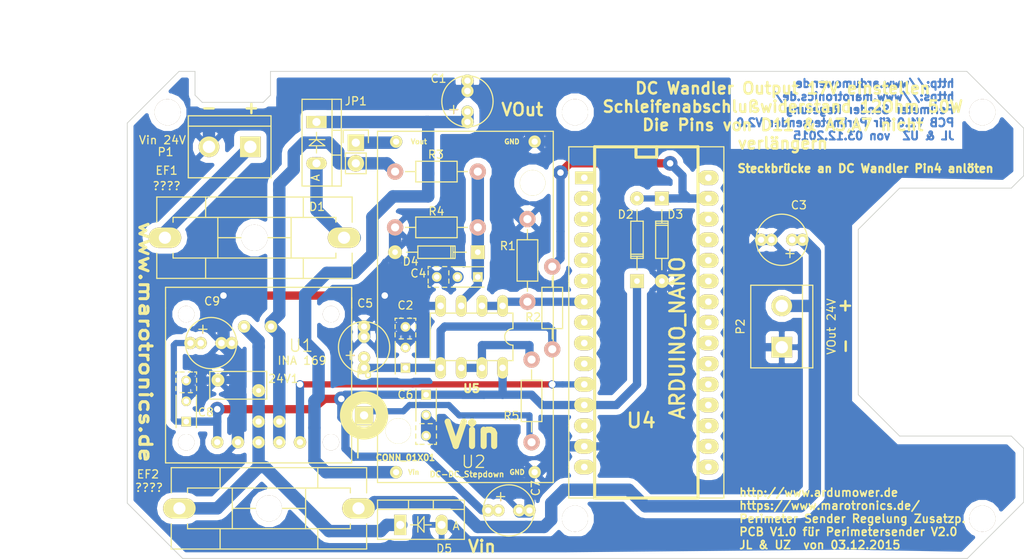
<source format=kicad_pcb>
(kicad_pcb (version 4) (host pcbnew "(2016-01-11 BZR 6452, Git 4919f2b)-product")

  (general
    (links 75)
    (no_connects 0)
    (area 86.488002 58.469 212.648001 127.113501)
    (thickness 1.6)
    (drawings 44)
    (tracks 268)
    (zones 0)
    (modules 35)
    (nets 47)
  )

  (page A4)
  (title_block
    (date 2016-01-12)
  )

  (layers
    (0 F.Cu signal)
    (31 B.Cu signal)
    (32 B.Adhes user)
    (33 F.Adhes user)
    (34 B.Paste user)
    (35 F.Paste user)
    (36 B.SilkS user)
    (37 F.SilkS user)
    (38 B.Mask user)
    (39 F.Mask user)
    (40 Dwgs.User user)
    (41 Cmts.User user)
    (42 Eco1.User user)
    (43 Eco2.User user)
    (44 Edge.Cuts user)
    (49 F.Fab user)
  )

  (setup
    (last_trace_width 1)
    (user_trace_width 0.254)
    (user_trace_width 0.508)
    (user_trace_width 0.762)
    (user_trace_width 1.016)
    (user_trace_width 1.27)
    (user_trace_width 1.524)
    (user_trace_width 1.7778)
    (trace_clearance 0.2)
    (zone_clearance 0.75)
    (zone_45_only yes)
    (trace_min 0.254)
    (segment_width 0.2)
    (edge_width 0.1)
    (via_size 1)
    (via_drill 0.8)
    (via_min_size 0.59)
    (via_min_drill 0.508)
    (user_via 1 0.6)
    (user_via 1.1 0.6)
    (user_via 1.5 0.8)
    (user_via 1.8 0.8)
    (user_via 2.4 1.4)
    (uvia_size 0.508)
    (uvia_drill 0.127)
    (uvias_allowed no)
    (uvia_min_size 0.508)
    (uvia_min_drill 0.127)
    (pcb_text_width 0.3)
    (pcb_text_size 1.5 1.5)
    (mod_edge_width 0.15)
    (mod_text_size 1 1)
    (mod_text_width 0.15)
    (pad_size 2.49936 2.49936)
    (pad_drill 1.19888)
    (pad_to_mask_clearance 0)
    (aux_axis_origin 259.08 165.1)
    (visible_elements 7FFFFF7F)
    (pcbplotparams
      (layerselection 0x00020_00000000)
      (usegerberextensions false)
      (excludeedgelayer true)
      (linewidth 0.150000)
      (plotframeref false)
      (viasonmask false)
      (mode 1)
      (useauxorigin false)
      (hpglpennumber 1)
      (hpglpenspeed 20)
      (hpglpendiameter 15)
      (hpglpenoverlay 2)
      (psnegative false)
      (psa4output false)
      (plotreference true)
      (plotvalue true)
      (plotinvisibletext false)
      (padsonsilk false)
      (subtractmaskfromsilk false)
      (outputformat 1)
      (mirror false)
      (drillshape 0)
      (scaleselection 1)
      (outputdirectory C:/Users/autega/Desktop/))
  )

  (net 0 "")
  (net 1 +5V)
  (net 2 GND)
  (net 3 "Net-(EF1-Pad2)")
  (net 4 "Net-(R5-Pad2)")
  (net 5 "Net-(24V1-Pad1)")
  (net 6 "Net-(C1-Pad1)")
  (net 7 "Net-(C2-Pad1)")
  (net 8 "Net-(C3-Pad1)")
  (net 9 "Net-(C4-Pad1)")
  (net 10 D11)
  (net 11 A3)
  (net 12 A7)
  (net 13 DC_Wandler_Pin_4)
  (net 14 "Net-(JP1-Pad1)")
  (net 15 "Net-(JP1-Pad2)")
  (net 16 "Net-(D1-Pad2)")
  (net 17 "Net-(B1-Pad1)")
  (net 18 "Net-(B2-Pad1)")
  (net 19 "Net-(B3-Pad1)")
  (net 20 "Net-(B5-Pad1)")
  (net 21 "Net-(B6-Pad1)")
  (net 22 "Net-(U4-PadD13)")
  (net 23 "Net-(U4-Pad3V3)")
  (net 24 "Net-(U4-PadREF)")
  (net 25 "Net-(U4-PadA0)")
  (net 26 "Net-(U4-PadA1)")
  (net 27 "Net-(U4-PadA2)")
  (net 28 "Net-(U4-PadA4)")
  (net 29 "Net-(U4-PadA5)")
  (net 30 "Net-(U4-PadA6)")
  (net 31 "Net-(U4-PadRST0)")
  (net 32 "Net-(U4-PadVIN)")
  (net 33 "Net-(U4-PadTX1)")
  (net 34 "Net-(U4-PadRX0)")
  (net 35 "Net-(U4-PadRST1)")
  (net 36 "Net-(U4-PadGND0)")
  (net 37 "Net-(U4-PadD2)")
  (net 38 "Net-(U4-PadD3)")
  (net 39 "Net-(U4-PadD4)")
  (net 40 "Net-(U4-PadD5)")
  (net 41 "Net-(U4-PadD6)")
  (net 42 "Net-(U4-PadD7)")
  (net 43 "Net-(U4-PadD8)")
  (net 44 "Net-(U4-PadD9)")
  (net 45 "Net-(U4-PadD10)")
  (net 46 "Net-(U4-PadD12)")

  (net_class Default "This is the default net class."
    (clearance 0.2)
    (trace_width 1)
    (via_dia 1)
    (via_drill 0.8)
    (uvia_dia 0.508)
    (uvia_drill 0.127)
    (add_net +5V)
    (add_net A3)
    (add_net A7)
    (add_net D11)
    (add_net DC_Wandler_Pin_4)
    (add_net GND)
    (add_net "Net-(24V1-Pad1)")
    (add_net "Net-(B1-Pad1)")
    (add_net "Net-(B2-Pad1)")
    (add_net "Net-(B3-Pad1)")
    (add_net "Net-(B5-Pad1)")
    (add_net "Net-(B6-Pad1)")
    (add_net "Net-(C1-Pad1)")
    (add_net "Net-(C2-Pad1)")
    (add_net "Net-(C3-Pad1)")
    (add_net "Net-(C4-Pad1)")
    (add_net "Net-(D1-Pad2)")
    (add_net "Net-(EF1-Pad2)")
    (add_net "Net-(JP1-Pad1)")
    (add_net "Net-(JP1-Pad2)")
    (add_net "Net-(R5-Pad2)")
    (add_net "Net-(U4-Pad3V3)")
    (add_net "Net-(U4-PadA0)")
    (add_net "Net-(U4-PadA1)")
    (add_net "Net-(U4-PadA2)")
    (add_net "Net-(U4-PadA4)")
    (add_net "Net-(U4-PadA5)")
    (add_net "Net-(U4-PadA6)")
    (add_net "Net-(U4-PadD10)")
    (add_net "Net-(U4-PadD12)")
    (add_net "Net-(U4-PadD13)")
    (add_net "Net-(U4-PadD2)")
    (add_net "Net-(U4-PadD3)")
    (add_net "Net-(U4-PadD4)")
    (add_net "Net-(U4-PadD5)")
    (add_net "Net-(U4-PadD6)")
    (add_net "Net-(U4-PadD7)")
    (add_net "Net-(U4-PadD8)")
    (add_net "Net-(U4-PadD9)")
    (add_net "Net-(U4-PadGND0)")
    (add_net "Net-(U4-PadREF)")
    (add_net "Net-(U4-PadRST0)")
    (add_net "Net-(U4-PadRST1)")
    (add_net "Net-(U4-PadRX0)")
    (add_net "Net-(U4-PadTX1)")
    (add_net "Net-(U4-PadVIN)")
  )

  (module sender_v2:Fuseholder_Reichelt_PL112000 (layer F.Cu) (tedit 56601BD8) (tstamp 54D65E3B)
    (at 118.11 87.63 180)
    (descr "Fuseholder, 5x20, Semi closed, horizontal, Casing 10x25mm,")
    (tags "Fuseholder, 5x20, Semi closed, horizontal, Casing 10x25mm, Sicherungshalter, halbgeschlossen,")
    (path /56486501)
    (fp_text reference EF1 (at 10.795 8.255 180) (layer F.SilkS)
      (effects (font (size 1 1) (thickness 0.15)))
    )
    (fp_text value ???? (at 10.795 6.35 180) (layer F.SilkS)
      (effects (font (size 1 1) (thickness 0.15)))
    )
    (fp_line (start -5.99948 -2.49936) (end -5.99948 -5.00126) (layer F.SilkS) (width 0.15))
    (fp_line (start -5.99948 5.00126) (end -5.99948 2.49936) (layer F.SilkS) (width 0.15))
    (fp_line (start 5.99948 5.00126) (end 5.99948 2.49936) (layer F.SilkS) (width 0.15))
    (fp_line (start 5.99948 -5.00126) (end 5.99948 -2.49936) (layer F.SilkS) (width 0.15))
    (fp_line (start -4.50088 0) (end 4.50088 0) (layer F.SilkS) (width 0.15))
    (fp_line (start -4.50088 -2.49936) (end -4.50088 2.49936) (layer F.SilkS) (width 0.15))
    (fp_line (start 4.50088 -2.49936) (end 4.50088 2.49936) (layer F.SilkS) (width 0.15))
    (fp_line (start 9.99998 -1.89992) (end 9.99998 -2.49936) (layer F.SilkS) (width 0.15))
    (fp_line (start -9.99998 1.89992) (end -9.99998 2.49936) (layer F.SilkS) (width 0.15))
    (fp_line (start -9.99998 2.49936) (end 9.99998 2.49936) (layer F.SilkS) (width 0.15))
    (fp_line (start 9.99998 2.49936) (end 9.99998 1.89992) (layer F.SilkS) (width 0.15))
    (fp_line (start 9.99998 -2.49936) (end -9.99998 -2.49936) (layer F.SilkS) (width 0.15))
    (fp_line (start -9.99998 -2.49936) (end -9.99998 -1.89992) (layer F.SilkS) (width 0.15))
    (fp_line (start 11.99896 -1.89992) (end 11.99896 -5.00126) (layer F.SilkS) (width 0.15))
    (fp_line (start -11.99896 1.89992) (end -11.99896 5.00126) (layer F.SilkS) (width 0.15))
    (fp_line (start -11.99896 5.00126) (end 11.99896 5.00126) (layer F.SilkS) (width 0.15))
    (fp_line (start 11.99896 5.00126) (end 11.99896 1.89992) (layer F.SilkS) (width 0.15))
    (fp_line (start 11.99896 -5.00126) (end -11.99896 -5.00126) (layer F.SilkS) (width 0.15))
    (fp_line (start -11.99896 -5.00126) (end -11.99896 -1.89992) (layer F.SilkS) (width 0.15))
    (pad 2 thru_hole oval (at 11.00074 0 90) (size 2.49936 4.0005) (drill 1.50114) (layers *.Cu *.Mask F.SilkS)
      (net 3 "Net-(EF1-Pad2)"))
    (pad 1 thru_hole oval (at -11.00074 0 90) (size 2.49936 4.0005) (drill 1.50114) (layers *.Cu *.Mask F.SilkS)
      (net 16 "Net-(D1-Pad2)"))
    (pad ~ thru_hole circle (at 0 0 180) (size 3.2 3.2) (drill 3.2) (layers *.Cu *.Mask F.SilkS))
    (model fuse_socket/fuse_socket.wrl
      (at (xyz 0 0 0))
      (scale (xyz 1 1 1))
      (rotate (xyz 0 0 0))
    )
    (model walter/misc_comp/fuse_cq-200c.wrl
      (at (xyz 0 0 0))
      (scale (xyz 1 1 1))
      (rotate (xyz 0 0 90))
    )
  )

  (module sender_v2:Bohrloch_3,2mm locked (layer F.Cu) (tedit 54E27D46) (tstamp 54D689EB)
    (at 107.442 72.1995)
    (path /54D689DE)
    (fp_text reference B1 (at -0.254 -3.3655) (layer F.SilkS) hide
      (effects (font (size 1.5 1.5) (thickness 0.15)))
    )
    (fp_text value Bohrloch_3,2mm (at 12.7 0) (layer F.SilkS) hide
      (effects (font (size 1.5 1.5) (thickness 0.15)))
    )
    (pad 1 thru_hole circle (at 0 0) (size 3.2 3.2) (drill 3.2) (layers *.Cu *.Mask F.SilkS)
      (net 17 "Net-(B1-Pad1)"))
  )

  (module sender_v2:Bohrloch_3,2mm (layer F.Cu) (tedit 54E27D3C) (tstamp 54D689F0)
    (at 157.48 68.834)
    (path /54D68AA0)
    (fp_text reference B2 (at -0.127 0) (layer F.SilkS) hide
      (effects (font (size 1.5 1.5) (thickness 0.15)))
    )
    (fp_text value Bohrloch_3,2mm (at 1.143 -8.89) (layer F.SilkS) hide
      (effects (font (size 1.5 1.5) (thickness 0.15)))
    )
    (pad 1 thru_hole circle (at 0 3.3655) (size 3.2 3.2) (drill 3.2) (layers *.Cu *.Mask F.SilkS)
      (net 18 "Net-(B2-Pad1)"))
  )

  (module sender_v2:Bohrloch_3,2mm locked (layer F.Cu) (tedit 54E27D41) (tstamp 54D689F5)
    (at 207.518 68.834)
    (path /54D68AE1)
    (fp_text reference B3 (at 0 0) (layer F.SilkS) hide
      (effects (font (size 1.5 1.5) (thickness 0.15)))
    )
    (fp_text value Bohrloch_3,2mm (at -20.955 -5.715) (layer F.SilkS) hide
      (effects (font (size 1.5 1.5) (thickness 0.15)))
    )
    (pad 1 thru_hole circle (at 0 3.3655) (size 3.2 3.2) (drill 3.2) (layers *.Cu *.Mask F.SilkS)
      (net 19 "Net-(B3-Pad1)"))
  )

  (module sender_v2:Bohrloch_3,2mm (layer F.Cu) (tedit 54E27D10) (tstamp 54D689FF)
    (at 157.48 122.174)
    (path /54D68B6A)
    (fp_text reference B5 (at -0.127 3.175) (layer F.SilkS) hide
      (effects (font (size 1.5 1.5) (thickness 0.15)))
    )
    (fp_text value Bohrloch_3,2mm (at -12.7 0) (layer F.SilkS) hide
      (effects (font (size 1.5 1.5) (thickness 0.15)))
    )
    (pad 1 thru_hole circle (at 0 0) (size 3.2 3.2) (drill 3.2) (layers *.Cu *.Mask F.SilkS)
      (net 20 "Net-(B5-Pad1)"))
  )

  (module sender_v2:Bohrloch_3,2mm locked (layer F.Cu) (tedit 54E27D1F) (tstamp 54D68A04)
    (at 207.518 122.174)
    (path /54D68BA6)
    (fp_text reference B6 (at 0 3.175) (layer F.SilkS) hide
      (effects (font (size 1.5 1.5) (thickness 0.15)))
    )
    (fp_text value Bohrloch_3,2mm (at -11.43 0) (layer F.SilkS) hide
      (effects (font (size 1.5 1.5) (thickness 0.15)))
    )
    (pad 1 thru_hole circle (at 0 0) (size 3.2 3.2) (drill 3.2) (layers *.Cu *.Mask F.SilkS)
      (net 21 "Net-(B6-Pad1)"))
  )

  (module sender_v2:DC_DC_DSN2596_mit_Bohrloch locked (layer F.Cu) (tedit 56602195) (tstamp 54E206E3)
    (at 154.813 117.729 90)
    (path /564864F7)
    (fp_text reference U2 (at 2.54 -9.779 180) (layer F.SilkS)
      (effects (font (size 1.5 1.5) (thickness 0.15)))
    )
    (fp_text value DC-DC_Stepdown (at 1.016 -10.6045 180) (layer F.SilkS)
      (effects (font (size 0.7 0.7) (thickness 0.15)))
    )
    (fp_circle (center 36.84 -2.54) (end 35.34 -2.54) (layer F.SilkS) (width 0.15))
    (fp_circle (center 6.34 -19.04) (end 4.84 -19.04) (layer F.SilkS) (width 0.15))
    (fp_text user Vout (at 41.91 -16.51 180) (layer F.SilkS)
      (effects (font (size 0.6 0.6) (thickness 0.15)))
    )
    (fp_text user Vin (at 1.27 -17.145 180) (layer F.SilkS)
      (effects (font (size 0.6 0.6) (thickness 0.15)))
    )
    (fp_text user GND (at 1.27 -4.445 180) (layer F.SilkS)
      (effects (font (size 0.6 0.6) (thickness 0.15)))
    )
    (fp_text user GND (at 41.91 -5.08 180) (layer F.SilkS)
      (effects (font (size 0.6 0.6) (thickness 0.15)))
    )
    (fp_line (start 0 -21.59) (end 43.18 -21.59) (layer F.SilkS) (width 0.15))
    (fp_line (start 43.18 -21.59) (end 43.18 0) (layer F.SilkS) (width 0.15))
    (fp_line (start 43.18 0) (end 0 0) (layer F.SilkS) (width 0.15))
    (fp_line (start 0 0) (end 0 -21.59) (layer F.SilkS) (width 0.15))
    (pad 2 thru_hole circle (at 41.91 -19.304 90) (size 1.524 1.524) (drill 0.762) (layers *.Cu *.Mask F.SilkS)
      (net 14 "Net-(JP1-Pad1)"))
    (pad 1 thru_hole circle (at 41.91 -2.286 90) (size 1.524 1.524) (drill 0.762) (layers *.Cu *.Mask F.SilkS)
      (net 2 GND))
    (pad 4 thru_hole circle (at 1.27 -2.286 90) (size 1.524 1.524) (drill 0.762) (layers *.Cu *.Mask F.SilkS)
      (net 2 GND))
    (pad 3 thru_hole circle (at 1.27 -19.304 90) (size 1.524 1.524) (drill 0.762) (layers *.Cu *.Mask F.SilkS)
      (net 6 "Net-(C1-Pad1)"))
    (pad ~ thru_hole circle (at 6.34 -19.04 90) (size 3.1 3.1) (drill 3.1) (layers *.Cu *.Mask F.SilkS))
    (pad ~ thru_hole circle (at 36.84 -2.54 90) (size 3.1 3.1) (drill 3.1) (layers *.Cu *.Mask F.SilkS))
  )

  (module sender_v2:arduino_nano locked (layer F.Cu) (tedit 54E27B5C) (tstamp 54E22A3B)
    (at 166.243 99.314 270)
    (descr "30 pins DIL package, elliptical pads, width 600mil (arduino mini)")
    (tags "DIL arduino mini")
    (path /54D6487C)
    (fp_text reference U4 (at 10.795 0.635 540) (layer F.SilkS)
      (effects (font (size 1.778 1.778) (thickness 0.3048)))
    )
    (fp_text value ARDUINO_NANO (at 0.635 -3.81 270) (layer F.SilkS)
      (effects (font (size 1.778 1.778) (thickness 0.3048)))
    )
    (fp_line (start 20.32 6.35) (end 20.32 9.525) (layer F.SilkS) (width 0.15))
    (fp_line (start 20.32 9.525) (end -22.86 9.525) (layer F.SilkS) (width 0.15))
    (fp_line (start -22.86 9.525) (end -22.86 6.35) (layer F.SilkS) (width 0.15))
    (fp_line (start 20.32 -6.35) (end 20.32 -9.525) (layer F.SilkS) (width 0.15))
    (fp_line (start 20.32 -9.525) (end -22.86 -9.525) (layer F.SilkS) (width 0.15))
    (fp_line (start -22.86 -9.525) (end -22.86 -6.35) (layer F.SilkS) (width 0.15))
    (fp_line (start -22.86 -6.35) (end 20.32 -6.35) (layer F.SilkS) (width 0.381))
    (fp_line (start 20.32 -6.35) (end 20.32 6.35) (layer F.SilkS) (width 0.381))
    (fp_line (start 20.32 6.35) (end -22.86 6.35) (layer F.SilkS) (width 0.381))
    (fp_line (start -22.86 6.35) (end -22.86 -6.35) (layer F.SilkS) (width 0.381))
    (fp_line (start -22.86 1.27) (end -21.59 1.27) (layer F.SilkS) (width 0.381))
    (fp_line (start -21.59 1.27) (end -21.59 -1.27) (layer F.SilkS) (width 0.381))
    (fp_line (start -21.59 -1.27) (end -22.86 -1.27) (layer F.SilkS) (width 0.381))
    (pad D13 thru_hole rect (at -19.05 7.62 270) (size 1.5748 2.286) (drill 0.8128) (layers *.Cu *.Mask F.SilkS)
      (net 22 "Net-(U4-PadD13)"))
    (pad 3V3 thru_hole oval (at -16.51 7.62 270) (size 1.8 2.5) (drill 0.8128) (layers *.Cu *.Mask F.SilkS)
      (net 23 "Net-(U4-Pad3V3)"))
    (pad REF thru_hole oval (at -13.97 7.62 270) (size 1.8 2.5) (drill 0.8128) (layers *.Cu *.Mask F.SilkS)
      (net 24 "Net-(U4-PadREF)"))
    (pad A0 thru_hole oval (at -11.43 7.62 270) (size 1.8 2.5) (drill 0.8128) (layers *.Cu *.Mask F.SilkS)
      (net 25 "Net-(U4-PadA0)"))
    (pad A1 thru_hole oval (at -8.89 7.62 270) (size 1.8 2.5) (drill 0.8128) (layers *.Cu *.Mask F.SilkS)
      (net 26 "Net-(U4-PadA1)"))
    (pad A2 thru_hole oval (at -6.35 7.62 270) (size 1.8 2.5) (drill 0.8128) (layers *.Cu *.Mask F.SilkS)
      (net 27 "Net-(U4-PadA2)"))
    (pad A3 thru_hole oval (at -3.81 7.62 270) (size 1.8 2.5) (drill 0.8128) (layers *.Cu *.Mask F.SilkS)
      (net 11 A3))
    (pad A4 thru_hole oval (at -1.27 7.62 270) (size 1.8 2.5) (drill 0.8128) (layers *.Cu *.Mask F.SilkS)
      (net 28 "Net-(U4-PadA4)"))
    (pad A5 thru_hole oval (at 1.27 7.62 270) (size 1.8 2.5) (drill 0.8128) (layers *.Cu *.Mask F.SilkS)
      (net 29 "Net-(U4-PadA5)"))
    (pad A6 thru_hole oval (at 3.81 7.62 270) (size 1.8 2.5) (drill 0.8128) (layers *.Cu *.Mask F.SilkS)
      (net 30 "Net-(U4-PadA6)"))
    (pad A7 thru_hole oval (at 6.35 7.62 270) (size 1.8 2.5) (drill 0.8128) (layers *.Cu *.Mask F.SilkS)
      (net 12 A7))
    (pad 5V thru_hole oval (at 8.89 7.62 270) (size 1.8 2.5) (drill 0.8128) (layers *.Cu *.Mask F.SilkS)
      (net 1 +5V))
    (pad RST0 thru_hole oval (at 11.43 7.62 270) (size 1.8 2.5) (drill 0.8128) (layers *.Cu *.Mask F.SilkS)
      (net 31 "Net-(U4-PadRST0)"))
    (pad GND1 thru_hole oval (at 13.97 7.62 270) (size 1.8 2.5) (drill 0.8128) (layers *.Cu *.Mask F.SilkS)
      (net 2 GND))
    (pad VIN thru_hole oval (at 16.51 7.62 270) (size 1.8 2.5) (drill 0.8128) (layers *.Cu *.Mask F.SilkS)
      (net 32 "Net-(U4-PadVIN)"))
    (pad TX1 thru_hole oval (at 16.51 -7.62 270) (size 1.8 2.5) (drill 0.8128) (layers *.Cu *.Mask F.SilkS)
      (net 33 "Net-(U4-PadTX1)"))
    (pad RX0 thru_hole oval (at 13.97 -7.62 270) (size 1.8 2.5) (drill 0.8128) (layers *.Cu *.Mask F.SilkS)
      (net 34 "Net-(U4-PadRX0)"))
    (pad RST1 thru_hole oval (at 11.43 -7.62 270) (size 1.8 2.5) (drill 0.8128) (layers *.Cu *.Mask F.SilkS)
      (net 35 "Net-(U4-PadRST1)"))
    (pad GND0 thru_hole oval (at 8.89 -7.62 270) (size 1.8 2.5) (drill 0.8128) (layers *.Cu *.Mask F.SilkS)
      (net 36 "Net-(U4-PadGND0)"))
    (pad D2 thru_hole oval (at 6.35 -7.62 270) (size 1.8 2.5) (drill 0.8128) (layers *.Cu *.Mask F.SilkS)
      (net 37 "Net-(U4-PadD2)"))
    (pad D3 thru_hole oval (at 3.81 -7.62 270) (size 1.8 2.5) (drill 0.8128) (layers *.Cu *.Mask F.SilkS)
      (net 38 "Net-(U4-PadD3)"))
    (pad D4 thru_hole oval (at 1.27 -7.62 270) (size 1.8 2.5) (drill 0.8128) (layers *.Cu *.Mask F.SilkS)
      (net 39 "Net-(U4-PadD4)"))
    (pad D5 thru_hole oval (at -1.27 -7.62 270) (size 1.8 2.5) (drill 0.8128) (layers *.Cu *.Mask F.SilkS)
      (net 40 "Net-(U4-PadD5)"))
    (pad D6 thru_hole oval (at -3.81 -7.62 270) (size 1.8 2.5) (drill 0.8128) (layers *.Cu *.Mask F.SilkS)
      (net 41 "Net-(U4-PadD6)"))
    (pad D7 thru_hole oval (at -6.35 -7.62 270) (size 1.8 2.5) (drill 0.8128) (layers *.Cu *.Mask F.SilkS)
      (net 42 "Net-(U4-PadD7)"))
    (pad D8 thru_hole oval (at -8.89 -7.62 270) (size 1.8 2.5) (drill 0.8128) (layers *.Cu *.Mask F.SilkS)
      (net 43 "Net-(U4-PadD8)"))
    (pad D9 thru_hole oval (at -11.43 -7.62 270) (size 1.8 2.5) (drill 0.8128) (layers *.Cu *.Mask F.SilkS)
      (net 44 "Net-(U4-PadD9)"))
    (pad D10 thru_hole oval (at -13.97 -7.62 270) (size 1.8 2.5) (drill 0.8128) (layers *.Cu *.Mask F.SilkS)
      (net 45 "Net-(U4-PadD10)"))
    (pad D11 thru_hole oval (at -16.51 -7.62 270) (size 1.8 2.5) (drill 0.8128) (layers *.Cu *.Mask F.SilkS)
      (net 10 D11))
    (pad D12 thru_hole oval (at -19.05 -7.62 270) (size 1.8 2.5) (drill 0.8128) (layers *.Cu *.Mask F.SilkS)
      (net 46 "Net-(U4-PadD12)"))
    (model arduino_nano.wrl
      (at (xyz -0.978 -0.385 0))
      (scale (xyz 0.3937 0.3937 0.3937))
      (rotate (xyz 0 0 0))
    )
    (model walter/conn_misc/arduino_nano_header.wrl
      (at (xyz -0.05 0 0))
      (scale (xyz 1 1 1))
      (rotate (xyz 0 0 0))
    )
  )

  (module sender_v2:INA169 locked (layer F.Cu) (tedit 5648B476) (tstamp 54E5EDA0)
    (at 118.618 105.156)
    (path /564864FD)
    (fp_text reference U1 (at 5.207 -4.2545 180) (layer F.SilkS)
      (effects (font (size 1.5 1.5) (thickness 0.15)))
    )
    (fp_text value "INA 169" (at 5.334 -2.413 180) (layer F.SilkS)
      (effects (font (size 1 1) (thickness 0.15)))
    )
    (fp_line (start 11.43 10.16) (end -11.43 10.16) (layer F.SilkS) (width 0.15))
    (fp_line (start -11.43 -8.89) (end -11.43 -11.43) (layer F.SilkS) (width 0.15))
    (fp_line (start -11.43 -11.43) (end 11.43 -11.43) (layer F.SilkS) (width 0.15))
    (fp_line (start 11.43 -11.43) (end 11.43 -8.89) (layer F.SilkS) (width 0.15))
    (fp_line (start 11.43 -8.89) (end 11.43 -10.16) (layer F.SilkS) (width 0.15))
    (fp_line (start 11.43 10.16) (end 11.43 -8.89) (layer F.SilkS) (width 0.15))
    (fp_line (start -11.43 -8.89) (end -11.43 10.16) (layer F.SilkS) (width 0.15))
    (pad 2 thru_hole circle (at -2.54 7.62) (size 1.524 1.524) (drill 0.762) (layers *.Cu *.Mask F.SilkS)
      (net 2 GND))
    (pad 1 thru_hole circle (at -5.08 7.62) (size 1.524 1.524) (drill 0.762) (layers *.Cu *.Mask F.SilkS)
      (net 1 +5V))
    (pad 3 thru_hole circle (at 5.08 7.62) (size 1.524 1.524) (drill 0.762) (layers *.Cu *.Mask F.SilkS)
      (net 12 A7))
    (pad 5 thru_hole circle (at -1.778 -6.604) (size 1.524 1.524) (drill 0.762) (layers *.Cu *.Mask F.SilkS)
      (net 5 "Net-(24V1-Pad1)"))
    (pad 4 thru_hole circle (at 1.524 -6.604) (size 1.524 1.524) (drill 0.762) (layers *.Cu *.Mask F.SilkS)
      (net 15 "Net-(JP1-Pad2)"))
    (pad "" thru_hole circle (at -8.89 7.62) (size 2 2) (drill 2) (layers *.Cu *.Mask F.SilkS))
    (pad "" thru_hole circle (at 8.89 7.62) (size 2 2) (drill 2) (layers *.Cu *.Mask F.SilkS))
    (pad "" thru_hole circle (at -8.89 -8.128) (size 2 2) (drill 2) (layers *.Cu *.Mask F.SilkS))
    (pad "" thru_hole circle (at 8.89 -8.128) (size 2 2) (drill 2) (layers *.Cu *.Mask F.SilkS))
    (pad 4 thru_hole circle (at 2.54 7.62) (size 1.524 1.524) (drill 0.762) (layers *.Cu *.Mask F.SilkS)
      (net 15 "Net-(JP1-Pad2)"))
    (pad 5 thru_hole circle (at 0 7.62) (size 1.524 1.524) (drill 0.762) (layers *.Cu *.Mask F.SilkS)
      (net 5 "Net-(24V1-Pad1)"))
    (pad 5 thru_hole circle (at 0 5.08) (size 1.524 1.524) (drill 0.762) (layers *.Cu *.Mask F.SilkS)
      (net 5 "Net-(24V1-Pad1)"))
    (pad 4 thru_hole circle (at 2.54 5.08) (size 1.524 1.524) (drill 0.762) (layers *.Cu *.Mask F.SilkS)
      (net 15 "Net-(JP1-Pad2)"))
  )

  (module sender_v2:Anschlussklemme_2P_RM5,08 locked (layer F.Cu) (tedit 565DD9A4) (tstamp 54F22B76)
    (at 115.062 76.454 180)
    (descr "Bornier d'alimentation 2 pins")
    (tags DEV)
    (path /564864F8)
    (fp_text reference P1 (at 7.874 -0.635 180) (layer F.SilkS)
      (effects (font (size 1 1) (thickness 0.15)))
    )
    (fp_text value "Vin 24V" (at 8.255 0.8255 180) (layer F.SilkS)
      (effects (font (size 1 1) (thickness 0.15)))
    )
    (fp_line (start 5.08 2.54) (end -5.08 2.54) (layer F.SilkS) (width 0.15))
    (fp_line (start 5.08 3.81) (end 5.08 -3.81) (layer F.SilkS) (width 0.15))
    (fp_line (start 5.08 -3.81) (end -5.08 -3.81) (layer F.SilkS) (width 0.15))
    (fp_line (start -5.08 -3.81) (end -5.08 3.81) (layer F.SilkS) (width 0.15))
    (fp_line (start -5.08 3.81) (end 5.08 3.81) (layer F.SilkS) (width 0.15))
    (pad 1 thru_hole rect (at -2.54 0 180) (size 2.54 2.54) (drill 1.524) (layers *.Cu *.Mask F.SilkS)
      (net 3 "Net-(EF1-Pad2)"))
    (pad 2 thru_hole circle (at 2.54 0 180) (size 2.54 2.54) (drill 1.524) (layers *.Cu *.Mask F.SilkS)
      (net 2 GND))
    (model conn_mkds/mkds_1,5-2.wrl
      (at (xyz 0 0 0))
      (scale (xyz 1 1 1))
      (rotate (xyz 0 0 0))
    )
    (model walter/conn_mkds/mkds_1,5-2.wrl
      (at (xyz 0 0 0))
      (scale (xyz 1 1 1))
      (rotate (xyz 0 0 0))
    )
  )

  (module sender_v2:Anschlussklemme_2P_RM5,08 (layer F.Cu) (tedit 54F22D8A) (tstamp 54F22B80)
    (at 182.88 98.552 90)
    (descr "Bornier d'alimentation 2 pins")
    (tags DEV)
    (path /564864F9)
    (fp_text reference P2 (at 0 -5.08 90) (layer F.SilkS)
      (effects (font (size 1 1) (thickness 0.15)))
    )
    (fp_text value "VOut 24V" (at 0 6.096 90) (layer F.SilkS)
      (effects (font (size 1 1) (thickness 0.15)))
    )
    (fp_line (start 5.08 2.54) (end -5.08 2.54) (layer F.SilkS) (width 0.15))
    (fp_line (start 5.08 3.81) (end 5.08 -3.81) (layer F.SilkS) (width 0.15))
    (fp_line (start 5.08 -3.81) (end -5.08 -3.81) (layer F.SilkS) (width 0.15))
    (fp_line (start -5.08 -3.81) (end -5.08 3.81) (layer F.SilkS) (width 0.15))
    (fp_line (start -5.08 3.81) (end 5.08 3.81) (layer F.SilkS) (width 0.15))
    (pad 1 thru_hole rect (at -2.54 0 90) (size 2.54 2.54) (drill 1.524) (layers *.Cu *.Mask F.SilkS)
      (net 2 GND))
    (pad 2 thru_hole circle (at 2.54 0 90) (size 2.54 2.54) (drill 1.524) (layers *.Cu *.Mask F.SilkS)
      (net 8 "Net-(C3-Pad1)"))
    (model conn_mkds/mkds_1,5-2.wrl
      (at (xyz 0 0 0))
      (scale (xyz 1 1 1))
      (rotate (xyz 0 0 0))
    )
    (model walter/conn_mkds/mkds_1,5-2.wrl
      (at (xyz 0 0 0))
      (scale (xyz 1 1 1))
      (rotate (xyz 0 0 0))
    )
  )

  (module Varistors:RV_Disc_D7_W3.4_P5 (layer F.Cu) (tedit 5648B4A3) (tstamp 56487FBB)
    (at 118.618 106.426 180)
    (tags "varistor SIOV")
    (path /56486527)
    (fp_text reference 24V1 (at -3.048 1.4605 180) (layer F.SilkS)
      (effects (font (size 1 1) (thickness 0.15)))
    )
    (fp_text value VR (at -2.0955 -0.381 180) (layer F.Fab)
      (effects (font (size 0.5 0.5) (thickness 0.125)))
    )
    (fp_line (start -1.25 2.6) (end 6.25 2.6) (layer F.CrtYd) (width 0.05))
    (fp_line (start -1.25 -1.3) (end 6.25 -1.3) (layer F.CrtYd) (width 0.05))
    (fp_line (start 6.25 -1.3) (end 6.25 2.6) (layer F.CrtYd) (width 0.05))
    (fp_line (start -1.25 -1.3) (end -1.25 2.6) (layer F.CrtYd) (width 0.05))
    (fp_line (start -1 2.35) (end 6 2.35) (layer F.SilkS) (width 0.15))
    (fp_line (start -1 -1.05) (end 6 -1.05) (layer F.SilkS) (width 0.15))
    (fp_line (start 6 -1.05) (end 6 2.35) (layer F.SilkS) (width 0.15))
    (fp_line (start -1 -1.05) (end -1 2.35) (layer F.SilkS) (width 0.15))
    (pad 1 thru_hole circle (at 0 0 180) (size 1.6 1.6) (drill 0.6) (layers *.Cu *.Mask F.SilkS)
      (net 5 "Net-(24V1-Pad1)"))
    (pad 2 thru_hole circle (at 5 1.3 180) (size 1.6 1.6) (drill 0.6) (layers *.Cu *.Mask F.SilkS)
      (net 2 GND))
  )

  (module ACS712:Elko_vert_11.2x6.3mm_RM2.5_RM5.0 (layer F.Cu) (tedit 5648B410) (tstamp 56487FBC)
    (at 144.272 72.136 90)
    (descr "Electrolytic Capacitor, vertical, diameter 6,3mm, RM 2,5mm, radial,")
    (tags "Electrolytic Capacitor, vertical, diameter 6,3mm, RM 2,5mm, Elko, Electrolytkondensator, Kondensator gepolt, Durchmesser 6,3mm, radial,")
    (path /56486515)
    (fp_text reference C1 (at 4.064 -3.556 180) (layer F.SilkS)
      (effects (font (size 1 1) (thickness 0.15)))
    )
    (fp_text value 220uF/63V (at 2.794 -5.334 180) (layer F.Fab)
      (effects (font (size 0.5 0.5) (thickness 0.125)))
    )
    (fp_line (start 0.26924 -2.19964) (end 0.26924 -1.19888) (layer F.SilkS) (width 0.15))
    (fp_line (start -0.23114 -1.69926) (end 0.76962 -1.69926) (layer F.SilkS) (width 0.15))
    (fp_line (start 0.26924 -1.69926) (end 0.76962 -1.69926) (layer F.Cu) (width 0.15))
    (fp_line (start 0.26924 -1.69926) (end 0.26924 -2.19964) (layer F.Cu) (width 0.15))
    (fp_line (start -0.23114 -1.69926) (end 0.26924 -1.69926) (layer F.Cu) (width 0.15))
    (fp_line (start 0.26924 -1.69926) (end 0.26924 -1.30048) (layer F.Cu) (width 0.15))
    (fp_line (start 0.26924 -1.30048) (end 0.26924 -1.19888) (layer F.Cu) (width 0.15))
    (fp_circle (center 1.27 0) (end 4.4196 0) (layer F.SilkS) (width 0.15))
    (pad 2 thru_hole circle (at 2.54 0 90) (size 1.50114 1.50114) (drill 0.8001) (layers *.Cu *.Mask F.SilkS)
      (net 2 GND))
    (pad 1 thru_hole circle (at 0 0 90) (size 1.50114 1.50114) (drill 0.8001) (layers *.Cu *.Mask F.SilkS)
      (net 6 "Net-(C1-Pad1)"))
    (pad 1 thru_hole circle (at -1.27 0 90) (size 1.524 1.524) (drill 0.762) (layers *.Cu *.Mask F.SilkS)
      (net 6 "Net-(C1-Pad1)"))
    (pad 2 thru_hole circle (at 3.81 0 90) (size 1.524 1.524) (drill 0.762) (layers *.Cu *.Mask F.SilkS)
      (net 2 GND))
    (model Capacitors_Elko_ThroughHole/Elko_vert_11.2x6.3mm_RM2.5.wrl
      (at (xyz 0 0 0))
      (scale (xyz 1 1 1))
      (rotate (xyz 0 0 0))
    )
    (model Capacitors_ThroughHole.3dshapes/C_Radial_D6.3_L11.2_P2.5.wrl
      (at (xyz 0 0 0))
      (scale (xyz 1 1 1))
      (rotate (xyz 0 0 0))
    )
  )

  (module ACS712:C_Rect_L4_W2.5_P2.5_P5.0 (layer F.Cu) (tedit 5648B67B) (tstamp 56487FCB)
    (at 136.652 103.632 90)
    (descr "Film Capacitor Length 4mm x Width 2.5mm, Pitch 2.5mm")
    (tags Capacitor)
    (path /56486514)
    (fp_text reference C2 (at 7.6835 0 180) (layer F.SilkS)
      (effects (font (size 1 1) (thickness 0.15)))
    )
    (fp_text value 220nF (at 6.6675 0 180) (layer F.Fab)
      (effects (font (size 0.5 0.5) (thickness 0.125)))
    )
    (fp_line (start 6.096 -0.254) (end 6.096 -0.762) (layer F.SilkS) (width 0.15))
    (fp_line (start 6.096 0.762) (end 6.096 0.254) (layer F.SilkS) (width 0.15))
    (fp_line (start 5.842 1.27) (end 6.096 1.27) (layer F.SilkS) (width 0.15))
    (fp_line (start 6.096 1.27) (end 6.096 1.016) (layer F.SilkS) (width 0.15))
    (fp_line (start 5.842 -1.27) (end 6.096 -1.27) (layer F.SilkS) (width 0.15))
    (fp_line (start 6.096 -1.27) (end 6.096 -1.016) (layer F.SilkS) (width 0.15))
    (fp_line (start 3.556 0.254) (end 3.556 0.762) (layer F.SilkS) (width 0.15))
    (fp_line (start 3.556 -0.762) (end 3.556 -0.254) (layer F.SilkS) (width 0.15))
    (fp_line (start 4.826 1.27) (end 5.334 1.27) (layer F.SilkS) (width 0.15))
    (fp_line (start 3.81 1.27) (end 4.318 1.27) (layer F.SilkS) (width 0.15))
    (fp_line (start 4.826 -1.27) (end 5.334 -1.27) (layer F.SilkS) (width 0.15))
    (fp_line (start 3.81 -1.27) (end 4.318 -1.27) (layer F.SilkS) (width 0.15))
    (fp_line (start 6.096 0.254) (end 6.096 0.762) (layer F.CrtYd) (width 0.05))
    (fp_line (start 6.096 -0.762) (end 6.096 -0.254) (layer F.CrtYd) (width 0.05))
    (fp_line (start 3.81 1.524) (end 4.318 1.524) (layer F.CrtYd) (width 0.05))
    (fp_line (start 5.334 1.524) (end 4.826 1.524) (layer F.CrtYd) (width 0.05))
    (fp_line (start 5.842 1.524) (end 6.096 1.524) (layer F.CrtYd) (width 0.05))
    (fp_line (start 6.096 1.524) (end 6.096 1.27) (layer F.CrtYd) (width 0.05))
    (fp_line (start 5.842 -1.524) (end 6.096 -1.524) (layer F.CrtYd) (width 0.05))
    (fp_line (start 6.096 -1.524) (end 6.096 -1.27) (layer F.CrtYd) (width 0.05))
    (fp_line (start 4.826 -1.524) (end 5.334 -1.524) (layer F.CrtYd) (width 0.05))
    (fp_line (start 3.81 -1.524) (end 4.318 -1.524) (layer F.CrtYd) (width 0.05))
    (fp_line (start -1 -1.5) (end 3.5 -1.5) (layer F.CrtYd) (width 0.05))
    (fp_line (start 3.5 -1.5) (end 3.5 1.5) (layer F.CrtYd) (width 0.05))
    (fp_line (start 3.5 1.5) (end -1 1.5) (layer F.CrtYd) (width 0.05))
    (fp_line (start -1 1.5) (end -1 -1.5) (layer F.CrtYd) (width 0.05))
    (fp_line (start -0.75 -1.25) (end 3.25 -1.25) (layer F.SilkS) (width 0.15))
    (fp_line (start -0.75 1.25) (end 3.25 1.25) (layer F.SilkS) (width 0.15))
    (pad 2 thru_hole circle (at 5.04 0 90) (size 1.2 1.2) (drill 0.7) (layers *.Cu *.Mask F.SilkS)
      (net 2 GND))
    (pad 1 thru_hole rect (at 0 0 90) (size 1.2 1.2) (drill 0.7) (layers *.Cu *.Mask F.SilkS)
      (net 7 "Net-(C2-Pad1)"))
    (pad 2 thru_hole circle (at 2.5 0 90) (size 1.2 1.2) (drill 0.7) (layers *.Cu *.Mask F.SilkS)
      (net 2 GND))
    (model Capacitors_ThroughHole.3dshapes/C_Disc_D7.5_P5.wrl
      (at (xyz 0.1 0 0))
      (scale (xyz 1 1 1))
      (rotate (xyz 0 0 0))
    )
  )

  (module ACS712:Elko_vert_11.2x6.3mm_RM2.5_RM5.0 (layer F.Cu) (tedit 5648B777) (tstamp 56487FFC)
    (at 184.15 87.884 180)
    (descr "Electrolytic Capacitor, vertical, diameter 6,3mm, RM 2,5mm, radial,")
    (tags "Electrolytic Capacitor, vertical, diameter 6,3mm, RM 2,5mm, Elko, Electrolytkondensator, Kondensator gepolt, Durchmesser 6,3mm, radial,")
    (path /56486516)
    (fp_text reference C3 (at -0.8255 4.2545 360) (layer F.SilkS)
      (effects (font (size 1 1) (thickness 0.15)))
    )
    (fp_text value 220uF/63V (at 2.54 4.2545 180) (layer F.Fab)
      (effects (font (size 0.5 0.5) (thickness 0.125)))
    )
    (fp_line (start 0.26924 -2.19964) (end 0.26924 -1.19888) (layer F.SilkS) (width 0.15))
    (fp_line (start -0.23114 -1.69926) (end 0.76962 -1.69926) (layer F.SilkS) (width 0.15))
    (fp_line (start 0.26924 -1.69926) (end 0.76962 -1.69926) (layer F.Cu) (width 0.15))
    (fp_line (start 0.26924 -1.69926) (end 0.26924 -2.19964) (layer F.Cu) (width 0.15))
    (fp_line (start -0.23114 -1.69926) (end 0.26924 -1.69926) (layer F.Cu) (width 0.15))
    (fp_line (start 0.26924 -1.69926) (end 0.26924 -1.30048) (layer F.Cu) (width 0.15))
    (fp_line (start 0.26924 -1.30048) (end 0.26924 -1.19888) (layer F.Cu) (width 0.15))
    (fp_circle (center 1.27 0) (end 4.4196 0) (layer F.SilkS) (width 0.15))
    (pad 2 thru_hole circle (at 2.54 0 180) (size 1.50114 1.50114) (drill 0.8001) (layers *.Cu *.Mask F.SilkS)
      (net 2 GND))
    (pad 1 thru_hole circle (at 0 0 180) (size 1.50114 1.50114) (drill 0.8001) (layers *.Cu *.Mask F.SilkS)
      (net 8 "Net-(C3-Pad1)"))
    (pad 1 thru_hole circle (at -1.27 0 180) (size 1.524 1.524) (drill 0.762) (layers *.Cu *.Mask F.SilkS)
      (net 8 "Net-(C3-Pad1)"))
    (pad 2 thru_hole circle (at 3.81 0 180) (size 1.524 1.524) (drill 0.762) (layers *.Cu *.Mask F.SilkS)
      (net 2 GND))
    (model Capacitors_Elko_ThroughHole/Elko_vert_11.2x6.3mm_RM2.5.wrl
      (at (xyz 0 0 0))
      (scale (xyz 1 1 1))
      (rotate (xyz 0 0 0))
    )
    (model Capacitors_ThroughHole.3dshapes/C_Radial_D6.3_L11.2_P2.5.wrl
      (at (xyz 0 0 0))
      (scale (xyz 1 1 1))
      (rotate (xyz 0 0 0))
    )
  )

  (module ACS712:C_Rect_L4_W2.5_P2.5_P5.0 (layer F.Cu) (tedit 5648B25C) (tstamp 5648801F)
    (at 145.542 92.456 180)
    (descr "Film Capacitor Length 4mm x Width 2.5mm, Pitch 2.5mm")
    (tags Capacitor)
    (path /5648650A)
    (fp_text reference C4 (at 7.3025 0.4445 180) (layer F.SilkS)
      (effects (font (size 1 1) (thickness 0.15)))
    )
    (fp_text value 47pP (at 7.3025 -0.635 180) (layer F.Fab)
      (effects (font (size 0.5 0.5) (thickness 0.125)))
    )
    (fp_line (start 6.096 -0.254) (end 6.096 -0.762) (layer F.SilkS) (width 0.15))
    (fp_line (start 6.096 0.762) (end 6.096 0.254) (layer F.SilkS) (width 0.15))
    (fp_line (start 5.842 1.27) (end 6.096 1.27) (layer F.SilkS) (width 0.15))
    (fp_line (start 6.096 1.27) (end 6.096 1.016) (layer F.SilkS) (width 0.15))
    (fp_line (start 5.842 -1.27) (end 6.096 -1.27) (layer F.SilkS) (width 0.15))
    (fp_line (start 6.096 -1.27) (end 6.096 -1.016) (layer F.SilkS) (width 0.15))
    (fp_line (start 3.556 0.254) (end 3.556 0.762) (layer F.SilkS) (width 0.15))
    (fp_line (start 3.556 -0.762) (end 3.556 -0.254) (layer F.SilkS) (width 0.15))
    (fp_line (start 4.826 1.27) (end 5.334 1.27) (layer F.SilkS) (width 0.15))
    (fp_line (start 3.81 1.27) (end 4.318 1.27) (layer F.SilkS) (width 0.15))
    (fp_line (start 4.826 -1.27) (end 5.334 -1.27) (layer F.SilkS) (width 0.15))
    (fp_line (start 3.81 -1.27) (end 4.318 -1.27) (layer F.SilkS) (width 0.15))
    (fp_line (start 6.096 0.254) (end 6.096 0.762) (layer F.CrtYd) (width 0.05))
    (fp_line (start 6.096 -0.762) (end 6.096 -0.254) (layer F.CrtYd) (width 0.05))
    (fp_line (start 3.81 1.524) (end 4.318 1.524) (layer F.CrtYd) (width 0.05))
    (fp_line (start 5.334 1.524) (end 4.826 1.524) (layer F.CrtYd) (width 0.05))
    (fp_line (start 5.842 1.524) (end 6.096 1.524) (layer F.CrtYd) (width 0.05))
    (fp_line (start 6.096 1.524) (end 6.096 1.27) (layer F.CrtYd) (width 0.05))
    (fp_line (start 5.842 -1.524) (end 6.096 -1.524) (layer F.CrtYd) (width 0.05))
    (fp_line (start 6.096 -1.524) (end 6.096 -1.27) (layer F.CrtYd) (width 0.05))
    (fp_line (start 4.826 -1.524) (end 5.334 -1.524) (layer F.CrtYd) (width 0.05))
    (fp_line (start 3.81 -1.524) (end 4.318 -1.524) (layer F.CrtYd) (width 0.05))
    (fp_line (start -1 -1.5) (end 3.5 -1.5) (layer F.CrtYd) (width 0.05))
    (fp_line (start 3.5 -1.5) (end 3.5 1.5) (layer F.CrtYd) (width 0.05))
    (fp_line (start 3.5 1.5) (end -1 1.5) (layer F.CrtYd) (width 0.05))
    (fp_line (start -1 1.5) (end -1 -1.5) (layer F.CrtYd) (width 0.05))
    (fp_line (start -0.75 -1.25) (end 3.25 -1.25) (layer F.SilkS) (width 0.15))
    (fp_line (start -0.75 1.25) (end 3.25 1.25) (layer F.SilkS) (width 0.15))
    (pad 2 thru_hole circle (at 5.04 0 180) (size 1.2 1.2) (drill 0.7) (layers *.Cu *.Mask F.SilkS)
      (net 2 GND))
    (pad 1 thru_hole rect (at 0 0 180) (size 1.2 1.2) (drill 0.7) (layers *.Cu *.Mask F.SilkS)
      (net 9 "Net-(C4-Pad1)"))
    (pad 2 thru_hole circle (at 2.5 0 180) (size 1.2 1.2) (drill 0.7) (layers *.Cu *.Mask F.SilkS)
      (net 2 GND))
    (model Capacitors_ThroughHole.3dshapes/C_Disc_D7.5_P5.wrl
      (at (xyz 0.1 0 0))
      (scale (xyz 1 1 1))
      (rotate (xyz 0 0 0))
    )
  )

  (module ACS712:Elko_vert_11.2x6.3mm_RM2.5_RM5.0 (layer F.Cu) (tedit 5648B510) (tstamp 5648802F)
    (at 131.572 102.362 90)
    (descr "Electrolytic Capacitor, vertical, diameter 6,3mm, RM 2,5mm, radial,")
    (tags "Electrolytic Capacitor, vertical, diameter 6,3mm, RM 2,5mm, Elko, Electrolytkondensator, Kondensator gepolt, Durchmesser 6,3mm, radial,")
    (path /56486517)
    (fp_text reference C5 (at 6.6675 0.127 180) (layer F.SilkS)
      (effects (font (size 1 1) (thickness 0.15)))
    )
    (fp_text value 47uF/16V (at 5.588 0.0635 180) (layer F.Fab)
      (effects (font (size 0.5 0.5) (thickness 0.125)))
    )
    (fp_line (start 0.26924 -2.19964) (end 0.26924 -1.19888) (layer F.SilkS) (width 0.15))
    (fp_line (start -0.23114 -1.69926) (end 0.76962 -1.69926) (layer F.SilkS) (width 0.15))
    (fp_line (start 0.26924 -1.69926) (end 0.76962 -1.69926) (layer F.Cu) (width 0.15))
    (fp_line (start 0.26924 -1.69926) (end 0.26924 -2.19964) (layer F.Cu) (width 0.15))
    (fp_line (start -0.23114 -1.69926) (end 0.26924 -1.69926) (layer F.Cu) (width 0.15))
    (fp_line (start 0.26924 -1.69926) (end 0.26924 -1.30048) (layer F.Cu) (width 0.15))
    (fp_line (start 0.26924 -1.30048) (end 0.26924 -1.19888) (layer F.Cu) (width 0.15))
    (fp_circle (center 1.27 0) (end 4.4196 0) (layer F.SilkS) (width 0.15))
    (pad 2 thru_hole circle (at 2.54 0 90) (size 1.50114 1.50114) (drill 0.8001) (layers *.Cu *.Mask F.SilkS)
      (net 2 GND))
    (pad 1 thru_hole circle (at 0 0 90) (size 1.50114 1.50114) (drill 0.8001) (layers *.Cu *.Mask F.SilkS)
      (net 7 "Net-(C2-Pad1)"))
    (pad 1 thru_hole circle (at -1.27 0 90) (size 1.524 1.524) (drill 0.762) (layers *.Cu *.Mask F.SilkS)
      (net 7 "Net-(C2-Pad1)"))
    (pad 2 thru_hole circle (at 3.81 0 90) (size 1.524 1.524) (drill 0.762) (layers *.Cu *.Mask F.SilkS)
      (net 2 GND))
    (model Capacitors_Elko_ThroughHole/Elko_vert_11.2x6.3mm_RM2.5.wrl
      (at (xyz 0 0 0))
      (scale (xyz 1 1 1))
      (rotate (xyz 0 0 0))
    )
    (model Capacitors_ThroughHole.3dshapes/C_Radial_D6.3_L11.2_P2.5.wrl
      (at (xyz 0 0 0))
      (scale (xyz 1 1 1))
      (rotate (xyz 0 0 0))
    )
  )

  (module ACS712:C_Rect_L4_W2.5_P2.5_P5.0 (layer F.Cu) (tedit 56601E52) (tstamp 56488052)
    (at 139.192 106.934 270)
    (descr "Film Capacitor Length 4mm x Width 2.5mm, Pitch 2.5mm")
    (tags Capacitor)
    (path /5648651F)
    (fp_text reference C6 (at 0 2.54 360) (layer F.SilkS)
      (effects (font (size 1 1) (thickness 0.15)))
    )
    (fp_text value 100nF (at 1.27 2.794 360) (layer F.Fab)
      (effects (font (size 0.5 0.5) (thickness 0.125)))
    )
    (fp_line (start 6.096 -0.254) (end 6.096 -0.762) (layer F.SilkS) (width 0.15))
    (fp_line (start 6.096 0.762) (end 6.096 0.254) (layer F.SilkS) (width 0.15))
    (fp_line (start 5.842 1.27) (end 6.096 1.27) (layer F.SilkS) (width 0.15))
    (fp_line (start 6.096 1.27) (end 6.096 1.016) (layer F.SilkS) (width 0.15))
    (fp_line (start 5.842 -1.27) (end 6.096 -1.27) (layer F.SilkS) (width 0.15))
    (fp_line (start 6.096 -1.27) (end 6.096 -1.016) (layer F.SilkS) (width 0.15))
    (fp_line (start 3.556 0.254) (end 3.556 0.762) (layer F.SilkS) (width 0.15))
    (fp_line (start 3.556 -0.762) (end 3.556 -0.254) (layer F.SilkS) (width 0.15))
    (fp_line (start 4.826 1.27) (end 5.334 1.27) (layer F.SilkS) (width 0.15))
    (fp_line (start 3.81 1.27) (end 4.318 1.27) (layer F.SilkS) (width 0.15))
    (fp_line (start 4.826 -1.27) (end 5.334 -1.27) (layer F.SilkS) (width 0.15))
    (fp_line (start 3.81 -1.27) (end 4.318 -1.27) (layer F.SilkS) (width 0.15))
    (fp_line (start 6.096 0.254) (end 6.096 0.762) (layer F.CrtYd) (width 0.05))
    (fp_line (start 6.096 -0.762) (end 6.096 -0.254) (layer F.CrtYd) (width 0.05))
    (fp_line (start 3.81 1.524) (end 4.318 1.524) (layer F.CrtYd) (width 0.05))
    (fp_line (start 5.334 1.524) (end 4.826 1.524) (layer F.CrtYd) (width 0.05))
    (fp_line (start 5.842 1.524) (end 6.096 1.524) (layer F.CrtYd) (width 0.05))
    (fp_line (start 6.096 1.524) (end 6.096 1.27) (layer F.CrtYd) (width 0.05))
    (fp_line (start 5.842 -1.524) (end 6.096 -1.524) (layer F.CrtYd) (width 0.05))
    (fp_line (start 6.096 -1.524) (end 6.096 -1.27) (layer F.CrtYd) (width 0.05))
    (fp_line (start 4.826 -1.524) (end 5.334 -1.524) (layer F.CrtYd) (width 0.05))
    (fp_line (start 3.81 -1.524) (end 4.318 -1.524) (layer F.CrtYd) (width 0.05))
    (fp_line (start -1 -1.5) (end 3.5 -1.5) (layer F.CrtYd) (width 0.05))
    (fp_line (start 3.5 -1.5) (end 3.5 1.5) (layer F.CrtYd) (width 0.05))
    (fp_line (start 3.5 1.5) (end -1 1.5) (layer F.CrtYd) (width 0.05))
    (fp_line (start -1 1.5) (end -1 -1.5) (layer F.CrtYd) (width 0.05))
    (fp_line (start -0.75 -1.25) (end 3.25 -1.25) (layer F.SilkS) (width 0.15))
    (fp_line (start -0.75 1.25) (end 3.25 1.25) (layer F.SilkS) (width 0.15))
    (pad 2 thru_hole circle (at 5.04 0 270) (size 1.2 1.2) (drill 0.7) (layers *.Cu *.Mask F.SilkS)
      (net 2 GND))
    (pad 1 thru_hole rect (at 0 0 270) (size 1.2 1.2) (drill 0.7) (layers *.Cu *.Mask F.SilkS)
      (net 1 +5V))
    (pad 2 thru_hole circle (at 2.5 0 270) (size 1.2 1.2) (drill 0.7) (layers *.Cu *.Mask F.SilkS)
      (net 2 GND))
    (model Capacitors_ThroughHole.3dshapes/C_Disc_D7.5_P5.wrl
      (at (xyz 0.1 0 0))
      (scale (xyz 1 1 1))
      (rotate (xyz 0 0 0))
    )
  )

  (module ACS712:Elko_vert_11.2x6.3mm_RM2.5_RM5.0 (layer F.Cu) (tedit 5648B5DA) (tstamp 56488062)
    (at 148.082 121.158)
    (descr "Electrolytic Capacitor, vertical, diameter 6,3mm, RM 2,5mm, radial,")
    (tags "Electrolytic Capacitor, vertical, diameter 6,3mm, RM 2,5mm, Elko, Electrolytkondensator, Kondensator gepolt, Durchmesser 6,3mm, radial,")
    (path /56486525)
    (fp_text reference C7 (at 4.572 -2.7305 90) (layer F.SilkS)
      (effects (font (size 1 1) (thickness 0.15)))
    )
    (fp_text value 10uF/16V (at 5.842 -2.413 90) (layer F.Fab)
      (effects (font (size 0.5 0.5) (thickness 0.125)))
    )
    (fp_line (start 0.26924 -2.19964) (end 0.26924 -1.19888) (layer F.SilkS) (width 0.15))
    (fp_line (start -0.23114 -1.69926) (end 0.76962 -1.69926) (layer F.SilkS) (width 0.15))
    (fp_line (start 0.26924 -1.69926) (end 0.76962 -1.69926) (layer F.Cu) (width 0.15))
    (fp_line (start 0.26924 -1.69926) (end 0.26924 -2.19964) (layer F.Cu) (width 0.15))
    (fp_line (start -0.23114 -1.69926) (end 0.26924 -1.69926) (layer F.Cu) (width 0.15))
    (fp_line (start 0.26924 -1.69926) (end 0.26924 -1.30048) (layer F.Cu) (width 0.15))
    (fp_line (start 0.26924 -1.30048) (end 0.26924 -1.19888) (layer F.Cu) (width 0.15))
    (fp_circle (center 1.27 0) (end 4.4196 0) (layer F.SilkS) (width 0.15))
    (pad 2 thru_hole circle (at 2.54 0) (size 1.50114 1.50114) (drill 0.8001) (layers *.Cu *.Mask F.SilkS)
      (net 2 GND))
    (pad 1 thru_hole circle (at 0 0) (size 1.50114 1.50114) (drill 0.8001) (layers *.Cu *.Mask F.SilkS)
      (net 1 +5V))
    (pad 1 thru_hole circle (at -1.27 0) (size 1.524 1.524) (drill 0.762) (layers *.Cu *.Mask F.SilkS)
      (net 1 +5V))
    (pad 2 thru_hole circle (at 3.81 0) (size 1.524 1.524) (drill 0.762) (layers *.Cu *.Mask F.SilkS)
      (net 2 GND))
    (model Capacitors_Elko_ThroughHole/Elko_vert_11.2x6.3mm_RM2.5.wrl
      (at (xyz 0 0 0))
      (scale (xyz 1 1 1))
      (rotate (xyz 0 0 0))
    )
    (model Capacitors_ThroughHole.3dshapes/C_Radial_D6.3_L11.2_P2.5.wrl
      (at (xyz 0 0 0))
      (scale (xyz 1 1 1))
      (rotate (xyz 0 0 0))
    )
  )

  (module ACS712:C_Rect_L4_W2.5_P2.5_P5.0 (layer F.Cu) (tedit 5648B4D8) (tstamp 56488085)
    (at 109.728 110.236 90)
    (descr "Film Capacitor Length 4mm x Width 2.5mm, Pitch 2.5mm")
    (tags Capacitor)
    (path /56486505)
    (fp_text reference C8 (at 1.143 2.413 180) (layer F.SilkS)
      (effects (font (size 1 1) (thickness 0.15)))
    )
    (fp_text value 100nF (at -0.0635 2.7305 180) (layer F.Fab)
      (effects (font (size 0.5 0.5) (thickness 0.125)))
    )
    (fp_line (start 6.096 -0.254) (end 6.096 -0.762) (layer F.SilkS) (width 0.15))
    (fp_line (start 6.096 0.762) (end 6.096 0.254) (layer F.SilkS) (width 0.15))
    (fp_line (start 5.842 1.27) (end 6.096 1.27) (layer F.SilkS) (width 0.15))
    (fp_line (start 6.096 1.27) (end 6.096 1.016) (layer F.SilkS) (width 0.15))
    (fp_line (start 5.842 -1.27) (end 6.096 -1.27) (layer F.SilkS) (width 0.15))
    (fp_line (start 6.096 -1.27) (end 6.096 -1.016) (layer F.SilkS) (width 0.15))
    (fp_line (start 3.556 0.254) (end 3.556 0.762) (layer F.SilkS) (width 0.15))
    (fp_line (start 3.556 -0.762) (end 3.556 -0.254) (layer F.SilkS) (width 0.15))
    (fp_line (start 4.826 1.27) (end 5.334 1.27) (layer F.SilkS) (width 0.15))
    (fp_line (start 3.81 1.27) (end 4.318 1.27) (layer F.SilkS) (width 0.15))
    (fp_line (start 4.826 -1.27) (end 5.334 -1.27) (layer F.SilkS) (width 0.15))
    (fp_line (start 3.81 -1.27) (end 4.318 -1.27) (layer F.SilkS) (width 0.15))
    (fp_line (start 6.096 0.254) (end 6.096 0.762) (layer F.CrtYd) (width 0.05))
    (fp_line (start 6.096 -0.762) (end 6.096 -0.254) (layer F.CrtYd) (width 0.05))
    (fp_line (start 3.81 1.524) (end 4.318 1.524) (layer F.CrtYd) (width 0.05))
    (fp_line (start 5.334 1.524) (end 4.826 1.524) (layer F.CrtYd) (width 0.05))
    (fp_line (start 5.842 1.524) (end 6.096 1.524) (layer F.CrtYd) (width 0.05))
    (fp_line (start 6.096 1.524) (end 6.096 1.27) (layer F.CrtYd) (width 0.05))
    (fp_line (start 5.842 -1.524) (end 6.096 -1.524) (layer F.CrtYd) (width 0.05))
    (fp_line (start 6.096 -1.524) (end 6.096 -1.27) (layer F.CrtYd) (width 0.05))
    (fp_line (start 4.826 -1.524) (end 5.334 -1.524) (layer F.CrtYd) (width 0.05))
    (fp_line (start 3.81 -1.524) (end 4.318 -1.524) (layer F.CrtYd) (width 0.05))
    (fp_line (start -1 -1.5) (end 3.5 -1.5) (layer F.CrtYd) (width 0.05))
    (fp_line (start 3.5 -1.5) (end 3.5 1.5) (layer F.CrtYd) (width 0.05))
    (fp_line (start 3.5 1.5) (end -1 1.5) (layer F.CrtYd) (width 0.05))
    (fp_line (start -1 1.5) (end -1 -1.5) (layer F.CrtYd) (width 0.05))
    (fp_line (start -0.75 -1.25) (end 3.25 -1.25) (layer F.SilkS) (width 0.15))
    (fp_line (start -0.75 1.25) (end 3.25 1.25) (layer F.SilkS) (width 0.15))
    (pad 2 thru_hole circle (at 5.04 0 90) (size 1.2 1.2) (drill 0.7) (layers *.Cu *.Mask F.SilkS)
      (net 2 GND))
    (pad 1 thru_hole rect (at 0 0 90) (size 1.2 1.2) (drill 0.7) (layers *.Cu *.Mask F.SilkS)
      (net 1 +5V))
    (pad 2 thru_hole circle (at 2.5 0 90) (size 1.2 1.2) (drill 0.7) (layers *.Cu *.Mask F.SilkS)
      (net 2 GND))
    (model Capacitors_ThroughHole.3dshapes/C_Disc_D7.5_P5.wrl
      (at (xyz 0.1 0 0))
      (scale (xyz 1 1 1))
      (rotate (xyz 0 0 0))
    )
  )

  (module ACS712:Elko_vert_11.2x6.3mm_RM2.5_RM5.0 (layer F.Cu) (tedit 5648B45F) (tstamp 56488095)
    (at 111.506 100.584)
    (descr "Electrolytic Capacitor, vertical, diameter 6,3mm, RM 2,5mm, radial,")
    (tags "Electrolytic Capacitor, vertical, diameter 6,3mm, RM 2,5mm, Elko, Electrolytkondensator, Kondensator gepolt, Durchmesser 6,3mm, radial,")
    (path /56486521)
    (fp_text reference C9 (at 1.397 -5.1435 180) (layer F.SilkS)
      (effects (font (size 1 1) (thickness 0.15)))
    )
    (fp_text value 10uF/16V (at 1.8415 -4.064) (layer F.Fab)
      (effects (font (size 0.5 0.5) (thickness 0.125)))
    )
    (fp_line (start 0.26924 -2.19964) (end 0.26924 -1.19888) (layer F.SilkS) (width 0.15))
    (fp_line (start -0.23114 -1.69926) (end 0.76962 -1.69926) (layer F.SilkS) (width 0.15))
    (fp_line (start 0.26924 -1.69926) (end 0.76962 -1.69926) (layer F.Cu) (width 0.15))
    (fp_line (start 0.26924 -1.69926) (end 0.26924 -2.19964) (layer F.Cu) (width 0.15))
    (fp_line (start -0.23114 -1.69926) (end 0.26924 -1.69926) (layer F.Cu) (width 0.15))
    (fp_line (start 0.26924 -1.69926) (end 0.26924 -1.30048) (layer F.Cu) (width 0.15))
    (fp_line (start 0.26924 -1.30048) (end 0.26924 -1.19888) (layer F.Cu) (width 0.15))
    (fp_circle (center 1.27 0) (end 4.4196 0) (layer F.SilkS) (width 0.15))
    (pad 2 thru_hole circle (at 2.54 0) (size 1.50114 1.50114) (drill 0.8001) (layers *.Cu *.Mask F.SilkS)
      (net 2 GND))
    (pad 1 thru_hole circle (at 0 0) (size 1.50114 1.50114) (drill 0.8001) (layers *.Cu *.Mask F.SilkS)
      (net 1 +5V))
    (pad 1 thru_hole circle (at -1.27 0) (size 1.524 1.524) (drill 0.762) (layers *.Cu *.Mask F.SilkS)
      (net 1 +5V))
    (pad 2 thru_hole circle (at 3.81 0) (size 1.524 1.524) (drill 0.762) (layers *.Cu *.Mask F.SilkS)
      (net 2 GND))
    (model Capacitors_Elko_ThroughHole/Elko_vert_11.2x6.3mm_RM2.5.wrl
      (at (xyz 0 0 0))
      (scale (xyz 1 1 1))
      (rotate (xyz 0 0 0))
    )
    (model Capacitors_ThroughHole.3dshapes/C_Radial_D6.3_L11.2_P2.5.wrl
      (at (xyz 0 0 0))
      (scale (xyz 1 1 1))
      (rotate (xyz 0 0 0))
    )
  )

  (module Diodes_ThroughHole:Diode_DO-35_SOD27_Horizontal_RM10 (layer F.Cu) (tedit 5648B704) (tstamp 564880A4)
    (at 165.1 92.964 90)
    (descr "Diode, DO-35,  SOD27, Horizontal, RM 10mm")
    (tags "Diode, DO-35, SOD27, Horizontal, RM 10mm, 1N4148,")
    (path /56486510)
    (fp_text reference D2 (at 8.1915 -1.397 180) (layer F.SilkS)
      (effects (font (size 1 1) (thickness 0.15)))
    )
    (fp_text value 1N4148 (at 5.2705 0 90) (layer F.Fab)
      (effects (font (size 0.5 0.5) (thickness 0.125)))
    )
    (fp_line (start 7.36652 -0.00254) (end 8.76352 -0.00254) (layer F.SilkS) (width 0.15))
    (fp_line (start 2.92152 -0.00254) (end 1.39752 -0.00254) (layer F.SilkS) (width 0.15))
    (fp_line (start 3.30252 -0.76454) (end 3.30252 0.75946) (layer F.SilkS) (width 0.15))
    (fp_line (start 3.04852 -0.76454) (end 3.04852 0.75946) (layer F.SilkS) (width 0.15))
    (fp_line (start 2.79452 -0.00254) (end 2.79452 0.75946) (layer F.SilkS) (width 0.15))
    (fp_line (start 2.79452 0.75946) (end 7.36652 0.75946) (layer F.SilkS) (width 0.15))
    (fp_line (start 7.36652 0.75946) (end 7.36652 -0.76454) (layer F.SilkS) (width 0.15))
    (fp_line (start 7.36652 -0.76454) (end 2.79452 -0.76454) (layer F.SilkS) (width 0.15))
    (fp_line (start 2.79452 -0.76454) (end 2.79452 -0.00254) (layer F.SilkS) (width 0.15))
    (pad 2 thru_hole circle (at 10.16052 -0.00254 270) (size 1.69926 1.69926) (drill 0.70104) (layers *.Cu *.Mask F.SilkS)
      (net 10 D11))
    (pad 1 thru_hole rect (at 0.00052 -0.00254 270) (size 1.69926 1.69926) (drill 0.70104) (layers *.Cu *.Mask F.SilkS)
      (net 1 +5V))
    (model Diodes_ThroughHole.3dshapes/Diode_DO-35_SOD27_Horizontal_RM10.wrl
      (at (xyz 0.2 0 0))
      (scale (xyz 0.4 0.4 0.4))
      (rotate (xyz 0 0 180))
    )
  )

  (module Diodes_ThroughHole:Diode_DO-35_SOD27_Horizontal_RM10 (layer F.Cu) (tedit 5648B6FB) (tstamp 564880B3)
    (at 168.148 82.804 270)
    (descr "Diode, DO-35,  SOD27, Horizontal, RM 10mm")
    (tags "Diode, DO-35, SOD27, Horizontal, RM 10mm, 1N4148,")
    (path /56486511)
    (fp_text reference D3 (at 1.9685 -1.651 360) (layer F.SilkS)
      (effects (font (size 1 1) (thickness 0.15)))
    )
    (fp_text value 1N4148 (at 5.207 -0.0635 270) (layer F.Fab)
      (effects (font (size 0.5 0.5) (thickness 0.125)))
    )
    (fp_line (start 7.36652 -0.00254) (end 8.76352 -0.00254) (layer F.SilkS) (width 0.15))
    (fp_line (start 2.92152 -0.00254) (end 1.39752 -0.00254) (layer F.SilkS) (width 0.15))
    (fp_line (start 3.30252 -0.76454) (end 3.30252 0.75946) (layer F.SilkS) (width 0.15))
    (fp_line (start 3.04852 -0.76454) (end 3.04852 0.75946) (layer F.SilkS) (width 0.15))
    (fp_line (start 2.79452 -0.00254) (end 2.79452 0.75946) (layer F.SilkS) (width 0.15))
    (fp_line (start 2.79452 0.75946) (end 7.36652 0.75946) (layer F.SilkS) (width 0.15))
    (fp_line (start 7.36652 0.75946) (end 7.36652 -0.76454) (layer F.SilkS) (width 0.15))
    (fp_line (start 7.36652 -0.76454) (end 2.79452 -0.76454) (layer F.SilkS) (width 0.15))
    (fp_line (start 2.79452 -0.76454) (end 2.79452 -0.00254) (layer F.SilkS) (width 0.15))
    (pad 2 thru_hole circle (at 10.16052 -0.00254 90) (size 1.69926 1.69926) (drill 0.70104) (layers *.Cu *.Mask F.SilkS)
      (net 2 GND))
    (pad 1 thru_hole rect (at 0.00052 -0.00254 90) (size 1.69926 1.69926) (drill 0.70104) (layers *.Cu *.Mask F.SilkS)
      (net 10 D11))
    (model Diodes_ThroughHole.3dshapes/Diode_DO-35_SOD27_Horizontal_RM10.wrl
      (at (xyz 0.2 0 0))
      (scale (xyz 0.4 0.4 0.4))
      (rotate (xyz 0 0 180))
    )
  )

  (module Diodes_ThroughHole:Diode_DO-35_SOD27_Horizontal_RM10 (layer F.Cu) (tedit 5648B23B) (tstamp 564880C2)
    (at 145.542 89.408 180)
    (descr "Diode, DO-35,  SOD27, Horizontal, RM 10mm")
    (tags "Diode, DO-35, SOD27, Horizontal, RM 10mm, 1N4148,")
    (path /5648650B)
    (fp_text reference D4 (at 8.255 -1.143 180) (layer F.SilkS)
      (effects (font (size 1 1) (thickness 0.15)))
    )
    (fp_text value ZPD5,1V (at 5.2705 -0.0635 180) (layer F.Fab)
      (effects (font (size 0.5 0.5) (thickness 0.125)))
    )
    (fp_line (start 7.36652 -0.00254) (end 8.76352 -0.00254) (layer F.SilkS) (width 0.15))
    (fp_line (start 2.92152 -0.00254) (end 1.39752 -0.00254) (layer F.SilkS) (width 0.15))
    (fp_line (start 3.30252 -0.76454) (end 3.30252 0.75946) (layer F.SilkS) (width 0.15))
    (fp_line (start 3.04852 -0.76454) (end 3.04852 0.75946) (layer F.SilkS) (width 0.15))
    (fp_line (start 2.79452 -0.00254) (end 2.79452 0.75946) (layer F.SilkS) (width 0.15))
    (fp_line (start 2.79452 0.75946) (end 7.36652 0.75946) (layer F.SilkS) (width 0.15))
    (fp_line (start 7.36652 0.75946) (end 7.36652 -0.76454) (layer F.SilkS) (width 0.15))
    (fp_line (start 7.36652 -0.76454) (end 2.79452 -0.76454) (layer F.SilkS) (width 0.15))
    (fp_line (start 2.79452 -0.76454) (end 2.79452 -0.00254) (layer F.SilkS) (width 0.15))
    (pad 2 thru_hole circle (at 10.16052 -0.00254) (size 1.69926 1.69926) (drill 0.70104) (layers *.Cu *.Mask F.SilkS)
      (net 2 GND))
    (pad 1 thru_hole rect (at 0.00052 -0.00254) (size 1.69926 1.69926) (drill 0.70104) (layers *.Cu *.Mask F.SilkS)
      (net 9 "Net-(C4-Pad1)"))
    (model Diodes_ThroughHole.3dshapes/Diode_DO-35_SOD27_Horizontal_RM10.wrl
      (at (xyz 0.2 0 0))
      (scale (xyz 0.4 0.4 0.4))
      (rotate (xyz 0 0 180))
    )
  )

  (module sender_v2:Fuseholder_Reichelt_PL112000 (layer F.Cu) (tedit 56601C4E) (tstamp 564880F7)
    (at 119.888 120.904 180)
    (descr "Fuseholder, 5x20, Semi closed, horizontal, Casing 10x25mm,")
    (tags "Fuseholder, 5x20, Semi closed, horizontal, Casing 10x25mm, Sicherungshalter, halbgeschlossen,")
    (path /56486506)
    (fp_text reference EF2 (at 14.859 4.191 180) (layer F.SilkS)
      (effects (font (size 1 1) (thickness 0.15)))
    )
    (fp_text value ???? (at 14.732 2.54 180) (layer F.SilkS)
      (effects (font (size 1 1) (thickness 0.15)))
    )
    (fp_line (start -5.99948 -2.49936) (end -5.99948 -5.00126) (layer F.SilkS) (width 0.15))
    (fp_line (start -5.99948 5.00126) (end -5.99948 2.49936) (layer F.SilkS) (width 0.15))
    (fp_line (start 5.99948 5.00126) (end 5.99948 2.49936) (layer F.SilkS) (width 0.15))
    (fp_line (start 5.99948 -5.00126) (end 5.99948 -2.49936) (layer F.SilkS) (width 0.15))
    (fp_line (start -4.50088 0) (end 4.50088 0) (layer F.SilkS) (width 0.15))
    (fp_line (start -4.50088 -2.49936) (end -4.50088 2.49936) (layer F.SilkS) (width 0.15))
    (fp_line (start 4.50088 -2.49936) (end 4.50088 2.49936) (layer F.SilkS) (width 0.15))
    (fp_line (start 9.99998 -1.89992) (end 9.99998 -2.49936) (layer F.SilkS) (width 0.15))
    (fp_line (start -9.99998 1.89992) (end -9.99998 2.49936) (layer F.SilkS) (width 0.15))
    (fp_line (start -9.99998 2.49936) (end 9.99998 2.49936) (layer F.SilkS) (width 0.15))
    (fp_line (start 9.99998 2.49936) (end 9.99998 1.89992) (layer F.SilkS) (width 0.15))
    (fp_line (start 9.99998 -2.49936) (end -9.99998 -2.49936) (layer F.SilkS) (width 0.15))
    (fp_line (start -9.99998 -2.49936) (end -9.99998 -1.89992) (layer F.SilkS) (width 0.15))
    (fp_line (start 11.99896 -1.89992) (end 11.99896 -5.00126) (layer F.SilkS) (width 0.15))
    (fp_line (start -11.99896 1.89992) (end -11.99896 5.00126) (layer F.SilkS) (width 0.15))
    (fp_line (start -11.99896 5.00126) (end 11.99896 5.00126) (layer F.SilkS) (width 0.15))
    (fp_line (start 11.99896 5.00126) (end 11.99896 1.89992) (layer F.SilkS) (width 0.15))
    (fp_line (start 11.99896 -5.00126) (end -11.99896 -5.00126) (layer F.SilkS) (width 0.15))
    (fp_line (start -11.99896 -5.00126) (end -11.99896 -1.89992) (layer F.SilkS) (width 0.15))
    (pad 2 thru_hole oval (at 11.00074 0 90) (size 2.49936 4.0005) (drill 1.50114) (layers *.Cu *.Mask F.SilkS)
      (net 5 "Net-(24V1-Pad1)"))
    (pad 1 thru_hole oval (at -11.00074 0 90) (size 2.49936 4.0005) (drill 1.50114) (layers *.Cu *.Mask F.SilkS)
      (net 8 "Net-(C3-Pad1)"))
    (pad ~ thru_hole circle (at 0 0 180) (size 3.2 3.2) (drill 3.2) (layers *.Cu *.Mask F.SilkS))
    (model fuse_socket/fuse_socket.wrl
      (at (xyz 0 0 0))
      (scale (xyz 1 1 1))
      (rotate (xyz 0 0 0))
    )
    (model walter/misc_comp/fuse_cq-200c.wrl
      (at (xyz 0 0 0))
      (scale (xyz 1 1 1))
      (rotate (xyz 0 0 90))
    )
  )

  (module Pin_Headers:Pin_Header_Straight_1x01 (layer F.Cu) (tedit 5660219C) (tstamp 56488118)
    (at 131.572 109.474)
    (descr "Through hole pin header")
    (tags "pin header")
    (path /5648BF25)
    (fp_text reference P6 (at 0 -5.1) (layer F.SilkS)
      (effects (font (size 1 1) (thickness 0.15)))
    )
    (fp_text value CONN_01X01 (at 5.08 5.207) (layer F.SilkS)
      (effects (font (size 0.75 0.75) (thickness 0.1875)))
    )
    (fp_line (start 1.55 -1.55) (end 1.55 0) (layer F.SilkS) (width 0.15))
    (fp_line (start -1.75 -1.75) (end -1.75 1.75) (layer F.CrtYd) (width 0.05))
    (fp_line (start 1.75 -1.75) (end 1.75 1.75) (layer F.CrtYd) (width 0.05))
    (fp_line (start -1.75 -1.75) (end 1.75 -1.75) (layer F.CrtYd) (width 0.05))
    (fp_line (start -1.75 1.75) (end 1.75 1.75) (layer F.CrtYd) (width 0.05))
    (fp_line (start -1.55 0) (end -1.55 -1.55) (layer F.SilkS) (width 0.15))
    (fp_line (start -1.55 -1.55) (end 1.55 -1.55) (layer F.SilkS) (width 0.15))
    (fp_line (start -1.27 1.27) (end 1.27 1.27) (layer F.SilkS) (width 0.15))
    (pad 1 thru_hole rect (at 0 0) (size 2.2352 2.2352) (drill 1.016) (layers *.Cu *.Mask F.SilkS)
      (net 13 DC_Wandler_Pin_4))
    (model Pin_Headers.3dshapes/Pin_Header_Straight_1x01.wrl
      (at (xyz 0 0 0))
      (scale (xyz 1 1 1))
      (rotate (xyz 0 0 90))
    )
  )

  (module Resistors_ThroughHole:Resistor_Horizontal_RM10mm (layer F.Cu) (tedit 56601E8A) (tstamp 56488119)
    (at 151.638 90.424 90)
    (descr "Resistor, Axial,  RM 10mm, 1/3W,")
    (tags "Resistor, Axial, RM 10mm, 1/3W,")
    (path /56486523)
    (fp_text reference R1 (at 1.778 -2.413 180) (layer F.SilkS)
      (effects (font (size 1 1) (thickness 0.15)))
    )
    (fp_text value 10K/1% (at 0.127 0.0635 90) (layer F.Fab)
      (effects (font (size 0.5 0.5) (thickness 0.125)))
    )
    (fp_line (start -2.54 -1.27) (end 2.54 -1.27) (layer F.SilkS) (width 0.15))
    (fp_line (start 2.54 -1.27) (end 2.54 1.27) (layer F.SilkS) (width 0.15))
    (fp_line (start 2.54 1.27) (end -2.54 1.27) (layer F.SilkS) (width 0.15))
    (fp_line (start -2.54 1.27) (end -2.54 -1.27) (layer F.SilkS) (width 0.15))
    (fp_line (start -2.54 0) (end -3.81 0) (layer F.SilkS) (width 0.15))
    (fp_line (start 2.54 0) (end 3.81 0) (layer F.SilkS) (width 0.15))
    (pad 1 thru_hole circle (at -5.08 0 90) (size 1.99898 1.99898) (drill 1.00076) (layers *.Cu *.SilkS *.Mask)
      (net 11 A3))
    (pad 2 thru_hole circle (at 5.08 0 90) (size 1.99898 1.99898) (drill 1.00076) (layers *.Cu *.SilkS *.Mask)
      (net 2 GND))
    (model Resistors_ThroughHole.3dshapes/Resistor_Horizontal_RM10mm.wrl
      (at (xyz 0 0 0))
      (scale (xyz 0.4 0.4 0.4))
      (rotate (xyz 0 0 0))
    )
  )

  (module Resistors_ThroughHole:Resistor_Horizontal_RM10mm (layer F.Cu) (tedit 5648B722) (tstamp 56488124)
    (at 154.686 96.266 90)
    (descr "Resistor, Axial,  RM 10mm, 1/3W,")
    (tags "Resistor, Axial, RM 10mm, 1/3W,")
    (path /5648650F)
    (fp_text reference R2 (at -1.143 -2.3495 180) (layer F.SilkS)
      (effects (font (size 1 1) (thickness 0.15)))
    )
    (fp_text value 47K (at 0.0635 0.127 90) (layer F.Fab)
      (effects (font (size 0.5 0.5) (thickness 0.125)))
    )
    (fp_line (start -2.54 -1.27) (end 2.54 -1.27) (layer F.SilkS) (width 0.15))
    (fp_line (start 2.54 -1.27) (end 2.54 1.27) (layer F.SilkS) (width 0.15))
    (fp_line (start 2.54 1.27) (end -2.54 1.27) (layer F.SilkS) (width 0.15))
    (fp_line (start -2.54 1.27) (end -2.54 -1.27) (layer F.SilkS) (width 0.15))
    (fp_line (start -2.54 0) (end -3.81 0) (layer F.SilkS) (width 0.15))
    (fp_line (start 2.54 0) (end 3.81 0) (layer F.SilkS) (width 0.15))
    (pad 1 thru_hole circle (at -5.08 0 90) (size 1.99898 1.99898) (drill 1.00076) (layers *.Cu *.SilkS *.Mask)
      (net 7 "Net-(C2-Pad1)"))
    (pad 2 thru_hole circle (at 5.08 0 90) (size 1.99898 1.99898) (drill 1.00076) (layers *.Cu *.SilkS *.Mask)
      (net 10 D11))
    (model Resistors_ThroughHole.3dshapes/Resistor_Horizontal_RM10mm.wrl
      (at (xyz 0 0 0))
      (scale (xyz 0.4 0.4 0.4))
      (rotate (xyz 0 0 0))
    )
  )

  (module Resistors_ThroughHole:Resistor_Horizontal_RM10mm (layer F.Cu) (tedit 5648B1EE) (tstamp 5648812F)
    (at 140.462 79.502)
    (descr "Resistor, Axial,  RM 10mm, 1/3W,")
    (tags "Resistor, Axial, RM 10mm, 1/3W,")
    (path /56486508)
    (fp_text reference R3 (at -0.0635 -2.0955) (layer F.SilkS)
      (effects (font (size 1 1) (thickness 0.15)))
    )
    (fp_text value 100K/1% (at -0.0635 0) (layer F.Fab)
      (effects (font (size 0.5 0.5) (thickness 0.125)))
    )
    (fp_line (start -2.54 -1.27) (end 2.54 -1.27) (layer F.SilkS) (width 0.15))
    (fp_line (start 2.54 -1.27) (end 2.54 1.27) (layer F.SilkS) (width 0.15))
    (fp_line (start 2.54 1.27) (end -2.54 1.27) (layer F.SilkS) (width 0.15))
    (fp_line (start -2.54 1.27) (end -2.54 -1.27) (layer F.SilkS) (width 0.15))
    (fp_line (start -2.54 0) (end -3.81 0) (layer F.SilkS) (width 0.15))
    (fp_line (start 2.54 0) (end 3.81 0) (layer F.SilkS) (width 0.15))
    (pad 1 thru_hole circle (at -5.08 0) (size 1.99898 1.99898) (drill 1.00076) (layers *.Cu *.SilkS *.Mask)
      (net 15 "Net-(JP1-Pad2)"))
    (pad 2 thru_hole circle (at 5.08 0) (size 1.99898 1.99898) (drill 1.00076) (layers *.Cu *.SilkS *.Mask)
      (net 9 "Net-(C4-Pad1)"))
    (model Resistors_ThroughHole.3dshapes/Resistor_Horizontal_RM10mm.wrl
      (at (xyz 0 0 0))
      (scale (xyz 0.4 0.4 0.4))
      (rotate (xyz 0 0 0))
    )
  )

  (module Resistors_ThroughHole:Resistor_Horizontal_RM10mm (layer F.Cu) (tedit 5648B20F) (tstamp 5648813A)
    (at 140.462 86.36 180)
    (descr "Resistor, Axial,  RM 10mm, 1/3W,")
    (tags "Resistor, Axial, RM 10mm, 1/3W,")
    (path /56486509)
    (fp_text reference R4 (at 0 1.9685 180) (layer F.SilkS)
      (effects (font (size 1 1) (thickness 0.15)))
    )
    (fp_text value 10K/1% (at 0 0.0635 180) (layer F.Fab)
      (effects (font (size 0.5 0.5) (thickness 0.125)))
    )
    (fp_line (start -2.54 -1.27) (end 2.54 -1.27) (layer F.SilkS) (width 0.15))
    (fp_line (start 2.54 -1.27) (end 2.54 1.27) (layer F.SilkS) (width 0.15))
    (fp_line (start 2.54 1.27) (end -2.54 1.27) (layer F.SilkS) (width 0.15))
    (fp_line (start -2.54 1.27) (end -2.54 -1.27) (layer F.SilkS) (width 0.15))
    (fp_line (start -2.54 0) (end -3.81 0) (layer F.SilkS) (width 0.15))
    (fp_line (start 2.54 0) (end 3.81 0) (layer F.SilkS) (width 0.15))
    (pad 1 thru_hole circle (at -5.08 0 180) (size 1.99898 1.99898) (drill 1.00076) (layers *.Cu *.SilkS *.Mask)
      (net 9 "Net-(C4-Pad1)"))
    (pad 2 thru_hole circle (at 5.08 0 180) (size 1.99898 1.99898) (drill 1.00076) (layers *.Cu *.SilkS *.Mask)
      (net 2 GND))
    (model Resistors_ThroughHole.3dshapes/Resistor_Horizontal_RM10mm.wrl
      (at (xyz 0 0 0))
      (scale (xyz 0.4 0.4 0.4))
      (rotate (xyz 0 0 0))
    )
  )

  (module Resistors_ThroughHole:Resistor_Horizontal_RM10mm (layer F.Cu) (tedit 5648B592) (tstamp 56488145)
    (at 152.146 107.696 90)
    (descr "Resistor, Axial,  RM 10mm, 1/3W,")
    (tags "Resistor, Axial, RM 10mm, 1/3W,")
    (path /5648650E)
    (fp_text reference R5 (at -1.8415 -2.4765 180) (layer F.SilkS)
      (effects (font (size 1 1) (thickness 0.15)))
    )
    (fp_text value 1K (at 0 0.1905 90) (layer F.Fab)
      (effects (font (size 0.5 0.5) (thickness 0.125)))
    )
    (fp_line (start -2.54 -1.27) (end 2.54 -1.27) (layer F.SilkS) (width 0.15))
    (fp_line (start 2.54 -1.27) (end 2.54 1.27) (layer F.SilkS) (width 0.15))
    (fp_line (start 2.54 1.27) (end -2.54 1.27) (layer F.SilkS) (width 0.15))
    (fp_line (start -2.54 1.27) (end -2.54 -1.27) (layer F.SilkS) (width 0.15))
    (fp_line (start -2.54 0) (end -3.81 0) (layer F.SilkS) (width 0.15))
    (fp_line (start 2.54 0) (end 3.81 0) (layer F.SilkS) (width 0.15))
    (pad 1 thru_hole circle (at -5.08 0 90) (size 1.99898 1.99898) (drill 1.00076) (layers *.Cu *.SilkS *.Mask)
      (net 13 DC_Wandler_Pin_4))
    (pad 2 thru_hole circle (at 5.08 0 90) (size 1.99898 1.99898) (drill 1.00076) (layers *.Cu *.SilkS *.Mask)
      (net 4 "Net-(R5-Pad2)"))
    (model Resistors_ThroughHole.3dshapes/Resistor_Horizontal_RM10mm.wrl
      (at (xyz 0 0 0))
      (scale (xyz 0.4 0.4 0.4))
      (rotate (xyz 0 0 0))
    )
  )

  (module 40xx:40xx-DIL08 (layer F.Cu) (tedit 56601EB6) (tstamp 56488161)
    (at 144.78 99.822 180)
    (descr "DUAL IN LINE PACKAGE")
    (tags "DUAL IN LINE PACKAGE")
    (path /5648650C)
    (attr virtual)
    (fp_text reference U5 (at 0 -6.35 180) (layer F.SilkS)
      (effects (font (size 1 1) (thickness 0.25)))
    )
    (fp_text value OPA2340PA (at 0.127 -7.493 180) (layer F.Fab)
      (effects (font (size 0.5 0.5) (thickness 0.0889)))
    )
    (fp_line (start 5.08 -2.921) (end -5.08 -2.921) (layer F.SilkS) (width 0.1524))
    (fp_line (start -5.08 2.921) (end 5.08 2.921) (layer F.SilkS) (width 0.1524))
    (fp_line (start 5.08 -2.921) (end 5.08 2.921) (layer F.SilkS) (width 0.1524))
    (fp_line (start -5.08 -2.921) (end -5.08 -1.016) (layer F.SilkS) (width 0.1524))
    (fp_line (start -5.08 2.921) (end -5.08 1.016) (layer F.SilkS) (width 0.1524))
    (fp_arc (start -5.08 0) (end -5.08 -1.016) (angle 180) (layer F.SilkS) (width 0.1524))
    (pad 1 thru_hole oval (at -3.81 3.81 180) (size 1.3208 2.6416) (drill 0.8128) (layers *.Cu F.Paste F.SilkS F.Mask)
      (net 11 A3))
    (pad 2 thru_hole oval (at -1.27 3.81 180) (size 1.3208 2.6416) (drill 0.8128) (layers *.Cu F.Paste F.SilkS F.Mask)
      (net 11 A3))
    (pad 3 thru_hole oval (at 1.27 3.81 180) (size 1.3208 2.6416) (drill 0.8128) (layers *.Cu F.Paste F.SilkS F.Mask)
      (net 9 "Net-(C4-Pad1)"))
    (pad 4 thru_hole oval (at 3.81 3.81 180) (size 1.3208 2.6416) (drill 0.8128) (layers *.Cu F.Paste F.SilkS F.Mask)
      (net 2 GND))
    (pad 5 thru_hole oval (at 3.81 -3.81 180) (size 1.3208 2.6416) (drill 0.8128) (layers *.Cu F.Paste F.SilkS F.Mask)
      (net 7 "Net-(C2-Pad1)"))
    (pad 6 thru_hole oval (at 1.27 -3.81 180) (size 1.3208 2.6416) (drill 0.8128) (layers *.Cu F.Paste F.SilkS F.Mask)
      (net 4 "Net-(R5-Pad2)"))
    (pad 7 thru_hole oval (at -1.27 -3.81 180) (size 1.3208 2.6416) (drill 0.8128) (layers *.Cu F.Paste F.SilkS F.Mask)
      (net 4 "Net-(R5-Pad2)"))
    (pad 8 thru_hole oval (at -3.81 -3.81 180) (size 1.3208 2.6416) (drill 0.8128) (layers *.Cu F.Paste F.SilkS F.Mask)
      (net 1 +5V))
    (model Sockets_DIP.3dshapes/DIP-8__300.wrl
      (at (xyz 0 0 0))
      (scale (xyz 1 1 1))
      (rotate (xyz 0 0 0))
    )
  )

  (module Diodes_ThroughHole:Diode_TO-220_Vertical (layer F.Cu) (tedit 5648B363) (tstamp 5648B1FB)
    (at 125.73 73.406 270)
    (descr "TO-220, Diode, Vertical,")
    (tags "TO-220, Diode, Vertical,")
    (path /565F8618)
    (fp_text reference D1 (at 10.414 -0.0635 360) (layer F.SilkS)
      (effects (font (size 1 1) (thickness 0.15)))
    )
    (fp_text value "MBR 1045" (at 9.0805 0 360) (layer F.Fab)
      (effects (font (size 0.5 0.5) (thickness 0.125)))
    )
    (fp_text user A (at 6.858 0.127 270) (layer F.SilkS)
      (effects (font (size 1 1) (thickness 0.15)))
    )
    (fp_line (start 2.159 0) (end 1.27 0) (layer F.SilkS) (width 0.15))
    (fp_line (start 3.048 0) (end 3.81 0) (layer F.SilkS) (width 0.15))
    (fp_line (start 2.159 0) (end 2.921 -1.016) (layer F.SilkS) (width 0.15))
    (fp_line (start 2.921 -1.016) (end 2.921 0.889) (layer F.SilkS) (width 0.15))
    (fp_line (start 2.921 0.889) (end 2.159 0) (layer F.SilkS) (width 0.15))
    (fp_line (start 2.159 -1.016) (end 2.159 0.889) (layer F.SilkS) (width 0.15))
    (fp_line (start 1.016 -3.048) (end 1.016 -1.905) (layer F.SilkS) (width 0.15))
    (fp_line (start 4.064 -3.048) (end 4.064 -1.905) (layer F.SilkS) (width 0.15))
    (fp_line (start 7.874 -1.905) (end 7.874 1.778) (layer F.SilkS) (width 0.15))
    (fp_line (start 7.874 1.778) (end -2.794 1.778) (layer F.SilkS) (width 0.15))
    (fp_line (start -2.794 1.778) (end -2.794 -1.905) (layer F.SilkS) (width 0.15))
    (fp_line (start 7.874 -3.048) (end 7.874 -1.905) (layer F.SilkS) (width 0.15))
    (fp_line (start 7.874 -1.905) (end -2.794 -1.905) (layer F.SilkS) (width 0.15))
    (fp_line (start -2.794 -1.905) (end -2.794 -3.048) (layer F.SilkS) (width 0.15))
    (fp_line (start 2.54 -3.048) (end -2.794 -3.048) (layer F.SilkS) (width 0.15))
    (fp_line (start 2.54 -3.048) (end 7.874 -3.048) (layer F.SilkS) (width 0.15))
    (pad 1 thru_hole rect (at 0 0) (size 2.49936 1.50114) (drill 1.00076) (layers *.Cu *.Mask F.SilkS)
      (net 6 "Net-(C1-Pad1)"))
    (pad 2 thru_hole oval (at 5.08 0) (size 2.49936 1.50114) (drill 1.00076) (layers *.Cu *.Mask F.SilkS)
      (net 16 "Net-(D1-Pad2)"))
    (model Diodes_ThroughHole.3dshapes/Diode_TO-220_Vertical.wrl
      (at (xyz 0.1 0 0))
      (scale (xyz 0.3937 0.3937 0.3937))
      (rotate (xyz 0 0 0))
    )
  )

  (module Diodes_ThroughHole:Diode_TO-220_Vertical (layer F.Cu) (tedit 5648B74B) (tstamp 5648E796)
    (at 136.017 122.936)
    (descr "TO-220, Diode, Vertical,")
    (tags "TO-220, Diode, Vertical,")
    (path /565F92D5)
    (fp_text reference D5 (at 5.3975 2.921) (layer F.SilkS)
      (effects (font (size 1 1) (thickness 0.15)))
    )
    (fp_text value "MBR 1045" (at 2.0701 2.7051) (layer F.Fab)
      (effects (font (size 0.5 0.5) (thickness 0.125)))
    )
    (fp_text user A (at 6.858 0.127) (layer F.SilkS)
      (effects (font (size 1 1) (thickness 0.15)))
    )
    (fp_line (start 2.159 0) (end 1.27 0) (layer F.SilkS) (width 0.15))
    (fp_line (start 3.048 0) (end 3.81 0) (layer F.SilkS) (width 0.15))
    (fp_line (start 2.159 0) (end 2.921 -1.016) (layer F.SilkS) (width 0.15))
    (fp_line (start 2.921 -1.016) (end 2.921 0.889) (layer F.SilkS) (width 0.15))
    (fp_line (start 2.921 0.889) (end 2.159 0) (layer F.SilkS) (width 0.15))
    (fp_line (start 2.159 -1.016) (end 2.159 0.889) (layer F.SilkS) (width 0.15))
    (fp_line (start 1.016 -3.048) (end 1.016 -1.905) (layer F.SilkS) (width 0.15))
    (fp_line (start 4.064 -3.048) (end 4.064 -1.905) (layer F.SilkS) (width 0.15))
    (fp_line (start 7.874 -1.905) (end 7.874 1.778) (layer F.SilkS) (width 0.15))
    (fp_line (start 7.874 1.778) (end -2.794 1.778) (layer F.SilkS) (width 0.15))
    (fp_line (start -2.794 1.778) (end -2.794 -1.905) (layer F.SilkS) (width 0.15))
    (fp_line (start 7.874 -3.048) (end 7.874 -1.905) (layer F.SilkS) (width 0.15))
    (fp_line (start 7.874 -1.905) (end -2.794 -1.905) (layer F.SilkS) (width 0.15))
    (fp_line (start -2.794 -1.905) (end -2.794 -3.048) (layer F.SilkS) (width 0.15))
    (fp_line (start 2.54 -3.048) (end -2.794 -3.048) (layer F.SilkS) (width 0.15))
    (fp_line (start 2.54 -3.048) (end 7.874 -3.048) (layer F.SilkS) (width 0.15))
    (pad 1 thru_hole rect (at 0 0 90) (size 2.49936 1.50114) (drill 1.00076) (layers *.Cu *.Mask F.SilkS)
      (net 5 "Net-(24V1-Pad1)"))
    (pad 2 thru_hole oval (at 5.08 0 90) (size 2.49936 1.50114) (drill 1.00076) (layers *.Cu *.Mask F.SilkS)
      (net 2 GND))
    (model Diodes_ThroughHole.3dshapes/Diode_TO-220_Vertical.wrl
      (at (xyz 0.1 0 0))
      (scale (xyz 0.3937 0.3937 0.3937))
      (rotate (xyz 0 0 0))
    )
  )

  (module Pin_Headers:Pin_Header_Straight_1x02 (layer F.Cu) (tedit 54EA090C) (tstamp 564935B5)
    (at 130.556 75.946)
    (descr "Through hole pin header")
    (tags "pin header")
    (path /5648C842)
    (fp_text reference JP1 (at 0 -5.1) (layer F.SilkS)
      (effects (font (size 1 1) (thickness 0.15)))
    )
    (fp_text value PWR (at 0 -3.1) (layer F.Fab)
      (effects (font (size 1 1) (thickness 0.15)))
    )
    (fp_line (start 1.27 1.27) (end 1.27 3.81) (layer F.SilkS) (width 0.15))
    (fp_line (start 1.55 -1.55) (end 1.55 0) (layer F.SilkS) (width 0.15))
    (fp_line (start -1.75 -1.75) (end -1.75 4.3) (layer F.CrtYd) (width 0.05))
    (fp_line (start 1.75 -1.75) (end 1.75 4.3) (layer F.CrtYd) (width 0.05))
    (fp_line (start -1.75 -1.75) (end 1.75 -1.75) (layer F.CrtYd) (width 0.05))
    (fp_line (start -1.75 4.3) (end 1.75 4.3) (layer F.CrtYd) (width 0.05))
    (fp_line (start 1.27 1.27) (end -1.27 1.27) (layer F.SilkS) (width 0.15))
    (fp_line (start -1.55 0) (end -1.55 -1.55) (layer F.SilkS) (width 0.15))
    (fp_line (start -1.55 -1.55) (end 1.55 -1.55) (layer F.SilkS) (width 0.15))
    (fp_line (start -1.27 1.27) (end -1.27 3.81) (layer F.SilkS) (width 0.15))
    (fp_line (start -1.27 3.81) (end 1.27 3.81) (layer F.SilkS) (width 0.15))
    (pad 1 thru_hole rect (at 0 0) (size 2.032 2.032) (drill 1.016) (layers *.Cu *.Mask F.SilkS)
      (net 14 "Net-(JP1-Pad1)"))
    (pad 2 thru_hole oval (at 0 2.54) (size 2.032 2.032) (drill 1.016) (layers *.Cu *.Mask F.SilkS)
      (net 15 "Net-(JP1-Pad2)"))
    (model Pin_Headers.3dshapes/Pin_Header_Straight_1x02.wrl
      (at (xyz 0 -0.05 0))
      (scale (xyz 1 1 1))
      (rotate (xyz 0 0 90))
    )
  )

  (gr_text "Steckbrücke an DC Wandler Pin4 anlöten" (at 193.167 79.121) (layer F.SilkS)
    (effects (font (size 1 1) (thickness 0.25)))
  )
  (gr_text Vin (at 144.907 111.887) (layer F.SilkS)
    (effects (font (size 3 3) (thickness 0.75)))
  )
  (gr_line (start 130.81 112.141) (end 130.937 112.141) (angle 90) (layer F.SilkS) (width 0.2))
  (gr_line (start 130.81 114.681) (end 130.81 112.141) (angle 90) (layer F.SilkS) (width 0.2))
  (gr_circle (center 131.572 109.474) (end 132.461 111.506) (layer F.SilkS) (width 1.5))
  (gr_text "DC Wandler Output 17V einstellen\nSchleifenabschlußwiderstand 12Ohm 50W\nDie Pins von D11 & A3,A7 nicht\nverlängern" (at 183.007 72.644) (layer F.SilkS)
    (effects (font (size 1.4 1.4) (thickness 0.3)))
  )
  (gr_line (start 211.074 81.534) (end 197.358 81.534) (angle 90) (layer Edge.Cuts) (width 0.1))
  (gr_line (start 212.598 74.168) (end 212.598 80.01) (angle 90) (layer Edge.Cuts) (width 0.1))
  (gr_line (start 211.074 112.014) (end 197.358 112.014) (angle 90) (layer Edge.Cuts) (width 0.1))
  (gr_line (start 212.598 117.094) (end 212.598 113.538) (angle 90) (layer Edge.Cuts) (width 0.1))
  (gr_line (start 212.598 113.538) (end 211.074 112.014) (angle 90) (layer Edge.Cuts) (width 0.1))
  (gr_line (start 212.598 80.01) (end 211.074 81.534) (angle 90) (layer Edge.Cuts) (width 0.1))
  (gr_line (start 119.1895 70.993) (end 119.3165 70.866) (angle 90) (layer Edge.Cuts) (width 0.1))
  (gr_line (start 119.126 70.993) (end 119.1895 70.993) (angle 90) (layer Edge.Cuts) (width 0.1))
  (gr_line (start 111.6965 70.993) (end 119.126 70.993) (angle 90) (layer Edge.Cuts) (width 0.1))
  (gr_line (start 110.8075 70.104) (end 111.6965 70.993) (angle 90) (layer Edge.Cuts) (width 0.1))
  (gr_line (start 110.8075 67.183) (end 110.8075 70.104) (angle 90) (layer Edge.Cuts) (width 0.1))
  (gr_line (start 120.0785 70.104) (end 119.3165 70.866) (angle 90) (layer Edge.Cuts) (width 0.1))
  (gr_line (start 120.0785 67.183) (end 120.0785 70.104) (angle 90) (layer Edge.Cuts) (width 0.1))
  (gr_line (start 192.278 106.934) (end 192.278 86.614) (angle 90) (layer Edge.Cuts) (width 0.1))
  (gr_line (start 197.358 81.534) (end 192.278 86.614) (angle 90) (layer Edge.Cuts) (width 0.1))
  (gr_line (start 197.358 112.014) (end 192.278 106.934) (angle 90) (layer Edge.Cuts) (width 0.1))
  (gr_line (start 120.0785 67.183) (end 205.613 67.183) (angle 90) (layer Edge.Cuts) (width 0.1))
  (gr_line (start 108.839 67.183) (end 110.8075 67.183) (angle 90) (layer Edge.Cuts) (width 0.1))
  (gr_text "http://www.ardumower.de\nhttps://www.marotronics.de/\nPerimeter Sender Regelung\nPCB V1.0 für Perimetersender V2.0\nJL & UZ  von 03.12.2015" (at 204.216 71.882) (layer B.Cu)
    (effects (font (size 1 1) (thickness 0.25)) (justify left mirror))
  )
  (gr_line (start 212.598 120.142) (end 212.471 120.269) (angle 90) (layer Edge.Cuts) (width 0.1))
  (gr_line (start 212.598 117.094) (end 212.598 120.142) (angle 90) (layer Edge.Cuts) (width 0.1))
  (gr_line (start 212.598 74.168) (end 212.471 74.041) (angle 90) (layer Edge.Cuts) (width 0.1))
  (gr_text Vin (at 146.05 125.603) (layer F.SilkS)
    (effects (font (size 1.5 1.5) (thickness 0.3)))
  )
  (gr_text VOut (at 151.003 71.882) (layer F.SilkS)
    (effects (font (size 1.5 1.5) (thickness 0.3)))
  )
  (gr_text + (at 190.6905 95.885) (layer F.SilkS)
    (effects (font (size 1.5 1.5) (thickness 0.3)) (justify mirror))
  )
  (gr_text - (at 190.627 100.965 90) (layer F.SilkS)
    (effects (font (size 1.5 1.5) (thickness 0.3)) (justify mirror))
  )
  (gr_text "www.marotronics.de\n\n" (at 103.505 100.457 270) (layer F.SilkS)
    (effects (font (size 1.5 2) (thickness 0.375)))
  )
  (dimension 59.817 (width 0.3) (layer Eco2.User)
    (gr_text "59,817 mm" (at 93.138001 97.0915 270) (layer Eco2.User)
      (effects (font (size 1.5 1.5) (thickness 0.3)))
    )
    (feature1 (pts (xy 111.76 127) (xy 91.788001 127)))
    (feature2 (pts (xy 111.76 67.183) (xy 91.788001 67.183)))
    (crossbar (pts (xy 94.488001 67.183) (xy 94.488001 127)))
    (arrow1a (pts (xy 94.488001 127) (xy 93.90158 125.873496)))
    (arrow1b (pts (xy 94.488001 127) (xy 95.074422 125.873496)))
    (arrow2a (pts (xy 94.488001 67.183) (xy 93.90158 68.309504)))
    (arrow2b (pts (xy 94.488001 67.183) (xy 95.074422 68.309504)))
  )
  (dimension 109.982293 (width 0.3) (layer Eco2.User)
    (gr_text "109,982 mm" (at 157.513002 60.259445 359.8676774) (layer Eco2.User)
      (effects (font (size 1.5 1.5) (thickness 0.3)))
    )
    (feature1 (pts (xy 212.471 74.676) (xy 212.50712 59.036449)))
    (feature2 (pts (xy 102.489 74.422) (xy 102.52512 58.782449)))
    (crossbar (pts (xy 102.518884 61.482442) (xy 212.500884 61.736442)))
    (arrow1a (pts (xy 212.500884 61.736442) (xy 211.373029 62.32026)))
    (arrow1b (pts (xy 212.500884 61.736442) (xy 211.375738 61.147421)))
    (arrow2a (pts (xy 102.518884 61.482442) (xy 103.64403 62.071463)))
    (arrow2b (pts (xy 102.518884 61.482442) (xy 103.646739 60.898624)))
  )
  (gr_line (start 109.2835 127.0635) (end 205.6765 127.0635) (angle 90) (layer Edge.Cuts) (width 0.1))
  (gr_line (start 102.489 73.533) (end 102.489 120.269) (angle 90) (layer Edge.Cuts) (width 0.1))
  (gr_line (start 205.613 67.183) (end 212.471 74.041) (angle 90) (layer Edge.Cuts) (width 0.1))
  (gr_line (start 102.489 73.533) (end 108.839 67.183) (angle 90) (layer Edge.Cuts) (width 0.1))
  (gr_line (start 109.2835 127.0635) (end 102.489 120.269) (angle 90) (layer Edge.Cuts) (width 0.1))
  (gr_line (start 212.471 120.269) (end 205.6765 127.0635) (angle 90) (layer Edge.Cuts) (width 0.1))
  (gr_text "http://www.ardumower.de\nhttps://www.marotronics.de/\nPerimeter Sender Regelung Zusatzp.\nPCB V1.0 für Perimetersender V2.0\nJL & UZ  von 03.12.2015" (at 177.546 122.174) (layer F.SilkS) (tstamp 550061AB)
    (effects (font (size 1 1) (thickness 0.2)) (justify left))
  )
  (gr_text + (at 117.729 71.628) (layer F.SilkS)
    (effects (font (size 1.5 1.5) (thickness 0.3)))
  )
  (gr_text - (at 112.522 71.628) (layer F.SilkS)
    (effects (font (size 1.5 1.5) (thickness 0.3)) (justify mirror))
  )

  (segment (start 139.192 106.934) (end 129.286 106.934) (width 1.016) (layer B.Cu) (net 1))
  (segment (start 129.286 106.934) (end 128.778 107.442) (width 1.016) (layer B.Cu) (net 1) (tstamp 565DDB43))
  (segment (start 146.812 121.158) (end 146.05 121.158) (width 0.508) (layer B.Cu) (net 1) (status 30))
  (segment (start 146.05 121.158) (end 139.192 114.554) (width 1.016) (layer B.Cu) (net 1) (tstamp 5648FEF1) (status 10))
  (segment (start 139.192 114.554) (end 130.302 114.554) (width 1.016) (layer B.Cu) (net 1) (tstamp 5648FEF4))
  (segment (start 130.302 114.554) (end 129.286 113.538) (width 1.016) (layer B.Cu) (net 1) (tstamp 5648FEF7))
  (segment (start 129.286 113.538) (end 129.286 110.236) (width 1.016) (layer B.Cu) (net 1) (tstamp 5648FEF8))
  (segment (start 129.286 110.236) (end 128.778 109.728) (width 1.016) (layer B.Cu) (net 1) (tstamp 5648FEFA))
  (segment (start 128.778 109.728) (end 128.778 107.442) (width 1.016) (layer B.Cu) (net 1) (tstamp 5648FEFC))
  (segment (start 148.082 121.158) (end 146.812 121.158) (width 0.508) (layer B.Cu) (net 1) (status 30))
  (segment (start 158.623 108.204) (end 153.416 108.204) (width 1.016) (layer B.Cu) (net 1))
  (segment (start 153.416 108.204) (end 152.146 106.934) (width 1.016) (layer B.Cu) (net 1) (tstamp 56493678))
  (segment (start 152.146 106.934) (end 148.59 106.934) (width 1.016) (layer B.Cu) (net 1) (tstamp 5649367B))
  (segment (start 165.09746 92.96348) (end 165.09995 105.66405) (width 1.016) (layer B.Cu) (net 1) (status 10))
  (segment (start 162.56 108.204) (end 158.623 108.204) (width 1.016) (layer B.Cu) (net 1) (tstamp 5648FE82))
  (segment (start 165.09995 105.66405) (end 162.56 108.204) (width 1.016) (layer B.Cu) (net 1) (tstamp 5648FE81))
  (segment (start 143.7005 106.934) (end 146.304 106.934) (width 1.016) (layer B.Cu) (net 1) (status 10))
  (segment (start 148.59 106.934) (end 146.304 106.934) (width 1.016) (layer B.Cu) (net 1) (status 20))
  (segment (start 146.304 106.934) (end 139.192 106.934) (width 1.016) (layer B.Cu) (net 1) (tstamp 5648CFC0) (status 20))
  (segment (start 128.778 107.442) (end 126.746 107.442) (width 1.016) (layer F.Cu) (net 1))
  (via (at 113.538 108.712) (size 1.8) (drill 0.8) (layers F.Cu B.Cu) (net 1))
  (segment (start 113.538 108.712) (end 113.538 110.236) (width 1.016) (layer B.Cu) (net 1) (tstamp 5648CD71))
  (segment (start 126.746 107.442) (end 125.222 108.712) (width 1.016) (layer F.Cu) (net 1) (tstamp 5648CE6F))
  (segment (start 125.222 108.712) (end 113.538 108.712) (width 1.016) (layer F.Cu) (net 1) (tstamp 5648CE70))
  (via (at 128.778 107.442) (size 1.8) (drill 0.8) (layers F.Cu B.Cu) (net 1))
  (segment (start 148.59 106.934) (end 139.192 106.934) (width 0.508) (layer B.Cu) (net 1) (tstamp 5648CD49))
  (segment (start 148.59 103.632) (end 148.59 106.934) (width 1.016) (layer B.Cu) (net 1))
  (segment (start 110.236 100.584) (end 111.506 100.584) (width 1.016) (layer B.Cu) (net 1))
  (segment (start 109.728 110.236) (end 108.458 110.236) (width 0.762) (layer B.Cu) (net 1))
  (segment (start 108.458 110.236) (end 108.204 109.982) (width 0.762) (layer B.Cu) (net 1) (tstamp 5648CD20))
  (segment (start 108.204 109.982) (end 108.204 100.838) (width 0.762) (layer B.Cu) (net 1) (tstamp 5648CD21))
  (segment (start 108.204 100.838) (end 108.458 100.584) (width 0.762) (layer B.Cu) (net 1) (tstamp 5648CD22))
  (segment (start 108.458 100.584) (end 111.506 100.584) (width 0.762) (layer B.Cu) (net 1) (tstamp 5648CD23))
  (segment (start 113.538 112.776) (end 113.538 110.236) (width 1.016) (layer B.Cu) (net 1))
  (segment (start 113.538 110.236) (end 109.728 110.236) (width 1.016) (layer B.Cu) (net 1) (tstamp 5648CD1B))
  (segment (start 136.652 94.742) (end 136.652 92.456434) (width 1) (layer B.Cu) (net 2))
  (segment (start 136.652009 92.456425) (end 136.779 92.456425) (width 1) (layer B.Cu) (net 2) (tstamp 56843D80))
  (segment (start 136.652 92.456434) (end 136.652009 92.456425) (width 1) (layer B.Cu) (net 2) (tstamp 56843D73))
  (segment (start 151.892 121.158) (end 151.892 117.094) (width 1.27) (layer B.Cu) (net 2))
  (segment (start 151.892 117.094) (end 152.527 116.459) (width 1.27) (layer B.Cu) (net 2) (tstamp 565DDF50))
  (segment (start 178.308 101.092) (end 178.308 89.916) (width 1.27) (layer B.Cu) (net 2))
  (segment (start 178.308 89.916) (end 180.34 87.884) (width 1.27) (layer B.Cu) (net 2) (tstamp 5648FC13))
  (segment (start 180.34 87.884) (end 181.61 87.884) (width 1.27) (layer B.Cu) (net 2) (tstamp 5648FC15))
  (segment (start 169.545 75.819) (end 161.163 75.819) (width 1.27) (layer B.Cu) (net 2) (tstamp 5649391E))
  (segment (start 171.45 77.724) (end 169.545 75.819) (width 1.27) (layer B.Cu) (net 2) (tstamp 5649391B))
  (segment (start 140.97 96.012) (end 136.652 96.012) (width 1) (layer B.Cu) (net 2))
  (segment (start 136.652 96.012) (end 136.906 96.012) (width 0.762) (layer B.Cu) (net 2) (tstamp 5649366F))
  (segment (start 136.906 96.012) (end 136.652 96.012) (width 0.762) (layer B.Cu) (net 2) (tstamp 56493671))
  (segment (start 136.652 98.592) (end 136.652 96.012) (width 1) (layer B.Cu) (net 2))
  (segment (start 136.652 96.012) (end 136.652 94.742) (width 1.016) (layer B.Cu) (net 2) (tstamp 56493672))
  (via (at 114.3 94.742) (size 1.8) (drill 0.8) (layers F.Cu B.Cu) (net 2))
  (via (at 134.112 94.742) (size 1.8) (drill 0.8) (layers F.Cu B.Cu) (net 2))
  (segment (start 134.112 94.742) (end 114.3 94.742) (width 1.016) (layer F.Cu) (net 2))
  (segment (start 136.652 94.742) (end 134.112 94.742) (width 1.016) (layer B.Cu) (net 2) (tstamp 5649366C))
  (segment (start 114.3 94.742) (end 114.3 84.836) (width 1.524) (layer B.Cu) (net 2) (tstamp 5648CD38))
  (segment (start 152.527 116.459) (end 144.018 116.459) (width 1.27) (layer B.Cu) (net 2))
  (segment (start 143.6605 111.974) (end 143.7005 112.014) (width 1.27) (layer B.Cu) (net 2) (tstamp 5648CFEF) (status 30))
  (segment (start 139.192 111.974) (end 143.6605 111.974) (width 1.27) (layer B.Cu) (net 2) (status 20))
  (segment (start 143.7005 116.1415) (end 143.7005 112.014) (width 1.27) (layer B.Cu) (net 2) (tstamp 56490083))
  (segment (start 144.018 116.459) (end 143.7005 116.1415) (width 1.27) (layer B.Cu) (net 2) (tstamp 56490082))
  (segment (start 158.623 113.284) (end 168.15054 113.284) (width 1.016) (layer B.Cu) (net 2))
  (segment (start 168.15054 113.284) (end 168.148 113.284) (width 1.016) (layer B.Cu) (net 2) (tstamp 5648FEDD))
  (segment (start 168.148 113.284) (end 168.15054 113.284) (width 1.016) (layer B.Cu) (net 2) (tstamp 5648FEDF))
  (segment (start 168.15054 92.96452) (end 168.15054 113.284) (width 1.27) (layer B.Cu) (net 2))
  (segment (start 168.15054 113.284) (end 168.15054 117.35054) (width 1.27) (layer B.Cu) (net 2) (tstamp 5648FEE0))
  (segment (start 178.308 117.094) (end 178.308 101.092) (width 1.27) (layer B.Cu) (net 2) (tstamp 5648FEBF))
  (segment (start 177.038 118.364) (end 178.308 117.094) (width 1.27) (layer B.Cu) (net 2) (tstamp 5648FEBE))
  (segment (start 169.164 118.364) (end 177.038 118.364) (width 1.27) (layer B.Cu) (net 2) (tstamp 5648FEBD))
  (segment (start 168.15054 117.35054) (end 169.164 118.364) (width 1.27) (layer B.Cu) (net 2) (tstamp 5648FEBC))
  (segment (start 178.308 101.092) (end 182.88 101.092) (width 1.016) (layer B.Cu) (net 2) (tstamp 5648FEC0) (status 20))
  (segment (start 152.527 75.819) (end 161.163 75.819) (width 1.27) (layer B.Cu) (net 2))
  (segment (start 168.15054 89.41054) (end 168.15054 92.96452) (width 1.27) (layer B.Cu) (net 2) (tstamp 5648FEB9))
  (segment (start 161.163 75.819) (end 162.814 77.47) (width 1.27) (layer B.Cu) (net 2) (tstamp 5648FEB5))
  (segment (start 162.814 77.47) (end 162.814 84.074) (width 1.27) (layer B.Cu) (net 2) (tstamp 5648FEB6))
  (segment (start 162.814 84.074) (end 168.15054 89.41054) (width 1.27) (layer B.Cu) (net 2) (tstamp 5648FEB7))
  (segment (start 139.192 109.434) (end 139.192 111.974) (width 1.27) (layer B.Cu) (net 2) (status 30))
  (segment (start 150.622 121.412) (end 151.892 121.412) (width 1.27) (layer B.Cu) (net 2) (status 30))
  (segment (start 153.035 116.459) (end 156.21 113.284) (width 1.27) (layer B.Cu) (net 2) (tstamp 5648CED2))
  (segment (start 156.21 113.284) (end 158.623 113.284) (width 1.27) (layer B.Cu) (net 2) (tstamp 5648CED3))
  (segment (start 136.652 101.132) (end 136.652 98.592) (width 1) (layer B.Cu) (net 2))
  (segment (start 131.572 99.822) (end 131.572 98.552) (width 1.524) (layer B.Cu) (net 2))
  (segment (start 131.572 98.552) (end 131.612 98.592) (width 0.508) (layer B.Cu) (net 2) (tstamp 5648CDC0))
  (segment (start 131.612 98.592) (end 136.652 98.592) (width 1) (layer B.Cu) (net 2) (tstamp 5648CDC1))
  (segment (start 114.046 100.584) (end 115.316 100.584) (width 1.016) (layer B.Cu) (net 2))
  (segment (start 113.618 105.126) (end 116.078 105.126) (width 1.016) (layer B.Cu) (net 2))
  (segment (start 116.078 105.126) (end 116.078 105.156) (width 1.016) (layer B.Cu) (net 2) (tstamp 5648CD26))
  (segment (start 109.728 107.736) (end 109.728 105.196) (width 1.016) (layer B.Cu) (net 2) (status 30))
  (segment (start 109.728 105.196) (end 113.548 105.196) (width 1.016) (layer B.Cu) (net 2) (status 10))
  (segment (start 113.548 105.196) (end 113.588 105.156) (width 1.016) (layer B.Cu) (net 2) (tstamp 5648CC49) (status 30))
  (segment (start 151.638 85.344) (end 151.13 85.344) (width 1.524) (layer B.Cu) (net 2) (status 10))
  (segment (start 149.098 78.486) (end 151.765 75.819) (width 1.524) (layer B.Cu) (net 2) (tstamp 5648B39B))
  (segment (start 149.098 83.312) (end 149.098 78.486) (width 1.524) (layer B.Cu) (net 2) (tstamp 5648B39A))
  (segment (start 151.13 85.344) (end 149.098 83.312) (width 1.524) (layer B.Cu) (net 2) (tstamp 5648B399))
  (segment (start 151.765 75.819) (end 152.527 75.819) (width 1.524) (layer B.Cu) (net 2) (tstamp 5648B39C))
  (segment (start 116.078 102.616) (end 114.3 100.838) (width 1.524) (layer B.Cu) (net 2) (tstamp 5648998D))
  (segment (start 114.3 100.838) (end 114.3 94.742) (width 1.524) (layer B.Cu) (net 2) (tstamp 5648998E))
  (segment (start 116.078 102.616) (end 116.078 103.632) (width 1.524) (layer B.Cu) (net 2) (tstamp 56489A76))
  (segment (start 144.272 69.596) (end 124.333 69.596) (width 1.524) (layer B.Cu) (net 2))
  (segment (start 112.522 73.533) (end 112.522 76.454) (width 1.524) (layer B.Cu) (net 2) (tstamp 565DD5A0))
  (segment (start 152.527 75.819) (end 152.527 69.977) (width 1.524) (layer B.Cu) (net 2))
  (segment (start 152.146 69.596) (end 144.272 69.596) (width 1.524) (layer B.Cu) (net 2) (tstamp 5648B27D))
  (segment (start 152.527 69.977) (end 152.146 69.596) (width 1.524) (layer B.Cu) (net 2) (tstamp 5648B27C))
  (segment (start 144.272 68.326) (end 144.272 69.596) (width 1.524) (layer B.Cu) (net 2))
  (segment (start 116.078 112.776) (end 116.078 105.156) (width 1.524) (layer B.Cu) (net 2))
  (segment (start 116.078 105.156) (end 116.078 103.632) (width 1.524) (layer B.Cu) (net 2) (tstamp 5648CD29))
  (segment (start 188.7855 77.724) (end 171.45 77.724) (width 1.27) (layer B.Cu) (net 2))
  (segment (start 188.7855 120.396) (end 188.7855 77.724) (width 1.27) (layer B.Cu) (net 2) (tstamp 5649008A))
  (segment (start 184.2135 124.968) (end 188.7855 120.396) (width 1.27) (layer B.Cu) (net 2) (tstamp 56490088))
  (segment (start 142.1765 122.936) (end 144.2085 124.968) (width 1.27) (layer B.Cu) (net 2) (tstamp 56490086))
  (segment (start 144.2085 124.968) (end 184.2135 124.968) (width 1.27) (layer B.Cu) (net 2) (tstamp 56490087))
  (segment (start 141.224 122.936) (end 142.1765 122.936) (width 1.27) (layer B.Cu) (net 2))
  (segment (start 120.396 73.533) (end 124.333 69.596) (width 1.524) (layer B.Cu) (net 2))
  (segment (start 112.522 73.533) (end 120.396 73.533) (width 1.524) (layer B.Cu) (net 2))
  (segment (start 120.396 73.533) (end 120.396 73.5965) (width 1.524) (layer B.Cu) (net 2) (tstamp 565DD5A2))
  (segment (start 120.396 78.74) (end 120.396 73.5965) (width 1.524) (layer B.Cu) (net 2))
  (segment (start 114.3 84.836) (end 120.396 78.74) (width 1.524) (layer B.Cu) (net 2) (tstamp 5648998F))
  (segment (start 140.502 92.456) (end 143.042 92.456) (width 1) (layer B.Cu) (net 2))
  (segment (start 135.38148 89.41054) (end 135.382 92.456) (width 1.524) (layer B.Cu) (net 2) (status 10))
  (segment (start 135.382 92.456) (end 135.38252 92.45652) (width 1.524) (layer B.Cu) (net 2) (tstamp 5648B368))
  (segment (start 135.38252 92.45652) (end 136.779 92.456425) (width 1.524) (layer B.Cu) (net 2) (tstamp 5648B369) (status 20))
  (segment (start 136.779 92.456425) (end 143.042 92.456) (width 1.524) (layer B.Cu) (net 2) (tstamp 56843D84) (status 20))
  (segment (start 135.38148 89.41054) (end 135.38148 86.36052) (width 1.524) (layer B.Cu) (net 2) (status 10))
  (segment (start 135.38148 86.36052) (end 135.382 86.36) (width 1.524) (layer B.Cu) (net 2) (tstamp 5648B2CF) (status 30))
  (segment (start 107.10926 87.63) (end 107.10926 86.94674) (width 1.524) (layer B.Cu) (net 3))
  (segment (start 107.10926 86.94674) (end 117.602 76.454) (width 1.524) (layer B.Cu) (net 3) (tstamp 56489988))
  (segment (start 151.892 102.362) (end 151.892 100.838) (width 1.016) (layer B.Cu) (net 4))
  (segment (start 146.05 100.838) (end 151.892 100.838) (width 1.016) (layer B.Cu) (net 4) (tstamp 5648CE12))
  (segment (start 146.05 100.838) (end 146.05 103.632) (width 1.016) (layer B.Cu) (net 4))
  (segment (start 151.892 102.362) (end 152.146 102.616) (width 0.508) (layer B.Cu) (net 4) (tstamp 5648FCBA))
  (segment (start 151.892 102.362) (end 152.146 102.616) (width 0.508) (layer B.Cu) (net 4) (tstamp 5648CE15) (status 30))
  (segment (start 143.51 103.632) (end 146.05 103.632) (width 1.016) (layer B.Cu) (net 4))
  (segment (start 136.144 122.936) (end 134.366 122.936) (width 1.524) (layer B.Cu) (net 5))
  (segment (start 134.366 122.936) (end 133.604 123.698) (width 1.524) (layer B.Cu) (net 5) (tstamp 5648E7FE))
  (segment (start 133.604 123.698) (end 127.254 123.698) (width 1.524) (layer B.Cu) (net 5) (tstamp 5648E7FF))
  (segment (start 127.254 123.698) (end 119.38 115.824) (width 1.524) (layer B.Cu) (net 5) (tstamp 5648E800))
  (segment (start 119.38 115.824) (end 118.618 115.824) (width 1.524) (layer B.Cu) (net 5) (tstamp 5648E802))
  (segment (start 118.618 115.824) (end 113.538 120.904) (width 1.524) (layer B.Cu) (net 5) (tstamp 5648CCCA))
  (segment (start 118.618 112.776) (end 118.618 115.824) (width 1.524) (layer B.Cu) (net 5))
  (segment (start 113.538 120.904) (end 108.88726 120.904) (width 1.524) (layer B.Cu) (net 5) (tstamp 5648CCCB))
  (segment (start 118.618 101.092) (end 118.618 100.33) (width 1.524) (layer B.Cu) (net 5))
  (segment (start 118.618 100.33) (end 116.84 98.552) (width 1.524) (layer B.Cu) (net 5) (tstamp 56489A85))
  (segment (start 118.618 112.776) (end 118.618 110.236) (width 1.524) (layer B.Cu) (net 5))
  (segment (start 118.618 106.426) (end 118.618 101.092) (width 1.524) (layer B.Cu) (net 5) (status 10))
  (segment (start 118.618 101.092) (end 118.618 100.965) (width 1.524) (layer B.Cu) (net 5) (tstamp 56489A83))
  (segment (start 118.618 110.236) (end 118.618 106.426) (width 1.524) (layer B.Cu) (net 5) (status 20))
  (segment (start 135.509 116.459) (end 126.873 116.459) (width 1.524) (layer B.Cu) (net 6))
  (segment (start 125.984 107.188) (end 125.984 102.108) (width 1.524) (layer B.Cu) (net 6) (tstamp 5648FE6A))
  (segment (start 125.476 107.696) (end 125.984 107.188) (width 1.524) (layer B.Cu) (net 6) (tstamp 5648FE66))
  (segment (start 125.476 110.998) (end 125.476 107.696) (width 1.524) (layer B.Cu) (net 6) (tstamp 5648FE65))
  (segment (start 125.476 115.062) (end 125.476 110.998) (width 1.524) (layer B.Cu) (net 6) (tstamp 5648FE61))
  (segment (start 126.873 116.459) (end 125.476 115.062) (width 1.524) (layer B.Cu) (net 6) (tstamp 5648FE5F))
  (segment (start 124.333 100.457) (end 125.984 102.108) (width 1.524) (layer B.Cu) (net 6) (tstamp 5648CE4D))
  (segment (start 144.272 73.406) (end 144.272 72.136) (width 1.524) (layer B.Cu) (net 6))
  (segment (start 139.192 73.406) (end 144.272 73.406) (width 1.524) (layer B.Cu) (net 6))
  (segment (start 127 91.948) (end 124.333 94.615) (width 1.524) (layer B.Cu) (net 6))
  (segment (start 132.588 89.662) (end 130.302 91.948) (width 1.524) (layer B.Cu) (net 6))
  (segment (start 139.446 73.406) (end 139.446 79.756) (width 1.524) (layer B.Cu) (net 6) (tstamp 5648B242))
  (segment (start 139.192 73.406) (end 139.446 73.406) (width 1.524) (layer B.Cu) (net 6) (tstamp 5648B25E))
  (segment (start 139.446 79.756) (end 139.446 82.55) (width 1.524) (layer B.Cu) (net 6))
  (segment (start 132.588 89.662) (end 132.588 85.09) (width 1.524) (layer B.Cu) (net 6) (tstamp 5648B338))
  (segment (start 132.588 85.09) (end 135.128 82.55) (width 1.524) (layer B.Cu) (net 6) (tstamp 5648B339))
  (segment (start 135.128 82.55) (end 139.446 82.55) (width 1.524) (layer B.Cu) (net 6) (tstamp 5648B33A))
  (segment (start 130.302 91.948) (end 127 91.948) (width 1.524) (layer B.Cu) (net 6) (tstamp 5648CDA9))
  (segment (start 124.333 94.615) (end 124.333 100.457) (width 1.524) (layer B.Cu) (net 6))
  (segment (start 124.206 100.33) (end 124.333 100.457) (width 1.524) (layer B.Cu) (net 6) (tstamp 5648CE47))
  (segment (start 125.73 73.406) (end 139.192 73.406) (width 1.524) (layer B.Cu) (net 6) (status 10))
  (segment (start 154.686 101.346) (end 154.686 99.06) (width 1.016) (layer B.Cu) (net 7))
  (segment (start 140.97 99.06) (end 140.97 103.632) (width 1.016) (layer B.Cu) (net 7) (tstamp 5648CE0F))
  (segment (start 141.478 98.552) (end 140.97 99.06) (width 1.016) (layer B.Cu) (net 7) (tstamp 5648CE0E))
  (segment (start 154.178 98.552) (end 141.478 98.552) (width 1.016) (layer B.Cu) (net 7) (tstamp 5648CE0D))
  (segment (start 154.686 99.06) (end 154.178 98.552) (width 1.016) (layer B.Cu) (net 7) (tstamp 5648CE0C))
  (segment (start 131.572 102.362) (end 131.572 103.632) (width 0.508) (layer B.Cu) (net 7))
  (segment (start 131.572 103.632) (end 136.652 103.632) (width 1.016) (layer B.Cu) (net 7) (tstamp 5648CDCA))
  (segment (start 136.652 103.632) (end 140.97 103.632) (width 1.016) (layer B.Cu) (net 7) (tstamp 5648CDCB))
  (segment (start 151.511 123.19) (end 153.67 123.19) (width 1.524) (layer B.Cu) (net 8))
  (segment (start 154.559 122.301) (end 154.559 120.269) (width 1.524) (layer B.Cu) (net 8) (tstamp 565DDEAD))
  (segment (start 153.67 123.19) (end 154.559 122.301) (width 1.524) (layer B.Cu) (net 8) (tstamp 565DDEA6))
  (segment (start 186.944 96.266) (end 186.944 89.408) (width 1.524) (layer B.Cu) (net 8))
  (segment (start 186.944 89.408) (end 185.42 87.884) (width 1.524) (layer B.Cu) (net 8) (tstamp 5648FBFF))
  (segment (start 185.42 87.884) (end 184.15 87.884) (width 1.27) (layer B.Cu) (net 8) (tstamp 5648FC0B))
  (segment (start 130.88874 120.904) (end 132.08 120.904) (width 1) (layer B.Cu) (net 8))
  (segment (start 132.08 120.904) (end 132.842 120.142) (width 1.524) (layer B.Cu) (net 8) (tstamp 5648E7EE))
  (segment (start 132.842 120.142) (end 142.494 120.142) (width 1.524) (layer B.Cu) (net 8) (tstamp 5648E7EF))
  (segment (start 142.494 120.142) (end 145.542 123.19) (width 1.524) (layer B.Cu) (net 8) (tstamp 5648E7F0))
  (segment (start 145.542 123.19) (end 151.511 123.19) (width 1.524) (layer B.Cu) (net 8) (tstamp 5648E7F1))
  (segment (start 156.21 118.618) (end 164.084 118.618) (width 1.524) (layer B.Cu) (net 8))
  (segment (start 154.559 120.269) (end 156.21 118.618) (width 1.524) (layer B.Cu) (net 8) (tstamp 565DDEB1))
  (segment (start 186.944 118.872) (end 186.944 96.266) (width 1.524) (layer B.Cu) (net 8) (tstamp 5648D02F))
  (segment (start 185.166 120.65) (end 186.944 118.872) (width 1.524) (layer B.Cu) (net 8) (tstamp 5648D02E))
  (segment (start 166.116 120.65) (end 185.166 120.65) (width 1.524) (layer B.Cu) (net 8) (tstamp 5648D02D))
  (segment (start 164.084 118.618) (end 166.116 120.65) (width 1.524) (layer B.Cu) (net 8) (tstamp 5648D02C))
  (segment (start 186.944 96.266) (end 186.69 96.012) (width 1.524) (layer B.Cu) (net 8) (tstamp 5648D031))
  (segment (start 186.69 96.012) (end 182.88 96.012) (width 1.524) (layer B.Cu) (net 8) (tstamp 5648D032) (status 20))
  (segment (start 143.51 96.012) (end 143.51 95.504) (width 0.508) (layer B.Cu) (net 9))
  (segment (start 143.51 95.504) (end 145.542 93.472) (width 1.016) (layer B.Cu) (net 9) (tstamp 5648CB1F))
  (segment (start 145.542 93.472) (end 145.542 92.456) (width 1.016) (layer B.Cu) (net 9) (tstamp 5648CB20))
  (segment (start 145.54148 89.41054) (end 145.54148 92.45548) (width 1.524) (layer B.Cu) (net 9) (status 20))
  (segment (start 145.54148 92.45548) (end 145.542 92.456) (width 1.524) (layer B.Cu) (net 9) (tstamp 5648B365) (status 30))
  (segment (start 145.54148 89.41054) (end 145.54148 86.36052) (width 1.524) (layer B.Cu) (net 9) (status 10))
  (segment (start 145.54148 86.36052) (end 145.542 86.36) (width 1.524) (layer B.Cu) (net 9) (tstamp 5648B2CC) (status 30))
  (segment (start 145.542 86.36) (end 145.542 79.502) (width 1.524) (layer B.Cu) (net 9) (status 10))
  (segment (start 155.702 89.281) (end 155.702 90.17) (width 1.016) (layer B.Cu) (net 10))
  (segment (start 155.702 90.17) (end 154.686 91.186) (width 1.016) (layer B.Cu) (net 10) (tstamp 565DDA43))
  (segment (start 169.164 78.486) (end 156.845 78.486) (width 1.016) (layer F.Cu) (net 10))
  (segment (start 173.863 82.804) (end 171.45 82.804) (width 1.016) (layer B.Cu) (net 10) (tstamp 5648CDFB))
  (segment (start 170.688 82.042) (end 171.45 82.804) (width 1.016) (layer B.Cu) (net 10) (tstamp 5648CDFA))
  (segment (start 170.688 80.01) (end 170.688 82.042) (width 1.016) (layer B.Cu) (net 10) (tstamp 5648CDF9))
  (segment (start 169.164 78.486) (end 170.688 80.01) (width 1.016) (layer B.Cu) (net 10) (tstamp 5648CDF8))
  (via (at 169.164 78.486) (size 1.8) (drill 0.8) (layers F.Cu B.Cu) (net 10))
  (segment (start 155.702 86.868) (end 155.702 89.281) (width 1.016) (layer B.Cu) (net 10) (tstamp 565DDA38))
  (segment (start 155.702 79.629) (end 155.702 86.868) (width 1.016) (layer B.Cu) (net 10) (tstamp 565DDA37))
  (via (at 155.702 79.629) (size 1.8) (drill 0.8) (layers F.Cu B.Cu) (net 10))
  (segment (start 156.845 78.486) (end 155.702 79.629) (width 1.016) (layer F.Cu) (net 10) (tstamp 565DDA2D))
  (segment (start 168.91254 82.80452) (end 165.0985 82.80452) (width 0.762) (layer B.Cu) (net 10) (status 20))
  (segment (start 165.0985 82.80452) (end 165.09746 82.80348) (width 0.508) (layer B.Cu) (net 10) (tstamp 5648FE86) (status 30))
  (segment (start 173.863 82.804) (end 169.16198 82.804) (width 1.016) (layer B.Cu) (net 10))
  (segment (start 169.16198 82.804) (end 169.16146 82.80452) (width 1.016) (layer B.Cu) (net 10) (tstamp 5648CEFC))
  (segment (start 146.05 96.012) (end 148.59 96.012) (width 1.016) (layer B.Cu) (net 11))
  (segment (start 148.59 96.012) (end 149.098 95.504) (width 0.508) (layer B.Cu) (net 11) (tstamp 5648CB1B))
  (segment (start 149.098 95.504) (end 151.638 95.504) (width 1.016) (layer B.Cu) (net 11) (tstamp 5648CB1C) (status 20))
  (segment (start 158.623 95.504) (end 151.638 95.504) (width 1.016) (layer B.Cu) (net 11) (status 20))
  (segment (start 158.369 95.758) (end 158.623 95.504) (width 0.762) (layer B.Cu) (net 11) (tstamp 54E278F9))
  (segment (start 137.541 105.664) (end 123.698 105.664) (width 0.762) (layer F.Cu) (net 12))
  (segment (start 158.623 105.664) (end 155.956 105.664) (width 0.762) (layer B.Cu) (net 12))
  (segment (start 155.956 105.664) (end 154.686 105.664) (width 0.762) (layer B.Cu) (net 12) (tstamp 5648CA96))
  (via (at 123.698 105.664) (size 1) (drill 0.8) (layers F.Cu B.Cu) (net 12))
  (segment (start 154.686 105.664) (end 137.541 105.664) (width 0.762) (layer F.Cu) (net 12) (tstamp 5648B3B4))
  (via (at 154.686 105.664) (size 1) (drill 0.8) (layers F.Cu B.Cu) (net 12))
  (segment (start 123.698 105.664) (end 123.698 112.776) (width 1.016) (layer B.Cu) (net 12) (tstamp 5648B3B8))
  (segment (start 123.698 105.664) (end 123.698 105.664) (width 0.508) (layer B.Cu) (net 12) (tstamp 5648B3B7))
  (segment (start 138.43 108.204) (end 137.16 108.204) (width 0.762) (layer B.Cu) (net 13))
  (segment (start 141.986 108.204) (end 138.43 108.204) (width 0.762) (layer B.Cu) (net 13) (tstamp 5648CFBA))
  (segment (start 143.256 109.474) (end 141.986 108.204) (width 0.762) (layer B.Cu) (net 13) (tstamp 5648CFB9))
  (segment (start 151.892 109.474) (end 143.256 109.474) (width 0.762) (layer B.Cu) (net 13) (tstamp 5648CFB8))
  (segment (start 151.892 112.522) (end 151.892 109.474) (width 0.762) (layer B.Cu) (net 13))
  (segment (start 136.398 108.966) (end 132.08 108.966) (width 0.762) (layer B.Cu) (net 13) (tstamp 5648FE9D))
  (segment (start 137.16 108.204) (end 136.398 108.966) (width 0.762) (layer B.Cu) (net 13) (tstamp 5648FE97))
  (segment (start 132.08 108.966) (end 131.572 109.474) (width 0.508) (layer B.Cu) (net 13) (tstamp 5648FEA0))
  (segment (start 151.892 112.522) (end 152.146 112.776) (width 0.508) (layer B.Cu) (net 13) (tstamp 5648FD0E))
  (segment (start 132.08 108.966) (end 131.572 109.474) (width 0.508) (layer B.Cu) (net 13) (tstamp 5648CFBB) (status 30))
  (segment (start 132.08 108.966) (end 131.572 109.474) (width 0.508) (layer B.Cu) (net 13) (tstamp 5648CF9C) (status 30))
  (segment (start 130.556 75.946) (end 135.382 75.946) (width 1.524) (layer B.Cu) (net 14) (status 10))
  (segment (start 135.382 75.946) (end 135.509 75.819) (width 1.524) (layer B.Cu) (net 14) (tstamp 56493642))
  (segment (start 124.206 75.946) (end 127.254 75.946) (width 1.524) (layer B.Cu) (net 15))
  (segment (start 121.158 81.026) (end 122.936 79.248) (width 1.524) (layer B.Cu) (net 15) (tstamp 56493637))
  (segment (start 122.936 79.248) (end 122.936 77.216) (width 1.524) (layer B.Cu) (net 15) (tstamp 56493638))
  (segment (start 122.936 77.216) (end 124.206 75.946) (width 1.524) (layer B.Cu) (net 15) (tstamp 56493639))
  (segment (start 120.142 98.044) (end 121.158 97.028) (width 1.524) (layer B.Cu) (net 15) (tstamp 56489A8E))
  (segment (start 121.158 97.028) (end 121.158 81.788) (width 1.524) (layer B.Cu) (net 15) (tstamp 56489A8F))
  (segment (start 121.158 81.788) (end 121.158 81.026) (width 1.524) (layer B.Cu) (net 15))
  (segment (start 128.524 78.486) (end 130.556 78.486) (width 1.524) (layer B.Cu) (net 15) (tstamp 565DDAE5))
  (segment (start 128.397 78.359) (end 128.524 78.486) (width 1.524) (layer B.Cu) (net 15) (tstamp 565DDAE2))
  (segment (start 128.397 77.089) (end 128.397 78.359) (width 1.524) (layer B.Cu) (net 15) (tstamp 565DDADE))
  (segment (start 127.254 75.946) (end 128.397 77.089) (width 1.524) (layer B.Cu) (net 15) (tstamp 565DDADB))
  (segment (start 130.556 78.486) (end 134.366 78.486) (width 1.524) (layer B.Cu) (net 15) (status 10))
  (segment (start 134.366 78.486) (end 135.382 79.502) (width 1.524) (layer B.Cu) (net 15) (tstamp 5649363F))
  (segment (start 120.142 98.552) (end 120.142 98.044) (width 1.524) (layer B.Cu) (net 15))
  (segment (start 121.158 112.776) (end 121.158 110.236) (width 1.524) (layer B.Cu) (net 15))
  (segment (start 121.158 110.236) (end 121.158 99.568) (width 1.524) (layer B.Cu) (net 15) (tstamp 56489A8A))
  (segment (start 121.158 99.568) (end 120.142 98.552) (width 1.524) (layer B.Cu) (net 15) (tstamp 56489A8B))
  (segment (start 125.73 78.486) (end 125.73 84.24926) (width 1.524) (layer B.Cu) (net 16))
  (segment (start 125.73 84.24926) (end 129.11074 87.63) (width 1.524) (layer B.Cu) (net 16) (tstamp 56493688))
  (segment (start 128.778 87.29726) (end 129.11074 87.63) (width 1.524) (layer B.Cu) (net 16) (tstamp 5648B240))
  (segment (start 129.11074 87.63) (end 130.302 87.63) (width 1.7778) (layer B.Cu) (net 16))
  (segment (start 158.369 93.218) (end 158.623 92.964) (width 0.762) (layer B.Cu) (net 27) (tstamp 54E279A8))
  (segment (start 174.498 105.664) (end 173.863 105.664) (width 0.508) (layer B.Cu) (net 37) (tstamp 54E2772B))
  (segment (start 173.863 100.584) (end 174.498 101.219) (width 0.254) (layer B.Cu) (net 39))
  (segment (start 173.863 80.264) (end 173.863 79.629) (width 0.254) (layer B.Cu) (net 46))

  (zone (net 2) (net_name GND) (layer B.Cu) (tstamp 564938FB) (hatch edge 0.508)
    (connect_pads (clearance 0.708))
    (min_thickness 0.508)
    (fill yes (arc_segments 16) (thermal_gap 0.708) (thermal_bridge_width 0.708))
    (polygon
      (pts
        (xy 110.236 71.501) (xy 120.777 71.501) (xy 120.777 67.818) (xy 205.232 67.818) (xy 211.328 74.168)
        (xy 211.328 79.502) (xy 210.058 80.518) (xy 197.612 80.264) (xy 191.516 86.106) (xy 191.516 107.696)
        (xy 197.104 113.03) (xy 210.566 113.03) (xy 211.582 114.046) (xy 211.582 119.634) (xy 204.978 126.238)
        (xy 190.754 125.984) (xy 109.474 126.746) (xy 102.87 120.142) (xy 102.87 73.914) (xy 108.966 67.818)
        (xy 110.236 67.818) (xy 110.236 71.501)
      )
    )
    (filled_polygon
      (pts
        (xy 109.7955 70.104) (xy 109.872534 70.491276) (xy 109.982 70.655103) (xy 109.982 71.501) (xy 110.002012 71.59982)
        (xy 110.058893 71.683069) (xy 110.143682 71.737629) (xy 110.236 71.755) (xy 111.050362 71.755) (xy 111.309224 71.927966)
        (xy 111.6965 72.005) (xy 119.1895 72.005) (xy 119.576776 71.927966) (xy 119.835638 71.755) (xy 120.777 71.755)
        (xy 120.87582 71.734988) (xy 120.959069 71.678107) (xy 121.013629 71.593318) (xy 121.031 71.501) (xy 121.031 70.403127)
        (xy 121.0905 70.104) (xy 121.0905 68.195) (xy 142.54542 68.195) (xy 142.554322 68.6993) (xy 142.672345 68.984234)
        (xy 142.553567 69.286282) (xy 142.565851 69.967474) (xy 142.802899 70.539758) (xy 143.139006 70.587573) (xy 143.752364 69.974215)
        (xy 143.95531 70.054111) (xy 143.342267 70.667154) (xy 143.303174 70.683307) (xy 143.101874 70.884257) (xy 143.052948 70.916948)
        (xy 143.020542 70.965448) (xy 142.821001 71.164641) (xy 142.711924 71.427327) (xy 142.679232 71.476254) (xy 142.667853 71.533462)
        (xy 142.606174 71.682) (xy 127.016301 71.682) (xy 126.97968 71.674584) (xy 124.48032 71.674584) (xy 124.123824 71.741663)
        (xy 123.796405 71.952352) (xy 123.576751 72.273826) (xy 123.499474 72.65543) (xy 123.499474 74.15657) (xy 123.53757 74.359034)
        (xy 122.986948 74.726948) (xy 121.716948 75.996948) (xy 121.343232 76.556254) (xy 121.212 77.216) (xy 121.212 78.533896)
        (xy 119.938948 79.806948) (xy 119.565232 80.366254) (xy 119.434 81.026) (xy 119.434 85.405679) (xy 118.621849 85.068445)
        (xy 117.602622 85.067556) (xy 116.660639 85.456775) (xy 115.939308 86.176848) (xy 115.548445 87.118151) (xy 115.547556 88.137378)
        (xy 115.936775 89.079361) (xy 116.656848 89.800692) (xy 117.598151 90.191555) (xy 118.617378 90.192444) (xy 119.434 89.855023)
        (xy 119.434 96.313896) (xy 118.922948 96.824948) (xy 118.549232 97.384254) (xy 118.476418 97.750314) (xy 118.059829 97.333725)
        (xy 117.817843 97.091316) (xy 117.184429 96.8283) (xy 116.49858 96.827702) (xy 115.864708 97.089612) (xy 115.379316 97.574157)
        (xy 115.1163 98.207571) (xy 115.115728 98.863268) (xy 114.9427 98.866322) (xy 114.657766 98.984345) (xy 114.355718 98.865567)
        (xy 113.674526 98.877851) (xy 113.102242 99.114899) (xy 113.054427 99.451006) (xy 113.667785 100.064364) (xy 113.587889 100.26731)
        (xy 112.974846 99.654267) (xy 112.958693 99.615174) (xy 112.477359 99.133001) (xy 111.848146 98.871728) (xy 111.166843 98.871134)
        (xy 110.88599 98.98718) (xy 110.580429 98.8603) (xy 110.431589 98.86017) (xy 110.837932 98.692273) (xy 111.390333 98.140835)
        (xy 111.689659 97.419978) (xy 111.69034 96.639446) (xy 111.392273 95.918068) (xy 110.840835 95.365667) (xy 110.119978 95.066341)
        (xy 109.339446 95.06566) (xy 108.618068 95.363727) (xy 108.065667 95.915165) (xy 107.766341 96.636022) (xy 107.76566 97.416554)
        (xy 108.063727 98.137932) (xy 108.615165 98.690333) (xy 109.336022 98.989659) (xy 109.579545 98.989871) (xy 109.260708 99.121612)
        (xy 109.141111 99.241) (xy 108.458 99.241) (xy 107.944056 99.34323) (xy 107.508355 99.634356) (xy 107.254356 99.888356)
        (xy 106.96323 100.324056) (xy 106.861 100.838) (xy 106.861 109.982) (xy 106.945163 110.405114) (xy 106.96323 110.495944)
        (xy 107.254356 110.931644) (xy 107.508355 111.185644) (xy 107.862087 111.422) (xy 107.944056 111.47677) (xy 108.201157 111.527911)
        (xy 108.065667 111.663165) (xy 107.766341 112.384022) (xy 107.76566 113.164554) (xy 108.063727 113.885932) (xy 108.615165 114.438333)
        (xy 109.336022 114.737659) (xy 110.116554 114.73834) (xy 110.837932 114.440273) (xy 111.390333 113.888835) (xy 111.689659 113.167978)
        (xy 111.69034 112.387446) (xy 111.408773 111.706) (xy 112.068 111.706) (xy 112.068 111.820592) (xy 111.8143 112.431571)
        (xy 111.813702 113.11742) (xy 112.075612 113.751292) (xy 112.560157 114.236684) (xy 113.193571 114.4997) (xy 113.87942 114.500298)
        (xy 114.513292 114.238388) (xy 114.998684 113.753843) (xy 115.027051 113.685528) (xy 115.936579 112.776) (xy 115.922437 112.761858)
        (xy 116.063858 112.620437) (xy 116.078 112.634579) (xy 116.092143 112.620437) (xy 116.233564 112.761858) (xy 116.219421 112.776)
        (xy 116.233564 112.790143) (xy 116.092143 112.931564) (xy 116.078 112.917421) (xy 115.078168 113.917253) (xy 115.127381 114.254545)
        (xy 115.765557 114.505783) (xy 116.4513 114.493678) (xy 116.894 114.310306) (xy 116.894 115.109896) (xy 112.823896 119.18)
        (xy 111.020142 119.18) (xy 110.542237 118.860674) (xy 109.695864 118.69232) (xy 108.078656 118.69232) (xy 107.232283 118.860674)
        (xy 106.514762 119.340106) (xy 106.03533 120.057627) (xy 105.866976 120.904) (xy 106.03533 121.750373) (xy 106.514762 122.467894)
        (xy 107.232283 122.947326) (xy 108.078656 123.11568) (xy 109.695864 123.11568) (xy 110.542237 122.947326) (xy 111.020142 122.628)
        (xy 113.538 122.628) (xy 114.197746 122.496768) (xy 114.757052 122.123052) (xy 118.999 117.881104) (xy 119.459521 118.341625)
        (xy 119.380622 118.341556) (xy 118.438639 118.730775) (xy 117.717308 119.450848) (xy 117.326445 120.392151) (xy 117.325556 121.411378)
        (xy 117.714775 122.353361) (xy 118.434848 123.074692) (xy 119.376151 123.465555) (xy 120.395378 123.466444) (xy 121.337361 123.077225)
        (xy 122.058692 122.357152) (xy 122.449555 121.415849) (xy 122.449628 121.331732) (xy 126.034948 124.917052) (xy 126.594254 125.290768)
        (xy 127.254 125.422) (xy 133.604 125.422) (xy 134.263746 125.290768) (xy 134.726867 124.98132) (xy 134.884826 125.089249)
        (xy 135.26643 125.166526) (xy 136.76757 125.166526) (xy 137.124066 125.099447) (xy 137.451485 124.888758) (xy 137.671139 124.567284)
        (xy 137.748416 124.18568) (xy 137.748416 123.537188) (xy 137.848108 123.036) (xy 139.38443 123.036) (xy 139.38443 123.53511)
        (xy 139.55306 124.18287) (xy 139.956741 124.71679) (xy 140.534016 125.055586) (xy 140.730783 125.108066) (xy 140.997 124.903779)
        (xy 140.997 123.036) (xy 141.197 123.036) (xy 141.197 124.903779) (xy 141.463217 125.108066) (xy 141.659984 125.055586)
        (xy 142.237259 124.71679) (xy 142.64094 124.18287) (xy 142.80957 123.53511) (xy 142.80957 123.036) (xy 141.197 123.036)
        (xy 140.997 123.036) (xy 139.38443 123.036) (xy 137.848108 123.036) (xy 137.868 122.936) (xy 137.748416 122.334812)
        (xy 137.748416 121.866) (xy 139.507016 121.866) (xy 139.38443 122.33689) (xy 139.38443 122.836) (xy 140.997 122.836)
        (xy 140.997 122.816) (xy 141.197 122.816) (xy 141.197 122.836) (xy 142.749896 122.836) (xy 144.322948 124.409052)
        (xy 144.882254 124.782768) (xy 145.542 124.914) (xy 153.67 124.914) (xy 154.329746 124.782768) (xy 154.889052 124.409052)
        (xy 155.490598 123.807506) (xy 156.026848 124.344692) (xy 156.968151 124.735555) (xy 157.987378 124.736444) (xy 158.929361 124.347225)
        (xy 159.650692 123.627152) (xy 160.041555 122.685849) (xy 160.042444 121.666622) (xy 159.653225 120.724639) (xy 159.271253 120.342)
        (xy 163.369896 120.342) (xy 164.896948 121.869052) (xy 165.456254 122.242768) (xy 166.116 122.374) (xy 185.166 122.374)
        (xy 185.825746 122.242768) (xy 186.385052 121.869052) (xy 188.163052 120.091052) (xy 188.536768 119.531746) (xy 188.668 118.872)
        (xy 188.668 89.408) (xy 188.603384 89.083152) (xy 188.536768 88.748253) (xy 188.163052 88.188948) (xy 186.639829 86.665725)
        (xy 186.397843 86.423316) (xy 185.764429 86.1603) (xy 185.07858 86.159702) (xy 184.770495 86.287) (xy 184.769751 86.287)
        (xy 184.492146 86.171728) (xy 183.810843 86.171134) (xy 183.181174 86.431307) (xy 182.699001 86.912641) (xy 182.682116 86.953305)
        (xy 182.058841 87.57658) (xy 182.057678 87.5107) (xy 181.994472 87.358107) (xy 182.601573 86.751006) (xy 182.553758 86.414899)
        (xy 181.919718 86.165567) (xy 181.238526 86.177851) (xy 180.982186 86.284031) (xy 180.652443 86.154217) (xy 179.9667 86.166322)
        (xy 179.389381 86.405455) (xy 179.340168 86.742747) (xy 179.970635 87.373214) (xy 179.891567 87.574282) (xy 179.891617 87.577038)
        (xy 179.198747 86.884168) (xy 178.861455 86.933381) (xy 178.610217 87.571557) (xy 178.622322 88.2573) (xy 178.861455 88.834619)
        (xy 179.198747 88.883832) (xy 179.902492 88.180087) (xy 179.903851 88.255474) (xy 179.964215 88.401206) (xy 179.340168 89.025253)
        (xy 179.389381 89.362545) (xy 180.027557 89.613783) (xy 180.7133 89.601678) (xy 180.998234 89.483655) (xy 181.300282 89.602433)
        (xy 181.981474 89.590149) (xy 182.553758 89.353101) (xy 182.601573 89.016994) (xy 181.988215 88.403636) (xy 182.068111 88.20069)
        (xy 182.681154 88.813733) (xy 182.697307 88.852826) (xy 183.178641 89.334999) (xy 183.807854 89.596272) (xy 184.489157 89.596866)
        (xy 184.634647 89.536751) (xy 185.22 90.122104) (xy 185.22 94.288) (xy 184.312779 94.288) (xy 184.145977 94.120906)
        (xy 183.32592 93.780389) (xy 182.437976 93.779614) (xy 181.617326 94.1187) (xy 180.988906 94.746023) (xy 180.648389 95.56608)
        (xy 180.647614 96.454024) (xy 180.9867 97.274674) (xy 181.614023 97.903094) (xy 182.43408 98.243611) (xy 183.322024 98.244386)
        (xy 184.142674 97.9053) (xy 184.31227 97.736) (xy 185.22 97.736) (xy 185.22 118.157896) (xy 184.451896 118.926)
        (xy 166.830104 118.926) (xy 165.303052 117.398948) (xy 164.743746 117.025232) (xy 164.084 116.894) (xy 160.497764 116.894)
        (xy 160.7366 116.536557) (xy 160.878336 115.824) (xy 160.7366 115.111443) (xy 160.352143 114.536063) (xy 160.360344 114.529922)
        (xy 160.731532 113.904168) (xy 160.793778 113.673629) (xy 160.591413 113.384) (xy 158.723 113.384) (xy 158.723 113.404)
        (xy 158.523 113.404) (xy 158.523 113.384) (xy 156.654587 113.384) (xy 156.452222 113.673629) (xy 156.514468 113.904168)
        (xy 156.885656 114.529922) (xy 156.893857 114.536063) (xy 156.5094 115.111443) (xy 156.367664 115.824) (xy 156.5094 116.536557)
        (xy 156.748236 116.894) (xy 156.21 116.894) (xy 155.550254 117.025232) (xy 154.990948 117.398948) (xy 153.339948 119.049948)
        (xy 152.966232 119.609254) (xy 152.889016 119.997445) (xy 152.842619 119.679455) (xy 152.204443 119.428217) (xy 151.5187 119.440322)
        (xy 151.233766 119.558345) (xy 150.931718 119.439567) (xy 150.250526 119.451851) (xy 149.678242 119.688899) (xy 149.630427 120.025006)
        (xy 150.243785 120.638364) (xy 150.163889 120.84131) (xy 149.550846 120.228267) (xy 149.534693 120.189174) (xy 149.053359 119.707001)
        (xy 148.424146 119.445728) (xy 147.742843 119.445134) (xy 147.46199 119.56118) (xy 147.156429 119.4343) (xy 146.47058 119.433702)
        (xy 146.40624 119.460287) (xy 144.474667 117.600253) (xy 151.527168 117.600253) (xy 151.576381 117.937545) (xy 152.214557 118.188783)
        (xy 152.9003 118.176678) (xy 153.477619 117.937545) (xy 153.526832 117.600253) (xy 152.527 116.600421) (xy 151.527168 117.600253)
        (xy 144.474667 117.600253) (xy 142.965059 116.146557) (xy 150.797217 116.146557) (xy 150.809322 116.8323) (xy 151.048455 117.409619)
        (xy 151.385747 117.458832) (xy 152.385579 116.459) (xy 152.668421 116.459) (xy 153.668253 117.458832) (xy 154.005545 117.409619)
        (xy 154.256783 116.771443) (xy 154.244678 116.0857) (xy 154.005545 115.508381) (xy 153.668253 115.459168) (xy 152.668421 116.459)
        (xy 152.385579 116.459) (xy 151.385747 115.459168) (xy 151.048455 115.508381) (xy 150.797217 116.146557) (xy 142.965059 116.146557)
        (xy 140.211653 113.495129) (xy 139.981688 113.347669) (xy 139.979268 113.346052) (xy 140.045358 113.318677) (xy 140.074751 112.998172)
        (xy 139.192 112.115421) (xy 139.177858 112.129564) (xy 139.036437 111.988143) (xy 139.050579 111.974) (xy 139.333421 111.974)
        (xy 140.216172 112.856751) (xy 140.536677 112.827358) (xy 140.760886 112.247814) (xy 140.746246 111.626584) (xy 140.536677 111.120642)
        (xy 140.216172 111.091249) (xy 139.333421 111.974) (xy 139.050579 111.974) (xy 139.036437 111.959858) (xy 139.177858 111.818437)
        (xy 139.192 111.832579) (xy 140.074751 110.949828) (xy 140.052207 110.704) (xy 140.074751 110.458172) (xy 139.192 109.575421)
        (xy 139.177858 109.589564) (xy 139.135294 109.547) (xy 139.446421 109.547) (xy 140.216172 110.316751) (xy 140.536677 110.287358)
        (xy 140.760886 109.707814) (xy 140.757096 109.547) (xy 141.429712 109.547) (xy 142.306355 110.423644) (xy 142.704985 110.69)
        (xy 142.742056 110.71477) (xy 143.256 110.817) (xy 150.549 110.817) (xy 150.549 111.598666) (xy 150.484099 111.663454)
        (xy 150.184851 112.384124) (xy 150.18417 113.164453) (xy 150.48216 113.885643) (xy 151.033454 114.437901) (xy 151.754124 114.737149)
        (xy 152.360138 114.737678) (xy 152.1537 114.741322) (xy 151.576381 114.980455) (xy 151.527168 115.317747) (xy 152.527 116.317579)
        (xy 153.526832 115.317747) (xy 153.477619 114.980455) (xy 152.839443 114.729217) (xy 152.542617 114.734457) (xy 153.255643 114.43984)
        (xy 153.807901 113.888546) (xy 154.107149 113.167876) (xy 154.10783 112.387547) (xy 153.80984 111.666357) (xy 153.258546 111.114099)
        (xy 153.235 111.104322) (xy 153.235 109.637997) (xy 153.416 109.674) (xy 156.748236 109.674) (xy 156.5094 110.031443)
        (xy 156.367664 110.744) (xy 156.5094 111.456557) (xy 156.893857 112.031937) (xy 156.885656 112.038078) (xy 156.514468 112.663832)
        (xy 156.452222 112.894371) (xy 156.654587 113.184) (xy 158.523 113.184) (xy 158.523 113.164) (xy 158.723 113.164)
        (xy 158.723 113.184) (xy 160.591413 113.184) (xy 160.793778 112.894371) (xy 160.731532 112.663832) (xy 160.360344 112.038078)
        (xy 160.352143 112.031937) (xy 160.7366 111.456557) (xy 160.878336 110.744) (xy 160.7366 110.031443) (xy 160.497764 109.674)
        (xy 162.56 109.674) (xy 163.122545 109.562103) (xy 163.599447 109.243447) (xy 166.139397 106.703497) (xy 166.139479 106.703375)
        (xy 166.139601 106.703293) (xy 166.298831 106.464887) (xy 166.458053 106.226594) (xy 166.458082 106.22645) (xy 166.458163 106.226328)
        (xy 166.51396 105.945531) (xy 166.56995 105.66405) (xy 166.569921 105.663906) (xy 166.56995 105.663762) (xy 166.567772 94.556877)
        (xy 166.631005 94.516188) (xy 166.850659 94.194714) (xy 166.855849 94.169081) (xy 167.0874 94.169081) (xy 167.147323 94.51546)
        (xy 167.817208 94.781317) (xy 168.537839 94.770582) (xy 169.153757 94.51546) (xy 169.21368 94.169081) (xy 168.15054 93.105941)
        (xy 167.0874 94.169081) (xy 166.855849 94.169081) (xy 166.88657 94.017382) (xy 166.945979 94.02766) (xy 168.009119 92.96452)
        (xy 168.291961 92.96452) (xy 169.355101 94.02766) (xy 169.70148 93.967737) (xy 169.967337 93.297852) (xy 169.956602 92.577221)
        (xy 169.70148 91.961303) (xy 169.355101 91.90138) (xy 168.291961 92.96452) (xy 168.009119 92.96452) (xy 166.945979 91.90138)
        (xy 166.889786 91.911101) (xy 166.861348 91.759959) (xy 167.0874 91.759959) (xy 168.15054 92.823099) (xy 169.21368 91.759959)
        (xy 169.153757 91.41358) (xy 168.483872 91.147723) (xy 167.763241 91.158458) (xy 167.147323 91.41358) (xy 167.0874 91.759959)
        (xy 166.861348 91.759959) (xy 166.860857 91.757354) (xy 166.650168 91.429935) (xy 166.328694 91.210281) (xy 165.94709 91.133004)
        (xy 164.24783 91.133004) (xy 163.891334 91.200083) (xy 163.563915 91.410772) (xy 163.344261 91.732246) (xy 163.266984 92.11385)
        (xy 163.266984 93.81311) (xy 163.334063 94.169606) (xy 163.544752 94.497025) (xy 163.627772 94.55375) (xy 163.629831 105.055275)
        (xy 161.951106 106.734) (xy 160.497764 106.734) (xy 160.7366 106.376557) (xy 160.878336 105.664) (xy 160.7366 104.951443)
        (xy 160.364128 104.394) (xy 160.7366 103.836557) (xy 160.878336 103.124) (xy 160.7366 102.411443) (xy 160.364128 101.854)
        (xy 160.7366 101.296557) (xy 160.878336 100.584) (xy 160.7366 99.871443) (xy 160.364128 99.314) (xy 160.7366 98.756557)
        (xy 160.878336 98.044) (xy 160.7366 97.331443) (xy 160.364128 96.774) (xy 160.7366 96.216557) (xy 160.878336 95.504)
        (xy 160.7366 94.791443) (xy 160.364128 94.234) (xy 160.7366 93.676557) (xy 160.878336 92.964) (xy 160.7366 92.251443)
        (xy 160.364128 91.694) (xy 160.7366 91.136557) (xy 160.878336 90.424) (xy 160.7366 89.711443) (xy 160.364128 89.154)
        (xy 160.7366 88.596557) (xy 160.878336 87.884) (xy 160.7366 87.171443) (xy 160.364128 86.614) (xy 160.7366 86.056557)
        (xy 160.878336 85.344) (xy 160.7366 84.631443) (xy 160.364128 84.074) (xy 160.7366 83.516557) (xy 160.807074 83.162255)
        (xy 163.285516 83.162255) (xy 163.560739 83.828345) (xy 164.069914 84.33841) (xy 164.735524 84.614795) (xy 165.456235 84.615424)
        (xy 166.122325 84.340201) (xy 166.315343 84.14752) (xy 166.475219 84.14752) (xy 166.597832 84.338065) (xy 166.919306 84.557719)
        (xy 167.30091 84.634996) (xy 169.00017 84.634996) (xy 169.356666 84.567917) (xy 169.684085 84.357228) (xy 169.740952 84.274)
        (xy 171.988236 84.274) (xy 171.7494 84.631443) (xy 171.607664 85.344) (xy 171.7494 86.056557) (xy 172.121872 86.614)
        (xy 171.7494 87.171443) (xy 171.607664 87.884) (xy 171.7494 88.596557) (xy 172.121872 89.154) (xy 171.7494 89.711443)
        (xy 171.607664 90.424) (xy 171.7494 91.136557) (xy 172.121872 91.694) (xy 171.7494 92.251443) (xy 171.607664 92.964)
        (xy 171.7494 93.676557) (xy 172.121872 94.234) (xy 171.7494 94.791443) (xy 171.607664 95.504) (xy 171.7494 96.216557)
        (xy 172.121872 96.774) (xy 171.7494 97.331443) (xy 171.607664 98.044) (xy 171.7494 98.756557) (xy 172.121872 99.314)
        (xy 171.7494 99.871443) (xy 171.607664 100.584) (xy 171.7494 101.296557) (xy 172.121872 101.854) (xy 171.7494 102.411443)
        (xy 171.607664 103.124) (xy 171.7494 103.836557) (xy 172.121872 104.394) (xy 171.7494 104.951443) (xy 171.607664 105.664)
        (xy 171.7494 106.376557) (xy 172.121872 106.934) (xy 171.7494 107.491443) (xy 171.607664 108.204) (xy 171.7494 108.916557)
        (xy 172.121872 109.474) (xy 171.7494 110.031443) (xy 171.607664 110.744) (xy 171.7494 111.456557) (xy 172.121872 112.014)
        (xy 171.7494 112.571443) (xy 171.607664 113.284) (xy 171.7494 113.996557) (xy 172.121872 114.554) (xy 171.7494 115.111443)
        (xy 171.607664 115.824) (xy 171.7494 116.536557) (xy 172.153031 117.140633) (xy 172.757107 117.544264) (xy 173.469664 117.686)
        (xy 174.256336 117.686) (xy 174.968893 117.544264) (xy 175.572969 117.140633) (xy 175.9766 116.536557) (xy 176.118336 115.824)
        (xy 175.9766 115.111443) (xy 175.604128 114.554) (xy 175.9766 113.996557) (xy 176.118336 113.284) (xy 175.9766 112.571443)
        (xy 175.604128 112.014) (xy 175.9766 111.456557) (xy 176.118336 110.744) (xy 175.9766 110.031443) (xy 175.604128 109.474)
        (xy 175.9766 108.916557) (xy 176.118336 108.204) (xy 175.9766 107.491443) (xy 175.604128 106.934) (xy 175.9766 106.376557)
        (xy 176.118336 105.664) (xy 175.9766 104.951443) (xy 175.604128 104.394) (xy 175.9766 103.836557) (xy 176.118336 103.124)
        (xy 175.9766 102.411443) (xy 175.604128 101.854) (xy 175.885765 101.4325) (xy 180.648 101.4325) (xy 180.648 102.553354)
        (xy 180.794456 102.90693) (xy 181.065071 103.177544) (xy 181.418647 103.324) (xy 182.5395 103.324) (xy 182.78 103.0835)
        (xy 182.78 101.192) (xy 182.98 101.192) (xy 182.98 103.0835) (xy 183.2205 103.324) (xy 184.341353 103.324)
        (xy 184.694929 103.177544) (xy 184.965544 102.90693) (xy 185.112 102.553354) (xy 185.112 101.4325) (xy 184.8715 101.192)
        (xy 182.98 101.192) (xy 182.78 101.192) (xy 180.8885 101.192) (xy 180.648 101.4325) (xy 175.885765 101.4325)
        (xy 175.9766 101.296557) (xy 176.118336 100.584) (xy 175.9766 99.871443) (xy 175.815705 99.630646) (xy 180.648 99.630646)
        (xy 180.648 100.7515) (xy 180.8885 100.992) (xy 182.78 100.992) (xy 182.78 99.1005) (xy 182.98 99.1005)
        (xy 182.98 100.992) (xy 184.8715 100.992) (xy 185.112 100.7515) (xy 185.112 99.630646) (xy 184.965544 99.27707)
        (xy 184.694929 99.006456) (xy 184.341353 98.86) (xy 183.2205 98.86) (xy 182.98 99.1005) (xy 182.78 99.1005)
        (xy 182.5395 98.86) (xy 181.418647 98.86) (xy 181.065071 99.006456) (xy 180.794456 99.27707) (xy 180.648 99.630646)
        (xy 175.815705 99.630646) (xy 175.604128 99.314) (xy 175.9766 98.756557) (xy 176.118336 98.044) (xy 175.9766 97.331443)
        (xy 175.604128 96.774) (xy 175.9766 96.216557) (xy 176.118336 95.504) (xy 175.9766 94.791443) (xy 175.604128 94.234)
        (xy 175.9766 93.676557) (xy 176.118336 92.964) (xy 175.9766 92.251443) (xy 175.604128 91.694) (xy 175.9766 91.136557)
        (xy 176.118336 90.424) (xy 175.9766 89.711443) (xy 175.604128 89.154) (xy 175.9766 88.596557) (xy 176.118336 87.884)
        (xy 175.9766 87.171443) (xy 175.604128 86.614) (xy 175.9766 86.056557) (xy 176.118336 85.344) (xy 175.9766 84.631443)
        (xy 175.604128 84.074) (xy 175.9766 83.516557) (xy 176.118336 82.804) (xy 175.9766 82.091443) (xy 175.604128 81.534)
        (xy 175.9766 80.976557) (xy 176.118336 80.264) (xy 175.9766 79.551443) (xy 175.572969 78.947367) (xy 174.968893 78.543736)
        (xy 174.256336 78.402) (xy 173.469664 78.402) (xy 172.757107 78.543736) (xy 172.153031 78.947367) (xy 171.932493 79.277425)
        (xy 171.727447 78.970553) (xy 171.02619 78.269296) (xy 171.026323 78.11725) (xy 170.743447 77.43264) (xy 170.220116 76.908393)
        (xy 169.536 76.624324) (xy 168.79525 76.623677) (xy 168.11064 76.906553) (xy 167.586393 77.429884) (xy 167.302324 78.114)
        (xy 167.301677 78.85475) (xy 167.584553 79.53936) (xy 168.107884 80.063607) (xy 168.792 80.347676) (xy 168.946917 80.347811)
        (xy 169.218 80.618894) (xy 169.218 81.018156) (xy 169.00017 80.974044) (xy 167.30091 80.974044) (xy 166.944414 81.041123)
        (xy 166.616995 81.251812) (xy 166.473708 81.46152) (xy 166.317639 81.46152) (xy 166.125006 81.26855) (xy 165.459396 80.992165)
        (xy 164.738685 80.991536) (xy 164.072595 81.266759) (xy 163.56253 81.775934) (xy 163.286145 82.441544) (xy 163.285516 83.162255)
        (xy 160.807074 83.162255) (xy 160.878336 82.804) (xy 160.7366 82.091443) (xy 160.481025 81.708948) (xy 160.669569 81.433004)
        (xy 160.746846 81.0514) (xy 160.746846 79.4766) (xy 160.679767 79.120104) (xy 160.469078 78.792685) (xy 160.147604 78.573031)
        (xy 159.766 78.495754) (xy 157.48 78.495754) (xy 157.245708 78.539839) (xy 156.758116 78.051393) (xy 156.074 77.767324)
        (xy 155.33325 77.766677) (xy 154.64864 78.049553) (xy 154.124393 78.572884) (xy 153.944003 79.007313) (xy 153.697792 78.760672)
        (xy 152.77486 78.377437) (xy 151.775524 78.376565) (xy 150.851925 78.758188) (xy 150.144672 79.464208) (xy 149.761437 80.38714)
        (xy 149.760565 81.386476) (xy 150.142188 82.310075) (xy 150.848208 83.017328) (xy 151.725134 83.38146) (xy 151.226766 83.386819)
        (xy 150.54485 83.669278) (xy 150.466625 84.031204) (xy 151.638 85.202579) (xy 152.809375 84.031204) (xy 152.73115 83.669278)
        (xy 152.062791 83.400817) (xy 152.770476 83.401435) (xy 153.694075 83.019812) (xy 154.232 82.482825) (xy 154.232 89.251254)
        (xy 153.576357 89.52216) (xy 153.024099 90.073454) (xy 152.724851 90.794124) (xy 152.72417 91.574453) (xy 153.02216 92.295643)
        (xy 153.573454 92.847901) (xy 154.294124 93.147149) (xy 155.074453 93.14783) (xy 155.795643 92.84984) (xy 156.347901 92.298546)
        (xy 156.647149 91.577876) (xy 156.647354 91.34302) (xy 156.881872 91.694) (xy 156.5094 92.251443) (xy 156.367664 92.964)
        (xy 156.5094 93.676557) (xy 156.748236 94.034) (xy 152.942112 94.034) (xy 152.750546 93.842099) (xy 152.029876 93.542851)
        (xy 151.249547 93.54217) (xy 150.528357 93.84016) (xy 150.334178 94.034) (xy 149.549136 94.034) (xy 149.210866 93.807975)
        (xy 148.59 93.684477) (xy 147.969134 93.807975) (xy 147.44279 94.159667) (xy 147.32 94.343435) (xy 147.19721 94.159667)
        (xy 146.91299 93.969757) (xy 147.007866 93.492785) (xy 147.045569 93.437604) (xy 147.100301 93.167329) (xy 147.134768 93.115746)
        (xy 147.266 92.456) (xy 147.26548 92.453386) (xy 147.26548 90.684508) (xy 147.294679 90.641774) (xy 147.371956 90.26017)
        (xy 147.371956 88.56091) (xy 147.304877 88.204414) (xy 147.26548 88.14319) (xy 147.26548 87.324247) (xy 147.503149 86.751876)
        (xy 147.503231 86.656796) (xy 150.466625 86.656796) (xy 150.54485 87.018722) (xy 151.26895 87.309572) (xy 152.049234 87.301181)
        (xy 152.73115 87.018722) (xy 152.809375 86.656796) (xy 151.638 85.485421) (xy 150.466625 86.656796) (xy 147.503231 86.656796)
        (xy 147.50383 85.971547) (xy 147.266 85.395955) (xy 147.266 84.97495) (xy 149.672428 84.97495) (xy 149.680819 85.755234)
        (xy 149.963278 86.43715) (xy 150.325204 86.515375) (xy 151.496579 85.344) (xy 151.779421 85.344) (xy 152.950796 86.515375)
        (xy 153.312722 86.43715) (xy 153.603572 85.71305) (xy 153.595181 84.932766) (xy 153.312722 84.25085) (xy 152.950796 84.172625)
        (xy 151.779421 85.344) (xy 151.496579 85.344) (xy 150.325204 84.172625) (xy 149.963278 84.25085) (xy 149.672428 84.97495)
        (xy 147.266 84.97495) (xy 147.266 80.464995) (xy 147.503149 79.893876) (xy 147.50383 79.113547) (xy 147.20584 78.392357)
        (xy 146.654546 77.840099) (xy 145.933876 77.540851) (xy 145.153547 77.54017) (xy 144.432357 77.83816) (xy 143.880099 78.389454)
        (xy 143.580851 79.110124) (xy 143.58017 79.890453) (xy 143.818 80.466045) (xy 143.818 85.397005) (xy 143.580851 85.968124)
        (xy 143.58017 86.748453) (xy 143.81748 87.322786) (xy 143.81748 88.136572) (xy 143.788281 88.179306) (xy 143.711004 88.56091)
        (xy 143.711004 90.26017) (xy 143.778083 90.616666) (xy 143.81748 90.67789) (xy 143.81748 91.081194) (xy 143.315814 90.887114)
        (xy 142.694584 90.901754) (xy 142.188642 91.111323) (xy 142.159249 91.431828) (xy 143.042 92.314579) (xy 143.056143 92.300437)
        (xy 143.197564 92.441858) (xy 143.183421 92.456) (xy 143.197564 92.470143) (xy 143.056143 92.611564) (xy 143.042 92.597421)
        (xy 142.159249 93.480172) (xy 142.188642 93.800677) (xy 142.639191 93.974982) (xy 142.36279 94.159667) (xy 142.22418 94.367112)
        (xy 142.046499 94.133679) (xy 141.498477 93.814429) (xy 141.35751 93.777216) (xy 141.384751 93.480172) (xy 140.502 92.597421)
        (xy 139.619249 93.480172) (xy 139.648642 93.800677) (xy 140.13929 93.990495) (xy 139.893501 94.133679) (xy 139.509366 94.638346)
        (xy 139.3476 95.2516) (xy 139.3476 95.912) (xy 140.87 95.912) (xy 140.87 95.892) (xy 141.07 95.892)
        (xy 141.07 95.912) (xy 141.09 95.912) (xy 141.09 96.112) (xy 141.07 96.112) (xy 141.07 96.132)
        (xy 140.87 96.132) (xy 140.87 96.112) (xy 139.3476 96.112) (xy 139.3476 96.7724) (xy 139.509366 97.385654)
        (xy 139.893501 97.890321) (xy 139.999206 97.9519) (xy 139.930553 98.020553) (xy 139.611897 98.497455) (xy 139.5 99.06)
        (xy 139.5 102.162) (xy 137.823424 102.162) (xy 137.676175 102.014751) (xy 137.996677 101.985358) (xy 138.220886 101.405814)
        (xy 138.206246 100.784584) (xy 137.996677 100.278642) (xy 137.676172 100.249249) (xy 136.793421 101.132) (xy 136.807564 101.146143)
        (xy 136.666143 101.287564) (xy 136.652 101.273421) (xy 136.637858 101.287564) (xy 136.496437 101.146143) (xy 136.510579 101.132)
        (xy 135.627828 100.249249) (xy 135.307323 100.278642) (xy 135.083114 100.858186) (xy 135.097754 101.479416) (xy 135.307323 101.985358)
        (xy 135.627825 102.014751) (xy 135.480576 102.162) (xy 133.284745 102.162) (xy 133.284866 102.022843) (xy 133.024693 101.393174)
        (xy 132.543359 100.911001) (xy 132.502695 100.894116) (xy 131.87942 100.270841) (xy 131.9453 100.269678) (xy 132.097893 100.206472)
        (xy 132.704994 100.813573) (xy 133.041101 100.765758) (xy 133.290433 100.131718) (xy 133.281137 99.616172) (xy 135.769249 99.616172)
        (xy 135.791793 99.862) (xy 135.769249 100.107828) (xy 136.652 100.990579) (xy 137.534751 100.107828) (xy 137.512207 99.862)
        (xy 137.534751 99.616172) (xy 136.652 98.733421) (xy 135.769249 99.616172) (xy 133.281137 99.616172) (xy 133.278149 99.450526)
        (xy 133.171969 99.194186) (xy 133.301783 98.864443) (xy 133.292141 98.318186) (xy 135.083114 98.318186) (xy 135.097754 98.939416)
        (xy 135.307323 99.445358) (xy 135.627828 99.474751) (xy 136.510579 98.592) (xy 136.793421 98.592) (xy 137.676172 99.474751)
        (xy 137.996677 99.445358) (xy 138.220886 98.865814) (xy 138.206246 98.244584) (xy 137.996677 97.738642) (xy 137.676172 97.709249)
        (xy 136.793421 98.592) (xy 136.510579 98.592) (xy 135.627828 97.709249) (xy 135.307323 97.738642) (xy 135.083114 98.318186)
        (xy 133.292141 98.318186) (xy 133.289678 98.1787) (xy 133.050545 97.601381) (xy 132.820583 97.567828) (xy 135.769249 97.567828)
        (xy 136.652 98.450579) (xy 137.534751 97.567828) (xy 137.505358 97.247323) (xy 136.925814 97.023114) (xy 136.304584 97.037754)
        (xy 135.798642 97.247323) (xy 135.769249 97.567828) (xy 132.820583 97.567828) (xy 132.713253 97.552168) (xy 132.082786 98.182635)
        (xy 131.881718 98.103567) (xy 131.878962 98.103617) (xy 132.571832 97.410747) (xy 132.522619 97.073455) (xy 131.884443 96.822217)
        (xy 131.1987 96.834322) (xy 130.621381 97.073455) (xy 130.572168 97.410747) (xy 131.275913 98.114492) (xy 131.200526 98.115851)
        (xy 131.054794 98.176215) (xy 130.430747 97.552168) (xy 130.093455 97.601381) (xy 129.842217 98.239557) (xy 129.854322 98.9253)
        (xy 129.972345 99.210234) (xy 129.853567 99.512282) (xy 129.865851 100.193474) (xy 130.102899 100.765758) (xy 130.439006 100.813573)
        (xy 131.052364 100.200215) (xy 131.25531 100.280111) (xy 130.642267 100.893154) (xy 130.603174 100.909307) (xy 130.121001 101.390641)
        (xy 129.859728 102.019854) (xy 129.859134 102.701157) (xy 129.97518 102.98201) (xy 129.8483 103.287571) (xy 129.847702 103.97342)
        (xy 130.109612 104.607292) (xy 130.594157 105.092684) (xy 131.227571 105.3557) (xy 131.91342 105.356298) (xy 132.52887 105.102)
        (xy 135.621266 105.102) (xy 135.670396 105.135569) (xy 136.052 105.212846) (xy 137.252 105.212846) (xy 137.608496 105.145767)
        (xy 137.676512 105.102) (xy 139.567323 105.102) (xy 139.735139 105.353154) (xy 138.592 105.353154) (xy 138.235504 105.420233)
        (xy 138.167488 105.464) (xy 129.286 105.464) (xy 128.723455 105.575897) (xy 128.717395 105.579946) (xy 128.40925 105.579677)
        (xy 127.72464 105.862553) (xy 127.708 105.879164) (xy 127.708 102.108) (xy 127.576768 101.448254) (xy 127.203052 100.888948)
        (xy 126.057 99.742896) (xy 126.057 98.351577) (xy 126.395165 98.690333) (xy 127.116022 98.989659) (xy 127.896554 98.99034)
        (xy 128.617932 98.692273) (xy 129.170333 98.140835) (xy 129.469659 97.419978) (xy 129.47034 96.639446) (xy 129.172273 95.918068)
        (xy 128.620835 95.365667) (xy 127.899978 95.066341) (xy 127.119446 95.06566) (xy 126.398068 95.363727) (xy 126.057 95.7042)
        (xy 126.057 95.329104) (xy 127.714104 93.672) (xy 130.302 93.672) (xy 130.961746 93.540768) (xy 131.521052 93.167052)
        (xy 132.505918 92.182186) (xy 138.933114 92.182186) (xy 138.947754 92.803416) (xy 139.157323 93.309358) (xy 139.477828 93.338751)
        (xy 140.360579 92.456) (xy 140.643421 92.456) (xy 141.526172 93.338751) (xy 141.772 93.316207) (xy 142.017828 93.338751)
        (xy 142.900579 92.456) (xy 142.017828 91.573249) (xy 141.772 91.595793) (xy 141.526172 91.573249) (xy 140.643421 92.456)
        (xy 140.360579 92.456) (xy 139.477828 91.573249) (xy 139.157323 91.602642) (xy 138.933114 92.182186) (xy 132.505918 92.182186)
        (xy 133.256276 91.431828) (xy 139.619249 91.431828) (xy 140.502 92.314579) (xy 141.384751 91.431828) (xy 141.355358 91.111323)
        (xy 140.775814 90.887114) (xy 140.154584 90.901754) (xy 139.648642 91.111323) (xy 139.619249 91.431828) (xy 133.256276 91.431828)
        (xy 133.807052 90.881052) (xy 133.984754 90.615101) (xy 134.31834 90.615101) (xy 134.378263 90.96148) (xy 135.048148 91.227337)
        (xy 135.768779 91.216602) (xy 136.384697 90.96148) (xy 136.44462 90.615101) (xy 135.38148 89.551961) (xy 134.31834 90.615101)
        (xy 133.984754 90.615101) (xy 134.089369 90.458534) (xy 134.176919 90.47368) (xy 135.240059 89.41054) (xy 135.522901 89.41054)
        (xy 136.586041 90.47368) (xy 136.93242 90.413757) (xy 137.198277 89.743872) (xy 137.187542 89.023241) (xy 136.93242 88.407323)
        (xy 136.586041 88.3474) (xy 135.522901 89.41054) (xy 135.240059 89.41054) (xy 135.225917 89.396398) (xy 135.367338 89.254977)
        (xy 135.38148 89.269119) (xy 136.44462 88.205979) (xy 136.419015 88.057974) (xy 136.47515 88.034722) (xy 136.553375 87.672796)
        (xy 135.382 86.501421) (xy 135.367858 86.515564) (xy 135.226437 86.374143) (xy 135.240579 86.36) (xy 135.523421 86.36)
        (xy 136.694796 87.531375) (xy 137.056722 87.45315) (xy 137.347572 86.72905) (xy 137.339181 85.948766) (xy 137.056722 85.26685)
        (xy 136.694796 85.188625) (xy 135.523421 86.36) (xy 135.240579 86.36) (xy 135.226437 86.345858) (xy 135.367858 86.204437)
        (xy 135.382 86.218579) (xy 136.553375 85.047204) (xy 136.47515 84.685278) (xy 135.75105 84.394428) (xy 135.721357 84.394747)
        (xy 135.842104 84.274) (xy 139.446 84.274) (xy 140.105746 84.142768) (xy 140.665052 83.769052) (xy 141.038768 83.209746)
        (xy 141.17 82.55) (xy 141.17 76.960253) (xy 151.527168 76.960253) (xy 151.576381 77.297545) (xy 152.214557 77.548783)
        (xy 152.9003 77.536678) (xy 153.477619 77.297545) (xy 153.526832 76.960253) (xy 152.527 75.960421) (xy 151.527168 76.960253)
        (xy 141.17 76.960253) (xy 141.17 75.506557) (xy 150.797217 75.506557) (xy 150.809322 76.1923) (xy 151.048455 76.769619)
        (xy 151.385747 76.818832) (xy 152.385579 75.819) (xy 152.668421 75.819) (xy 153.668253 76.818832) (xy 154.005545 76.769619)
        (xy 154.256783 76.131443) (xy 154.244678 75.4457) (xy 154.005545 74.868381) (xy 153.668253 74.819168) (xy 152.668421 75.819)
        (xy 152.385579 75.819) (xy 151.385747 74.819168) (xy 151.048455 74.868381) (xy 150.797217 75.506557) (xy 141.17 75.506557)
        (xy 141.17 75.13) (xy 144.271642 75.13) (xy 144.61342 75.130298) (xy 145.247292 74.868388) (xy 145.438266 74.677747)
        (xy 151.527168 74.677747) (xy 152.527 75.677579) (xy 153.526832 74.677747) (xy 153.477619 74.340455) (xy 152.839443 74.089217)
        (xy 152.1537 74.101322) (xy 151.576381 74.340455) (xy 151.527168 74.677747) (xy 145.438266 74.677747) (xy 145.732684 74.383843)
        (xy 145.9957 73.750429) (xy 145.996298 73.06458) (xy 145.996 73.063859) (xy 145.996 72.706878) (xy 154.917556 72.706878)
        (xy 155.306775 73.648861) (xy 156.026848 74.370192) (xy 156.968151 74.761055) (xy 157.987378 74.761944) (xy 158.929361 74.372725)
        (xy 159.650692 73.652652) (xy 160.041555 72.711349) (xy 160.042444 71.692122) (xy 159.653225 70.750139) (xy 158.933152 70.028808)
        (xy 157.991849 69.637945) (xy 156.972622 69.637056) (xy 156.030639 70.026275) (xy 155.309308 70.746348) (xy 154.918445 71.687651)
        (xy 154.917556 72.706878) (xy 145.996 72.706878) (xy 145.996 72.136) (xy 145.98462 72.07879) (xy 145.984866 71.796843)
        (xy 145.876248 71.533965) (xy 145.864768 71.476254) (xy 145.832363 71.427757) (xy 145.724693 71.167174) (xy 145.523743 70.965874)
        (xy 145.491052 70.916948) (xy 145.442552 70.884542) (xy 145.243359 70.685001) (xy 145.202695 70.668116) (xy 144.57942 70.044841)
        (xy 144.6453 70.043678) (xy 144.797893 69.980472) (xy 145.404994 70.587573) (xy 145.741101 70.539758) (xy 145.990433 69.905718)
        (xy 145.978149 69.224526) (xy 145.871969 68.968186) (xy 146.001783 68.638443) (xy 145.993955 68.195) (xy 176.367092 68.195)
        (xy 176.367092 76.969) (xy 205.303 76.969) (xy 205.303 73.547758) (xy 205.344775 73.648861) (xy 206.064848 74.370192)
        (xy 207.006151 74.761055) (xy 208.025378 74.761944) (xy 208.967361 74.372725) (xy 209.688692 73.652652) (xy 209.92797 73.076405)
        (xy 211.074 74.270186) (xy 211.074 79.379921) (xy 209.971181 80.262175) (xy 197.617183 80.010053) (xy 197.517975 80.028044)
        (xy 197.436256 80.080615) (xy 196.7216 80.765493) (xy 196.642408 80.818408) (xy 196.090936 81.36988) (xy 191.340256 85.922615)
        (xy 191.282755 86.005437) (xy 191.262 86.106) (xy 191.262 107.696) (xy 191.282012 107.79482) (xy 191.340619 107.879732)
        (xy 196.928619 113.213732) (xy 197.013919 113.26749) (xy 197.104 113.284) (xy 210.46079 113.284) (xy 211.328 114.15121)
        (xy 211.328 119.52879) (xy 209.820144 121.036646) (xy 209.691225 120.724639) (xy 208.971152 120.003308) (xy 208.029849 119.612445)
        (xy 207.010622 119.611556) (xy 206.068639 120.000775) (xy 205.347308 120.720848) (xy 204.956445 121.662151) (xy 204.955556 122.681378)
        (xy 205.344775 123.623361) (xy 206.064848 124.344692) (xy 206.380873 124.475917) (xy 204.874676 125.982114) (xy 190.758535 125.73004)
        (xy 190.751619 125.730011) (xy 156.459477 126.0515) (xy 109.702684 126.0515) (xy 103.501 119.849816) (xy 103.501 87.63)
        (xy 104.088976 87.63) (xy 104.25733 88.476373) (xy 104.736762 89.193894) (xy 105.454283 89.673326) (xy 106.300656 89.84168)
        (xy 107.917864 89.84168) (xy 108.764237 89.673326) (xy 109.481758 89.193894) (xy 109.96119 88.476373) (xy 110.129544 87.63)
        (xy 109.96119 86.783627) (xy 109.860768 86.633336) (xy 117.789258 78.704846) (xy 118.872 78.704846) (xy 119.228496 78.637767)
        (xy 119.555915 78.427078) (xy 119.775569 78.105604) (xy 119.852846 77.724) (xy 119.852846 75.184) (xy 119.785767 74.827504)
        (xy 119.575078 74.500085) (xy 119.253604 74.280431) (xy 118.872 74.203154) (xy 116.332 74.203154) (xy 115.975504 74.270233)
        (xy 115.648085 74.480922) (xy 115.428431 74.802396) (xy 115.351154 75.184) (xy 115.351154 76.266742) (xy 114.755936 76.86196)
        (xy 114.751896 75.999573) (xy 114.420102 75.198555) (xy 114.030095 75.087326) (xy 112.663421 76.454) (xy 112.677564 76.468143)
        (xy 112.536143 76.609564) (xy 112.522 76.595421) (xy 111.155326 77.962095) (xy 111.266555 78.352102) (xy 112.088492 78.688056)
        (xy 112.9338 78.684096) (xy 106.174478 85.443418) (xy 105.454283 85.586674) (xy 104.736762 86.066106) (xy 104.25733 86.783627)
        (xy 104.088976 87.63) (xy 103.501 87.63) (xy 103.501 76.020492) (xy 110.287944 76.020492) (xy 110.292104 76.908427)
        (xy 110.623898 77.709445) (xy 111.013905 77.820674) (xy 112.380579 76.454) (xy 111.013905 75.087326) (xy 110.623898 75.198555)
        (xy 110.287944 76.020492) (xy 103.501 76.020492) (xy 103.501 74.945905) (xy 111.155326 74.945905) (xy 112.522 76.312579)
        (xy 113.888674 74.945905) (xy 113.777445 74.555898) (xy 112.955508 74.219944) (xy 112.067573 74.224104) (xy 111.266555 74.555898)
        (xy 111.155326 74.945905) (xy 103.501 74.945905) (xy 103.501 73.952184) (xy 104.879672 72.573512) (xy 104.879556 72.706878)
        (xy 105.268775 73.648861) (xy 105.988848 74.370192) (xy 106.930151 74.761055) (xy 107.949378 74.761944) (xy 108.891361 74.372725)
        (xy 109.612692 73.652652) (xy 110.003555 72.711349) (xy 110.004444 71.692122) (xy 109.615225 70.750139) (xy 108.895152 70.028808)
        (xy 107.953849 69.637945) (xy 107.81536 69.637824) (xy 109.258184 68.195) (xy 109.7955 68.195)
      )
    )
    (filled_polygon
      (pts
        (xy 116.457253 101.583832) (xy 116.794545 101.534619) (xy 116.894 101.281991) (xy 116.894 105.983202) (xy 116.856306 106.073979)
        (xy 116.855694 106.774946) (xy 116.894 106.867653) (xy 116.894 110.235642) (xy 116.893702 110.57742) (xy 116.894 110.578141)
        (xy 116.894 111.244458) (xy 116.390443 111.046217) (xy 115.7047 111.058322) (xy 115.127381 111.297455) (xy 115.078168 111.634744)
        (xy 115.008 111.564576) (xy 115.008 109.875535) (xy 115.115607 109.768116) (xy 115.399676 109.084) (xy 115.400323 108.34325)
        (xy 115.117447 107.65864) (xy 114.594116 107.134393) (xy 113.986725 106.882183) (xy 113.997371 106.882008) (xy 114.591429 106.635941)
        (xy 114.645287 106.294708) (xy 113.618 105.267421) (xy 112.590713 106.294708) (xy 112.644571 106.635941) (xy 113.18557 106.849691)
        (xy 113.16925 106.849677) (xy 112.48464 107.132553) (xy 111.960393 107.655884) (xy 111.676324 108.34) (xy 111.675952 108.766)
        (xy 110.899424 108.766) (xy 110.752175 108.618751) (xy 111.072677 108.589358) (xy 111.296886 108.009814) (xy 111.282246 107.388584)
        (xy 111.072677 106.882642) (xy 110.752172 106.853249) (xy 109.869421 107.736) (xy 109.883564 107.750143) (xy 109.742143 107.891564)
        (xy 109.728 107.877421) (xy 109.713858 107.891564) (xy 109.572437 107.750143) (xy 109.586579 107.736) (xy 109.572437 107.721858)
        (xy 109.713858 107.580437) (xy 109.728 107.594579) (xy 110.610751 106.711828) (xy 110.588207 106.466) (xy 110.610751 106.220172)
        (xy 109.728 105.337421) (xy 109.713858 105.351564) (xy 109.572437 105.210143) (xy 109.586579 105.196) (xy 109.869421 105.196)
        (xy 110.752172 106.078751) (xy 111.072677 106.049358) (xy 111.296886 105.469814) (xy 111.282246 104.848584) (xy 111.263985 104.804498)
        (xy 111.850481 104.804498) (xy 111.861992 105.505371) (xy 112.108059 106.099429) (xy 112.449292 106.153287) (xy 113.476579 105.126)
        (xy 113.759421 105.126) (xy 114.786708 106.153287) (xy 115.127941 106.099429) (xy 115.385519 105.447502) (xy 115.374008 104.746629)
        (xy 115.127941 104.152571) (xy 114.786708 104.098713) (xy 113.759421 105.126) (xy 113.476579 105.126) (xy 112.449292 104.098713)
        (xy 112.108059 104.152571) (xy 111.850481 104.804498) (xy 111.263985 104.804498) (xy 111.072677 104.342642) (xy 110.752172 104.313249)
        (xy 109.869421 105.196) (xy 109.586579 105.196) (xy 109.572437 105.181858) (xy 109.713858 105.040437) (xy 109.728 105.054579)
        (xy 110.610751 104.171828) (xy 110.591077 103.957292) (xy 112.590713 103.957292) (xy 113.618 104.984579) (xy 114.645287 103.957292)
        (xy 114.591429 103.616059) (xy 113.939502 103.358481) (xy 113.238629 103.369992) (xy 112.644571 103.616059) (xy 112.590713 103.957292)
        (xy 110.591077 103.957292) (xy 110.581358 103.851323) (xy 110.001814 103.627114) (xy 109.547 103.637832) (xy 109.547 102.164622)
        (xy 109.891571 102.3077) (xy 110.57742 102.308298) (xy 110.885878 102.180846) (xy 111.163854 102.296272) (xy 111.845157 102.296866)
        (xy 112.474826 102.036693) (xy 112.956999 101.555359) (xy 112.973884 101.514695) (xy 113.597159 100.89142) (xy 113.598322 100.9573)
        (xy 113.661528 101.109893) (xy 113.054427 101.716994) (xy 113.102242 102.053101) (xy 113.736282 102.302433) (xy 114.417474 102.290149)
        (xy 114.673814 102.183969) (xy 115.003557 102.313783) (xy 115.6893 102.301678) (xy 116.266619 102.062545) (xy 116.315832 101.725253)
        (xy 115.685365 101.094786) (xy 115.764433 100.893718) (xy 115.764383 100.890962)
      )
    )
  )
)

</source>
